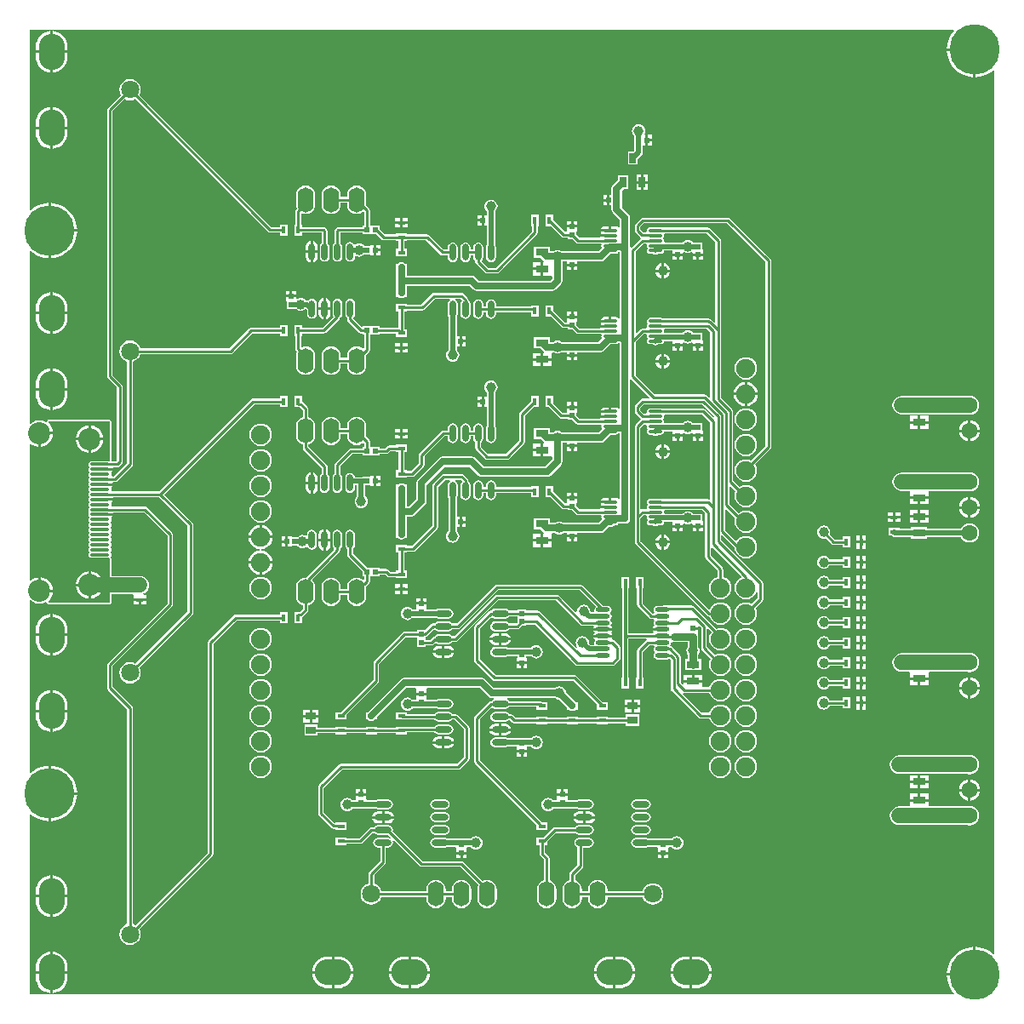
<source format=gbl>
G04*
G04 #@! TF.GenerationSoftware,Altium Limited,Altium Designer,19.0.10 (269)*
G04*
G04 Layer_Physical_Order=4*
G04 Layer_Color=13010237*
%FSLAX25Y25*%
%MOIN*%
G70*
G01*
G75*
%ADD12C,0.01181*%
%ADD13C,0.01000*%
%ADD17C,0.03937*%
%ADD18O,0.06299X0.09843*%
%ADD19C,0.08661*%
%ADD20C,0.07087*%
%ADD21O,0.14173X0.10236*%
%ADD22O,0.10236X0.14173*%
%ADD23C,0.07500*%
%ADD24C,0.06299*%
%ADD25C,0.19685*%
%ADD27C,0.05906*%
%ADD40C,0.01968*%
%ADD41C,0.02756*%
%ADD42R,0.03150X0.01772*%
%ADD43R,0.02047X0.02047*%
%ADD44O,0.06496X0.02559*%
%ADD45R,0.01772X0.03150*%
%ADD46R,0.03937X0.03150*%
%ADD47R,0.02047X0.02047*%
%ADD48O,0.07874X0.01181*%
%ADD49O,0.05512X0.01181*%
%ADD50O,0.05512X0.01772*%
%ADD51O,0.02559X0.06496*%
%ADD52R,0.02559X0.03937*%
%ADD53R,0.05118X0.03150*%
%ADD54C,0.00984*%
%ADD55C,0.02953*%
G36*
X369992Y385327D02*
X369154Y384346D01*
X368262Y382890D01*
X367609Y381314D01*
X367211Y379654D01*
X367116Y378453D01*
X377953D01*
Y377953D01*
X378453D01*
Y367116D01*
X379654Y367211D01*
X381314Y367609D01*
X382890Y368262D01*
X384346Y369154D01*
X385327Y369992D01*
X385827Y369761D01*
X385827Y23939D01*
X385327Y23709D01*
X384346Y24547D01*
X382890Y25439D01*
X381314Y26092D01*
X379654Y26490D01*
X378453Y26585D01*
Y15748D01*
X377953D01*
Y15248D01*
X367116D01*
X367211Y14047D01*
X367609Y12387D01*
X368262Y10810D01*
X369154Y9355D01*
X369992Y8374D01*
X369761Y7874D01*
X7874Y7874D01*
Y78423D01*
X8374Y78653D01*
X9355Y77815D01*
X10810Y76924D01*
X12387Y76270D01*
X14047Y75872D01*
X15248Y75778D01*
Y86614D01*
Y97451D01*
X14047Y97356D01*
X12387Y96958D01*
X10810Y96305D01*
X9355Y95413D01*
X8374Y94575D01*
X7874Y94806D01*
X7874Y162220D01*
X8374Y162359D01*
X9321Y161632D01*
X10522Y161135D01*
X11811Y160965D01*
X13100Y161135D01*
X14194Y161588D01*
X14566Y161480D01*
X14771Y161363D01*
X14824Y161206D01*
X14923Y161093D01*
X14981Y160953D01*
X15082Y160911D01*
X15155Y160829D01*
X15305Y160819D01*
X15445Y160761D01*
X39370D01*
X39834Y160953D01*
X40026Y161417D01*
Y164619D01*
X48203D01*
X48606Y164386D01*
X48606Y164119D01*
Y163000D01*
X51181D01*
X53756D01*
Y164386D01*
X52559D01*
X52459Y164886D01*
X52976Y165100D01*
X53719Y165670D01*
X54290Y166414D01*
X54649Y167280D01*
X54771Y168209D01*
X54649Y169138D01*
X54290Y170003D01*
X53719Y170747D01*
X52976Y171318D01*
X52110Y171676D01*
X51181Y171798D01*
X40026D01*
Y178518D01*
X40011Y178554D01*
X40022Y178592D01*
X39917Y178781D01*
X39834Y178982D01*
X39778Y179459D01*
X39907Y179651D01*
X40000Y180118D01*
X39907Y180585D01*
X39642Y180981D01*
Y181224D01*
X39907Y181620D01*
X40000Y182087D01*
X39907Y182554D01*
X39642Y182949D01*
Y183192D01*
X39907Y183588D01*
X40000Y184055D01*
X39907Y184522D01*
X39642Y184918D01*
Y185161D01*
X39907Y185557D01*
X40000Y186024D01*
X39907Y186491D01*
X39642Y186887D01*
Y187129D01*
X39907Y187525D01*
X40000Y187992D01*
X39907Y188459D01*
X39642Y188855D01*
Y189098D01*
X39907Y189494D01*
X40000Y189961D01*
X39907Y190428D01*
X39642Y190823D01*
Y191066D01*
X39907Y191462D01*
X40000Y191929D01*
X39907Y192396D01*
X39642Y192792D01*
Y193035D01*
X39907Y193431D01*
X40000Y193898D01*
X39907Y194365D01*
X39867Y194424D01*
X39926Y194719D01*
X40278Y195246D01*
X40302Y195366D01*
X35433D01*
Y196366D01*
X40438D01*
X40681Y196715D01*
X52686D01*
X61872Y187528D01*
Y161094D01*
X38578Y137800D01*
X38335Y137436D01*
X38250Y137008D01*
Y127953D01*
X38335Y127524D01*
X38578Y127161D01*
X46124Y119615D01*
Y35524D01*
X45151Y35121D01*
X44285Y34456D01*
X43619Y33589D01*
X43201Y32579D01*
X43059Y31496D01*
X43201Y30413D01*
X43619Y29403D01*
X44285Y28536D01*
X45151Y27871D01*
X46161Y27453D01*
X47244Y27311D01*
X48327Y27453D01*
X49337Y27871D01*
X50204Y28536D01*
X50869Y29403D01*
X51287Y30413D01*
X51429Y31496D01*
X51287Y32579D01*
X50884Y33552D01*
X79532Y62200D01*
X79775Y62564D01*
X79860Y62992D01*
Y145205D01*
X89047Y154392D01*
X105890D01*
Y153331D01*
X108874D01*
Y157693D01*
X105890D01*
Y156632D01*
X88583D01*
X88583Y156632D01*
X88154Y156546D01*
X87791Y156304D01*
X87791Y156304D01*
X77948Y146461D01*
X77706Y146098D01*
X77620Y145669D01*
Y63456D01*
X49300Y35136D01*
X48364Y35524D01*
Y120079D01*
X48279Y120507D01*
X48036Y120871D01*
X40490Y128417D01*
Y136544D01*
X63784Y159838D01*
X63784Y159838D01*
X64027Y160201D01*
X64112Y160630D01*
Y187992D01*
X64027Y188421D01*
X63784Y188784D01*
X53942Y198627D01*
X53578Y198869D01*
X53150Y198955D01*
X40208D01*
X39930Y199455D01*
X40000Y199803D01*
X39907Y200270D01*
X39867Y200329D01*
X39926Y200625D01*
X40278Y201151D01*
X40302Y201272D01*
X35433D01*
Y202272D01*
X40438D01*
X40681Y202620D01*
X58591D01*
X69746Y191465D01*
Y157944D01*
X49300Y137498D01*
X48327Y137901D01*
X47244Y138044D01*
X46161Y137901D01*
X45151Y137483D01*
X44285Y136818D01*
X43619Y135951D01*
X43201Y134941D01*
X43059Y133858D01*
X43201Y132775D01*
X43619Y131766D01*
X44285Y130899D01*
X45151Y130234D01*
X46161Y129815D01*
X47244Y129673D01*
X48327Y129815D01*
X49337Y130234D01*
X50204Y130899D01*
X50869Y131766D01*
X51287Y132775D01*
X51429Y133858D01*
X51287Y134941D01*
X50884Y135914D01*
X71658Y156688D01*
X71658Y156688D01*
X71901Y157052D01*
X71986Y157480D01*
Y191929D01*
X71901Y192358D01*
X71658Y192721D01*
X71658Y192721D01*
X60639Y203740D01*
X95936Y239037D01*
X105890D01*
Y237976D01*
X108874D01*
Y242339D01*
X105890D01*
Y241277D01*
X95473D01*
X95472Y241277D01*
X95044Y241192D01*
X94681Y240949D01*
X58591Y204860D01*
X40207D01*
X39930Y205360D01*
X40000Y205709D01*
X39907Y206176D01*
X39867Y206235D01*
X39926Y206530D01*
X40278Y207057D01*
X40302Y207177D01*
X35433D01*
Y208177D01*
X40438D01*
X40681Y208526D01*
X41339D01*
X41767Y208611D01*
X42131Y208854D01*
X48036Y214759D01*
X48279Y215123D01*
X48364Y215551D01*
Y255815D01*
X49337Y256218D01*
X50204Y256883D01*
X50869Y257750D01*
X51272Y258723D01*
X86614D01*
X87043Y258808D01*
X87406Y259051D01*
X95188Y266833D01*
X105890D01*
Y265772D01*
X108874D01*
Y270134D01*
X105890D01*
Y269073D01*
X94724D01*
X94296Y268987D01*
X93932Y268745D01*
X86150Y260963D01*
X51272D01*
X50869Y261935D01*
X50204Y262802D01*
X49337Y263467D01*
X48327Y263885D01*
X47244Y264028D01*
X46161Y263885D01*
X45151Y263467D01*
X44285Y262802D01*
X43619Y261935D01*
X43201Y260926D01*
X43059Y259842D01*
X43201Y258759D01*
X43619Y257750D01*
X44285Y256883D01*
X45151Y256218D01*
X46124Y255815D01*
Y216015D01*
X40875Y210766D01*
X40208D01*
X39930Y211266D01*
X40000Y211614D01*
X39907Y212081D01*
X39867Y212140D01*
X39926Y212436D01*
X40278Y212962D01*
X40302Y213083D01*
X35433D01*
Y214083D01*
X40438D01*
X40681Y214431D01*
X42323D01*
X42751Y214516D01*
X43115Y214759D01*
X44099Y215743D01*
X44342Y216107D01*
X44427Y216535D01*
Y246063D01*
X44342Y246492D01*
X44099Y246855D01*
X40490Y250464D01*
Y353867D01*
X45188Y358565D01*
X46161Y358162D01*
X47244Y358019D01*
X48327Y358162D01*
X49300Y358565D01*
X101334Y306531D01*
X101334Y306531D01*
X101697Y306288D01*
X102126Y306203D01*
X105890D01*
Y305142D01*
X108874D01*
Y309504D01*
X105890D01*
Y308443D01*
X102590D01*
X50884Y360149D01*
X51287Y361122D01*
X51429Y362205D01*
X51287Y363288D01*
X50869Y364297D01*
X50204Y365164D01*
X49337Y365829D01*
X48327Y366248D01*
X47244Y366390D01*
X46161Y366248D01*
X45151Y365829D01*
X44285Y365164D01*
X43619Y364297D01*
X43201Y363288D01*
X43059Y362205D01*
X43201Y361122D01*
X43604Y360149D01*
X38578Y355123D01*
X38335Y354759D01*
X38250Y354331D01*
Y250000D01*
X38335Y249571D01*
X38578Y249208D01*
X42187Y245599D01*
Y216999D01*
X41859Y216671D01*
X40369D01*
X40087Y217002D01*
X40026Y217152D01*
Y232283D01*
X39834Y232748D01*
X39370Y232940D01*
X15445D01*
X15305Y232882D01*
X15155Y232872D01*
X15082Y232789D01*
X14981Y232748D01*
X14923Y232608D01*
X14824Y232494D01*
X14771Y232338D01*
X14566Y232221D01*
X14194Y232113D01*
X13100Y232566D01*
X11811Y232735D01*
X10522Y232566D01*
X9321Y232068D01*
X8374Y231342D01*
X7874Y231481D01*
X7874Y298895D01*
X8374Y299126D01*
X9355Y298288D01*
X10810Y297396D01*
X12387Y296743D01*
X14047Y296344D01*
X15248Y296250D01*
Y307087D01*
Y317923D01*
X14047Y317829D01*
X12387Y317430D01*
X10810Y316777D01*
X9355Y315885D01*
X8374Y315048D01*
X7874Y315278D01*
Y385827D01*
X369761Y385827D01*
X369992Y385327D01*
D02*
G37*
G36*
X39370Y217152D02*
X38870Y216754D01*
X38780Y216772D01*
X32087D01*
X31620Y216679D01*
X31224Y216414D01*
X30959Y216018D01*
X30866Y215551D01*
X30959Y215084D01*
X31224Y214688D01*
Y214446D01*
X30959Y214050D01*
X30866Y213583D01*
X30959Y213116D01*
X31224Y212720D01*
Y212477D01*
X30959Y212081D01*
X30866Y211614D01*
X30959Y211147D01*
X31224Y210751D01*
Y210508D01*
X30959Y210113D01*
X30866Y209646D01*
X30959Y209179D01*
X31224Y208783D01*
Y208540D01*
X30959Y208144D01*
X30866Y207677D01*
X30959Y207210D01*
X31224Y206814D01*
Y206572D01*
X30959Y206176D01*
X30866Y205709D01*
X30959Y205242D01*
X31224Y204846D01*
Y204603D01*
X30959Y204207D01*
X30866Y203740D01*
X30959Y203273D01*
X31224Y202877D01*
Y202635D01*
X30959Y202239D01*
X30866Y201772D01*
X30959Y201305D01*
X31224Y200909D01*
Y200666D01*
X30959Y200270D01*
X30866Y199803D01*
X30959Y199336D01*
X31224Y198940D01*
Y198697D01*
X30959Y198302D01*
X30866Y197835D01*
X30959Y197368D01*
X31058Y197220D01*
X31183Y196850D01*
X31058Y196481D01*
X30959Y196333D01*
X30866Y195866D01*
X30959Y195399D01*
X31224Y195003D01*
Y194761D01*
X30959Y194365D01*
X30866Y193898D01*
X30959Y193431D01*
X31224Y193035D01*
Y192792D01*
X30959Y192396D01*
X30866Y191929D01*
X30959Y191462D01*
X31224Y191066D01*
Y190823D01*
X30959Y190428D01*
X30866Y189961D01*
X30959Y189494D01*
X31224Y189098D01*
Y188855D01*
X30959Y188459D01*
X30866Y187992D01*
X30959Y187525D01*
X31224Y187129D01*
Y186887D01*
X30959Y186491D01*
X30866Y186024D01*
X30959Y185557D01*
X31224Y185161D01*
Y184918D01*
X30959Y184522D01*
X30866Y184055D01*
X30959Y183588D01*
X31224Y183192D01*
Y182949D01*
X30959Y182554D01*
X30866Y182087D01*
X30959Y181620D01*
X31224Y181224D01*
Y180981D01*
X30959Y180585D01*
X30866Y180118D01*
X30959Y179651D01*
X31224Y179255D01*
X31620Y178991D01*
X32087Y178898D01*
X38780D01*
X38870Y178916D01*
X39370Y178518D01*
Y161417D01*
X15445D01*
X15284Y161891D01*
X15613Y162143D01*
X16467Y163257D01*
X17005Y164553D01*
X17122Y165445D01*
X11811D01*
Y165945D01*
X11311D01*
Y171256D01*
X10419Y171138D01*
X9123Y170601D01*
X8374Y170027D01*
X7874Y170273D01*
Y223427D01*
X8374Y223674D01*
X9123Y223099D01*
X10419Y222562D01*
X11311Y222445D01*
Y227756D01*
X11811D01*
Y228256D01*
X17122D01*
X17005Y229148D01*
X16467Y230444D01*
X15613Y231558D01*
X15284Y231810D01*
X15445Y232283D01*
X39370D01*
Y217152D01*
D02*
G37*
%LPC*%
G36*
X17035Y385232D02*
Y377665D01*
X22683D01*
Y379134D01*
X22565Y380333D01*
X22215Y381487D01*
X21647Y382549D01*
X20883Y383481D01*
X19951Y384245D01*
X18888Y384814D01*
X17735Y385163D01*
X17035Y385232D01*
D02*
G37*
G36*
X16035Y385232D02*
X15336Y385163D01*
X14183Y384814D01*
X13120Y384245D01*
X12188Y383481D01*
X11424Y382549D01*
X10856Y381487D01*
X10506Y380333D01*
X10388Y379134D01*
Y377665D01*
X16035D01*
Y385232D01*
D02*
G37*
G36*
Y376665D02*
X10388D01*
Y375197D01*
X10506Y373997D01*
X10856Y372844D01*
X11424Y371781D01*
X12188Y370850D01*
X13120Y370085D01*
X14183Y369517D01*
X15336Y369167D01*
X16035Y369098D01*
Y376665D01*
D02*
G37*
G36*
X22683D02*
X17035D01*
Y369098D01*
X17735Y369167D01*
X18888Y369517D01*
X19951Y370085D01*
X20883Y370850D01*
X21647Y371781D01*
X22215Y372844D01*
X22565Y373997D01*
X22683Y375197D01*
Y376665D01*
D02*
G37*
G36*
X377453Y377453D02*
X367116D01*
X367211Y376251D01*
X367609Y374592D01*
X368262Y373015D01*
X369154Y371560D01*
X370262Y370262D01*
X371560Y369154D01*
X373015Y368262D01*
X374592Y367609D01*
X376251Y367211D01*
X377453Y367116D01*
Y377453D01*
D02*
G37*
G36*
X17035Y355311D02*
Y347744D01*
X22683D01*
Y349213D01*
X22565Y350412D01*
X22215Y351565D01*
X21647Y352628D01*
X20883Y353560D01*
X19951Y354324D01*
X18888Y354892D01*
X17735Y355242D01*
X17035Y355311D01*
D02*
G37*
G36*
X16035D02*
X15336Y355242D01*
X14183Y354892D01*
X13120Y354324D01*
X12188Y353560D01*
X11424Y352628D01*
X10856Y351565D01*
X10506Y350412D01*
X10388Y349213D01*
Y347744D01*
X16035D01*
Y355311D01*
D02*
G37*
G36*
X251669Y344543D02*
X250146D01*
Y343020D01*
X251669D01*
Y344543D01*
D02*
G37*
G36*
Y342020D02*
X250146D01*
Y340496D01*
X251669D01*
Y342020D01*
D02*
G37*
G36*
X16035Y346744D02*
X10388D01*
Y345276D01*
X10506Y344076D01*
X10856Y342923D01*
X11424Y341860D01*
X12188Y340929D01*
X13120Y340164D01*
X14183Y339596D01*
X15336Y339246D01*
X16035Y339177D01*
Y346744D01*
D02*
G37*
G36*
X22683D02*
X17035D01*
Y339177D01*
X17735Y339246D01*
X18888Y339596D01*
X19951Y340164D01*
X20883Y340929D01*
X21647Y341860D01*
X22215Y342923D01*
X22565Y344076D01*
X22683Y345276D01*
Y346744D01*
D02*
G37*
G36*
X246417Y348699D02*
X245745Y348611D01*
X245119Y348351D01*
X244581Y347939D01*
X244168Y347401D01*
X243909Y346775D01*
X243820Y346102D01*
X243909Y345430D01*
X244168Y344804D01*
X244581Y344266D01*
X244787Y344108D01*
Y340890D01*
X244796D01*
Y338428D01*
X244376Y338008D01*
X242209D01*
Y332858D01*
X245980D01*
Y335026D01*
X247564Y336609D01*
X247916Y337135D01*
X248039Y337756D01*
Y340496D01*
X249146D01*
Y342520D01*
Y344543D01*
X249059D01*
X248766Y345043D01*
X248926Y345430D01*
X249014Y346102D01*
X248926Y346775D01*
X248666Y347401D01*
X248254Y347939D01*
X247716Y348351D01*
X247090Y348611D01*
X246417Y348699D01*
D02*
G37*
G36*
X250114Y328953D02*
X248335D01*
Y326484D01*
X250114D01*
Y328953D01*
D02*
G37*
G36*
X247335D02*
X245555D01*
Y326484D01*
X247335D01*
Y328953D01*
D02*
G37*
G36*
X250114Y325484D02*
X248335D01*
Y323016D01*
X250114D01*
Y325484D01*
D02*
G37*
G36*
X247335D02*
X245555D01*
Y323016D01*
X247335D01*
Y325484D01*
D02*
G37*
G36*
X135984Y324694D02*
X135004Y324565D01*
X134090Y324186D01*
X133306Y323584D01*
X132703Y322800D01*
X132325Y321886D01*
X132196Y320905D01*
Y320254D01*
X129773D01*
Y320905D01*
X129643Y321886D01*
X129265Y322800D01*
X128663Y323584D01*
X127878Y324186D01*
X126965Y324565D01*
X125984Y324694D01*
X125004Y324565D01*
X124090Y324186D01*
X123305Y323584D01*
X122704Y322800D01*
X122325Y321886D01*
X122196Y320905D01*
Y317362D01*
X122325Y316382D01*
X122704Y315468D01*
X123305Y314683D01*
X124090Y314081D01*
X125004Y313703D01*
X125984Y313574D01*
X126965Y313703D01*
X127878Y314081D01*
X128663Y314683D01*
X129265Y315468D01*
X129643Y316382D01*
X129773Y317362D01*
Y318014D01*
X132196D01*
Y317362D01*
X132325Y316382D01*
X132703Y315468D01*
X133306Y314683D01*
X134090Y314081D01*
X135004Y313703D01*
X135984Y313574D01*
X136965Y313703D01*
X137878Y314081D01*
X138511Y314567D01*
X138998Y314340D01*
Y308953D01*
X138488D01*
Y308443D01*
X128839D01*
X128839Y308443D01*
X128410Y308358D01*
X128047Y308115D01*
X127692Y307760D01*
X127450Y307397D01*
X127364Y306968D01*
Y302248D01*
X127125Y302088D01*
X126708Y301464D01*
X126561Y300728D01*
Y296791D01*
X126708Y296056D01*
X127125Y295432D01*
X127748Y295015D01*
X128484Y294869D01*
X129220Y295015D01*
X129844Y295432D01*
X130261Y296056D01*
X130407Y296791D01*
Y300728D01*
X130261Y301464D01*
X129844Y302088D01*
X129604Y302248D01*
Y306203D01*
X138488D01*
Y305693D01*
X143747D01*
X145763Y303677D01*
X146126Y303434D01*
X146555Y303349D01*
X151362D01*
Y302976D01*
X152423D01*
Y299858D01*
X151362D01*
Y296874D01*
X155724D01*
Y299858D01*
X154663D01*
Y302976D01*
X155724D01*
Y303349D01*
X163119D01*
X168736Y297732D01*
X169099Y297489D01*
X169527Y297404D01*
X171680D01*
Y296555D01*
X171826Y295819D01*
X172243Y295196D01*
X172866Y294779D01*
X173602Y294632D01*
X174338Y294779D01*
X174962Y295196D01*
X175379Y295819D01*
X175525Y296555D01*
Y300492D01*
X175379Y301228D01*
X174962Y301852D01*
X174338Y302269D01*
X173602Y302415D01*
X172866Y302269D01*
X172243Y301852D01*
X171826Y301228D01*
X171680Y300492D01*
Y299644D01*
X169992D01*
X164375Y305260D01*
X164011Y305503D01*
X163583Y305588D01*
X155724D01*
Y305961D01*
X151362D01*
Y305588D01*
X147019D01*
X144976Y307631D01*
Y308953D01*
X141238D01*
Y315000D01*
X141238Y315000D01*
X141153Y315429D01*
X140910Y315792D01*
X140910Y315792D01*
X139722Y316980D01*
X139773Y317362D01*
Y320905D01*
X139644Y321886D01*
X139265Y322800D01*
X138663Y323584D01*
X137878Y324186D01*
X136965Y324565D01*
X135984Y324694D01*
D02*
G37*
G36*
X234106Y320921D02*
X232583D01*
Y319398D01*
X234106D01*
Y320921D01*
D02*
G37*
G36*
Y318398D02*
X232583D01*
Y316874D01*
X234106D01*
Y318398D01*
D02*
G37*
G36*
X115984Y324694D02*
X115004Y324565D01*
X114090Y324186D01*
X113305Y323584D01*
X112704Y322800D01*
X112325Y321886D01*
X112196Y320905D01*
Y317362D01*
X112325Y316382D01*
X112628Y315650D01*
X112299Y315321D01*
X112056Y314958D01*
X111971Y314529D01*
Y309504D01*
X111598D01*
Y305142D01*
X114583D01*
Y306203D01*
X122364D01*
Y302248D01*
X122125Y302088D01*
X121708Y301464D01*
X121562Y300728D01*
Y296791D01*
X121708Y296056D01*
X122125Y295432D01*
X122748Y295015D01*
X123484Y294869D01*
X124220Y295015D01*
X124844Y295432D01*
X125261Y296056D01*
X125407Y296791D01*
Y300728D01*
X125261Y301464D01*
X124844Y302088D01*
X124604Y302248D01*
Y306968D01*
X124604Y306968D01*
X124519Y307397D01*
X124276Y307760D01*
X123922Y308115D01*
X123558Y308358D01*
X123130Y308443D01*
X114583D01*
Y309504D01*
X114210D01*
Y313582D01*
X114626Y313859D01*
X115004Y313703D01*
X115984Y313574D01*
X116965Y313703D01*
X117878Y314081D01*
X118663Y314683D01*
X119265Y315468D01*
X119643Y316382D01*
X119773Y317362D01*
Y320905D01*
X119643Y321886D01*
X119265Y322800D01*
X118663Y323584D01*
X117878Y324186D01*
X116965Y324565D01*
X115984Y324694D01*
D02*
G37*
G36*
X184894Y313047D02*
X183370D01*
Y311524D01*
X184894D01*
Y313047D01*
D02*
G37*
G36*
X156118Y312063D02*
X154043D01*
Y310677D01*
X156118D01*
Y312063D01*
D02*
G37*
G36*
X153043D02*
X150969D01*
Y310677D01*
X153043D01*
Y312063D01*
D02*
G37*
G36*
X222496Y310724D02*
X220972D01*
Y309201D01*
X222496D01*
Y310724D01*
D02*
G37*
G36*
X219972D02*
X218449D01*
Y309201D01*
X219972D01*
Y310724D01*
D02*
G37*
G36*
X184894Y310524D02*
X183370D01*
Y309000D01*
X184894D01*
Y310524D01*
D02*
G37*
G36*
X156118Y309677D02*
X154043D01*
Y308291D01*
X156118D01*
Y309677D01*
D02*
G37*
G36*
X153043D02*
X150969D01*
Y308291D01*
X153043D01*
Y309677D01*
D02*
G37*
G36*
X242240Y328559D02*
X238469D01*
Y326959D01*
X236404Y324895D01*
X235965Y324239D01*
X235811Y323465D01*
Y320921D01*
X235106D01*
Y318898D01*
Y316874D01*
X235811D01*
Y315315D01*
X235965Y314541D01*
X236404Y313884D01*
X239119Y311170D01*
Y308280D01*
X238619Y308128D01*
X238548Y308233D01*
X238022Y308585D01*
X237402Y308708D01*
X235736D01*
Y307087D01*
X235236D01*
Y306587D01*
X231549D01*
X231573Y306466D01*
X231816Y306102D01*
X231573Y305739D01*
X231549Y305618D01*
X235236D01*
Y304618D01*
X231413D01*
X231169Y304270D01*
X223259D01*
X222102Y305426D01*
Y306677D01*
X222496D01*
Y308201D01*
X220473D01*
X218449D01*
Y306677D01*
X217984Y306592D01*
X217531D01*
X213008Y311115D01*
Y313205D01*
X210024D01*
Y308842D01*
X212113D01*
X216275Y304680D01*
X216638Y304438D01*
X217067Y304352D01*
X217067Y304352D01*
X218843D01*
Y303842D01*
X220518D01*
X222003Y302358D01*
X222003Y302358D01*
X222367Y302115D01*
X222795Y302030D01*
X231643D01*
X231920Y301530D01*
X231851Y301181D01*
X231943Y300714D01*
X232172Y300372D01*
X230713Y298913D01*
X216160D01*
X215865Y299139D01*
X215239Y299398D01*
X214567Y299487D01*
X213895Y299398D01*
X213268Y299139D01*
X212974Y298913D01*
X211827D01*
Y300705D01*
X205496D01*
Y296342D01*
X207981D01*
X208865Y295459D01*
X209399Y295102D01*
X209256Y294602D01*
X209161D01*
Y292028D01*
Y289453D01*
X212044D01*
X212221Y289453D01*
X212544Y289087D01*
Y288240D01*
X211760Y287456D01*
X183909D01*
X182533Y288832D01*
X181877Y289271D01*
X181102Y289425D01*
X155566D01*
Y291165D01*
X155724D01*
Y294150D01*
X154882D01*
X154317Y294527D01*
X153543Y294681D01*
X152769Y294527D01*
X152205Y294150D01*
X151362D01*
Y291165D01*
X151520D01*
Y287402D01*
Y284110D01*
X151362D01*
Y281126D01*
X152205D01*
X152769Y280749D01*
X153543Y280595D01*
X154317Y280749D01*
X154882Y281126D01*
X155724D01*
Y284110D01*
X155566D01*
Y285379D01*
X180264D01*
X181640Y284002D01*
X182297Y283564D01*
X183071Y283410D01*
X212598D01*
X213373Y283564D01*
X214029Y284002D01*
X215998Y285971D01*
X216436Y286627D01*
X216590Y287402D01*
Y294867D01*
X218449D01*
Y294161D01*
X220473D01*
X222496D01*
Y294867D01*
X231551D01*
X232325Y295021D01*
X232982Y295459D01*
X235515Y297992D01*
X237402D01*
X237869Y298085D01*
X238264Y298350D01*
X238399Y298552D01*
X238942D01*
X239119Y298375D01*
Y272847D01*
X238619Y272695D01*
X238548Y272800D01*
X238022Y273152D01*
X237402Y273275D01*
X235736D01*
Y271654D01*
X235236D01*
Y271154D01*
X231549D01*
X231573Y271033D01*
X231816Y270669D01*
X231573Y270306D01*
X231549Y270185D01*
X235236D01*
Y269185D01*
X231413D01*
X231169Y268836D01*
X223259D01*
X222102Y269993D01*
Y271244D01*
X222496D01*
Y272768D01*
X220473D01*
X218449D01*
Y271244D01*
X217984Y271159D01*
X217531D01*
X213008Y275682D01*
Y277772D01*
X210024D01*
Y273410D01*
X212113D01*
X216275Y269247D01*
X216638Y269005D01*
X217067Y268919D01*
X217067Y268919D01*
X218843D01*
Y268409D01*
X220518D01*
X222003Y266925D01*
X222003Y266925D01*
X222367Y266682D01*
X222795Y266597D01*
X231643D01*
X231920Y266097D01*
X231851Y265748D01*
X231943Y265281D01*
X232172Y264939D01*
X230713Y263480D01*
X216160D01*
X215865Y263706D01*
X215239Y263965D01*
X214567Y264054D01*
X213895Y263965D01*
X213268Y263706D01*
X212974Y263480D01*
X211827D01*
Y265272D01*
X205496D01*
Y260910D01*
X207981D01*
X208865Y260026D01*
X209399Y259669D01*
X209256Y259169D01*
X209161D01*
Y257095D01*
X212221D01*
Y258934D01*
X212221Y259169D01*
X212611Y259434D01*
X212974D01*
X213268Y259208D01*
X213895Y258948D01*
X214567Y258860D01*
X215239Y258948D01*
X215865Y259208D01*
X216160Y259434D01*
X218449D01*
Y258728D01*
X220473D01*
Y258228D01*
D01*
Y258728D01*
X222496D01*
Y259434D01*
X231551D01*
X232325Y259588D01*
X232982Y260026D01*
X235515Y262559D01*
X237402D01*
X237869Y262652D01*
X238264Y262917D01*
X238399Y263119D01*
X238942D01*
X239119Y262942D01*
Y237414D01*
X238619Y237262D01*
X238548Y237367D01*
X238022Y237719D01*
X237402Y237842D01*
X235736D01*
Y236221D01*
X235236D01*
Y235720D01*
X231549D01*
X231573Y235600D01*
X231816Y235236D01*
X231573Y234873D01*
X231549Y234752D01*
X235236D01*
Y233752D01*
X231413D01*
X231169Y233403D01*
X223259D01*
X222102Y234560D01*
Y235811D01*
X222496D01*
Y237335D01*
X220473D01*
Y237835D01*
D01*
Y237335D01*
X218449D01*
Y235811D01*
X217984Y235726D01*
X216645D01*
X213008Y239363D01*
Y242339D01*
X210024D01*
Y237976D01*
X211227D01*
X215389Y233814D01*
X215753Y233572D01*
X216181Y233486D01*
X218843D01*
Y232976D01*
X220518D01*
X222003Y231492D01*
X222367Y231249D01*
X222795Y231164D01*
X222795Y231164D01*
X231643D01*
X231920Y230663D01*
X231851Y230315D01*
X231943Y229848D01*
X232172Y229506D01*
X230713Y228047D01*
X216160D01*
X215865Y228273D01*
X215239Y228532D01*
X214567Y228621D01*
X213895Y228532D01*
X213268Y228273D01*
X212974Y228047D01*
X211827D01*
Y229839D01*
X205496D01*
Y225476D01*
X207981D01*
X208865Y224593D01*
X209399Y224236D01*
X209256Y223736D01*
X209161D01*
Y221161D01*
Y218587D01*
X212044D01*
X212221Y218587D01*
X212544Y218221D01*
Y217373D01*
X209792Y214621D01*
X185877D01*
X182533Y217966D01*
X181877Y218405D01*
X181102Y218559D01*
X169744D01*
X168970Y218405D01*
X168314Y217966D01*
X159987Y209639D01*
X159548Y208983D01*
X159394Y208209D01*
Y201862D01*
X156642Y199110D01*
X155566D01*
Y204551D01*
X155724D01*
Y207535D01*
X154882D01*
X154317Y207912D01*
X153543Y208066D01*
X152769Y207912D01*
X152205Y207535D01*
X151362D01*
Y204551D01*
X151520D01*
Y197087D01*
Y189622D01*
X151362D01*
Y186638D01*
X152205D01*
X152769Y186261D01*
X153543Y186107D01*
X154317Y186261D01*
X154882Y186638D01*
X155724D01*
Y189622D01*
X155566D01*
Y195063D01*
X157480D01*
X158255Y195218D01*
X158911Y195656D01*
X162848Y199593D01*
X163286Y200249D01*
X163440Y201024D01*
Y207371D01*
X170582Y214512D01*
X180264D01*
X183609Y211168D01*
X184265Y210729D01*
X185039Y210575D01*
X210630D01*
X211404Y210729D01*
X212060Y211168D01*
X215998Y215105D01*
X216436Y215761D01*
X216590Y216535D01*
Y224001D01*
X218449D01*
Y223295D01*
X220473D01*
X222496D01*
Y224001D01*
X231551D01*
X232325Y224154D01*
X232982Y224593D01*
X235515Y227126D01*
X237402D01*
X237869Y227219D01*
X238264Y227484D01*
X238399Y227685D01*
X239119D01*
Y201981D01*
X238619Y201829D01*
X238548Y201934D01*
X238022Y202286D01*
X237402Y202409D01*
X235736D01*
Y200787D01*
X235236D01*
Y200287D01*
X231549D01*
X231573Y200167D01*
X231816Y199803D01*
X231573Y199440D01*
X231549Y199319D01*
X235236D01*
Y198319D01*
X231413D01*
X231169Y197970D01*
X223259D01*
X222102Y199127D01*
Y200378D01*
X222496D01*
Y201902D01*
X220473D01*
X218449D01*
Y200378D01*
X217984Y200293D01*
X217531D01*
X213008Y204816D01*
Y206906D01*
X210024D01*
Y202543D01*
X212113D01*
X216275Y198381D01*
X216638Y198138D01*
X217067Y198053D01*
X217067Y198053D01*
X218843D01*
Y197543D01*
X220518D01*
X222003Y196058D01*
X222367Y195816D01*
X222795Y195730D01*
X222795Y195730D01*
X231643D01*
X231920Y195230D01*
X231851Y194882D01*
X231943Y194415D01*
X232172Y194073D01*
X230713Y192614D01*
X216977D01*
X216682Y192840D01*
X216056Y193099D01*
X215384Y193188D01*
X214712Y193099D01*
X214085Y192840D01*
X213791Y192614D01*
X211827D01*
Y194405D01*
X205496D01*
Y190043D01*
X207981D01*
X208865Y189160D01*
X209399Y188803D01*
X209256Y188303D01*
X209161D01*
Y186228D01*
X212221D01*
Y188067D01*
X212221Y188303D01*
X212611Y188567D01*
X213791D01*
X214085Y188341D01*
X214712Y188082D01*
X215384Y187994D01*
X216056Y188082D01*
X216682Y188341D01*
X216977Y188567D01*
X218449D01*
Y187862D01*
X220473D01*
Y187362D01*
D01*
Y187862D01*
X222496D01*
Y188567D01*
X231551D01*
X232325Y188721D01*
X232982Y189160D01*
X234799Y190977D01*
X235236Y190890D01*
X236011Y191044D01*
X236667Y191483D01*
X236877Y191693D01*
X237402D01*
X237869Y191786D01*
X238264Y192051D01*
X238399Y192253D01*
X241142D01*
X241916Y192406D01*
X242572Y192845D01*
X243011Y193501D01*
X243165Y194276D01*
Y229028D01*
Y248639D01*
X243665Y248846D01*
X250771Y241739D01*
X250580Y241277D01*
X248031D01*
X248031Y241277D01*
X247603Y241192D01*
X247240Y240949D01*
X247240Y240949D01*
X245271Y238981D01*
X245028Y238618D01*
X244943Y238189D01*
Y236221D01*
X245028Y235792D01*
X245271Y235429D01*
X247110Y233590D01*
X247191Y233268D01*
X247110Y232945D01*
X245271Y231107D01*
X245028Y230744D01*
X244943Y230315D01*
Y194882D01*
Y185039D01*
X245028Y184611D01*
X245271Y184248D01*
X273224Y156295D01*
X273587Y156052D01*
X274016Y155967D01*
X274179D01*
X274181Y155949D01*
X274620Y154890D01*
X275318Y153980D01*
X276228Y153281D01*
X277288Y152842D01*
X278425Y152693D01*
X279562Y152842D01*
X280622Y153281D01*
X281532Y153980D01*
X282230Y154890D01*
X282669Y155949D01*
X282819Y157087D01*
X282669Y158224D01*
X282230Y159283D01*
X281532Y160194D01*
X280622Y160892D01*
X279562Y161331D01*
X278425Y161480D01*
X277288Y161331D01*
X276228Y160892D01*
X275318Y160194D01*
X274620Y159283D01*
X274436Y158838D01*
X273945Y158741D01*
X247183Y185503D01*
Y194418D01*
X248495Y195730D01*
X249359D01*
X249637Y195230D01*
X249567Y194882D01*
X249660Y194415D01*
X249925Y194019D01*
Y193776D01*
X249660Y193380D01*
X249567Y192913D01*
X249660Y192446D01*
X249925Y192051D01*
X250320Y191786D01*
X250787Y191693D01*
X251916D01*
X252332Y191415D01*
X252953Y191292D01*
X253573Y191415D01*
X253989Y191693D01*
X255118D01*
X255585Y191786D01*
X255981Y192051D01*
X256246Y192446D01*
X256337Y192906D01*
X259787D01*
Y191799D01*
X261811D01*
X263835D01*
Y192120D01*
X264335Y192367D01*
X264450Y192279D01*
X265076Y192019D01*
X265748Y191930D01*
X266420Y192019D01*
X267046Y192279D01*
X267161Y192367D01*
X267661Y192120D01*
Y191799D01*
X269685D01*
X271709D01*
Y193323D01*
X271315D01*
Y196158D01*
X268055D01*
X268055Y196158D01*
Y196158D01*
X267614Y196325D01*
X267584Y196364D01*
X267046Y196777D01*
X266420Y197036D01*
X265748Y197125D01*
X265076Y197036D01*
X264450Y196777D01*
X263912Y196364D01*
X263887Y196332D01*
X263441Y196158D01*
X263441Y196158D01*
X263441Y196158D01*
X260181D01*
Y196149D01*
X256645D01*
X256298Y196649D01*
X256338Y196850D01*
X256269Y197199D01*
X256546Y197699D01*
X271190D01*
X272502Y196387D01*
Y179213D01*
X272587Y178784D01*
X272830Y178421D01*
X277305Y173946D01*
Y171333D01*
X277288Y171331D01*
X276228Y170892D01*
X275318Y170194D01*
X274620Y169283D01*
X274181Y168224D01*
X274031Y167087D01*
X274181Y165949D01*
X274620Y164890D01*
X275318Y163980D01*
X276228Y163281D01*
X277288Y162842D01*
X278425Y162693D01*
X279562Y162842D01*
X280622Y163281D01*
X281532Y163980D01*
X282230Y164890D01*
X282669Y165949D01*
X282819Y167087D01*
X282669Y168224D01*
X282230Y169283D01*
X281532Y170194D01*
X280622Y170892D01*
X279562Y171331D01*
X279545Y171333D01*
Y174409D01*
X279460Y174838D01*
X279217Y175201D01*
X274742Y179676D01*
Y182810D01*
X275242Y183017D01*
X286715Y171544D01*
X286618Y171053D01*
X286228Y170892D01*
X285318Y170194D01*
X284620Y169283D01*
X284181Y168224D01*
X284031Y167087D01*
X284181Y165949D01*
X284620Y164890D01*
X285318Y163980D01*
X286228Y163281D01*
X287288Y162842D01*
X288425Y162693D01*
X289562Y162842D01*
X290622Y163281D01*
X291532Y163980D01*
X292230Y164890D01*
X292475Y165479D01*
X292974Y165380D01*
Y163220D01*
X290636Y160881D01*
X290622Y160892D01*
X289562Y161331D01*
X288425Y161480D01*
X287288Y161331D01*
X286228Y160892D01*
X285318Y160194D01*
X284620Y159283D01*
X284181Y158224D01*
X284031Y157087D01*
X284181Y155949D01*
X284620Y154890D01*
X285318Y153980D01*
X286228Y153281D01*
X287288Y152842D01*
X288425Y152693D01*
X289562Y152842D01*
X290622Y153281D01*
X291532Y153980D01*
X292230Y154890D01*
X292669Y155949D01*
X292819Y157087D01*
X292669Y158224D01*
X292230Y159283D01*
X292220Y159297D01*
X294886Y161964D01*
X294886Y161964D01*
X295129Y162327D01*
X295214Y162756D01*
X295214Y162756D01*
Y168898D01*
X295129Y169326D01*
X294886Y169690D01*
X278679Y185897D01*
Y187588D01*
X279141Y187779D01*
X284061Y182859D01*
X284181Y181949D01*
X284620Y180890D01*
X285318Y179980D01*
X286228Y179281D01*
X287288Y178842D01*
X288425Y178693D01*
X289562Y178842D01*
X290622Y179281D01*
X291532Y179980D01*
X292230Y180890D01*
X292669Y181949D01*
X292819Y183087D01*
X292669Y184224D01*
X292230Y185284D01*
X291532Y186194D01*
X290622Y186892D01*
X289562Y187331D01*
X288425Y187480D01*
X287288Y187331D01*
X286228Y186892D01*
X285318Y186194D01*
X284931Y185689D01*
X284432Y185656D01*
X280285Y189803D01*
Y197792D01*
X280747Y197984D01*
X284277Y194455D01*
X284181Y194224D01*
X284031Y193087D01*
X284181Y191949D01*
X284620Y190890D01*
X285318Y189980D01*
X286228Y189281D01*
X287288Y188842D01*
X288425Y188693D01*
X289562Y188842D01*
X290622Y189281D01*
X291532Y189980D01*
X292230Y190890D01*
X292669Y191949D01*
X292819Y193087D01*
X292669Y194224D01*
X292230Y195283D01*
X291532Y196194D01*
X290622Y196892D01*
X289562Y197331D01*
X288425Y197480D01*
X287288Y197331D01*
X286228Y196892D01*
X285537Y196362D01*
X281892Y200007D01*
Y206824D01*
X282353Y207015D01*
X284463Y204906D01*
X284181Y204224D01*
X284031Y203087D01*
X284181Y201949D01*
X284620Y200890D01*
X285318Y199980D01*
X286228Y199281D01*
X287288Y198842D01*
X288425Y198693D01*
X289562Y198842D01*
X290622Y199281D01*
X291532Y199980D01*
X292230Y200890D01*
X292669Y201949D01*
X292819Y203087D01*
X292669Y204224D01*
X292230Y205284D01*
X291532Y206194D01*
X290622Y206892D01*
X289562Y207331D01*
X288425Y207481D01*
X287288Y207331D01*
X286228Y206892D01*
X285898Y206639D01*
X283498Y209039D01*
Y236248D01*
X283413Y236677D01*
X283170Y237040D01*
X283170Y237040D01*
X278679Y241531D01*
Y268020D01*
Y303150D01*
X278679Y303150D01*
X278594Y303578D01*
X278351Y303941D01*
X274414Y307878D01*
X274051Y308121D01*
X273622Y308207D01*
X255596D01*
X255585Y308214D01*
X255118Y308307D01*
X250787D01*
X250320Y308214D01*
X249924Y307949D01*
X249660Y307554D01*
X249567Y307087D01*
X249582Y307010D01*
X249178Y306510D01*
X248224D01*
X247183Y307551D01*
Y308591D01*
X248495Y309904D01*
X281032D01*
X296124Y294812D01*
Y222834D01*
X290311Y217021D01*
X289562Y217331D01*
X288425Y217480D01*
X287288Y217331D01*
X286228Y216892D01*
X285318Y216194D01*
X284620Y215284D01*
X284181Y214224D01*
X284031Y213087D01*
X284181Y211949D01*
X284620Y210890D01*
X285318Y209980D01*
X286228Y209281D01*
X287288Y208842D01*
X288425Y208693D01*
X289562Y208842D01*
X290622Y209281D01*
X291532Y209980D01*
X292230Y210890D01*
X292669Y211949D01*
X292819Y213087D01*
X292669Y214224D01*
X292230Y215284D01*
X292018Y215560D01*
X298036Y221578D01*
X298279Y221941D01*
X298364Y222370D01*
Y295275D01*
X298364Y295276D01*
X298279Y295704D01*
X298036Y296068D01*
X282288Y311816D01*
X281925Y312058D01*
X281496Y312144D01*
X248031D01*
X247603Y312058D01*
X247240Y311816D01*
X245271Y309847D01*
X245028Y309484D01*
X244943Y309055D01*
Y307087D01*
X245028Y306658D01*
X245271Y306295D01*
X246968Y304598D01*
X247145Y304480D01*
X247210Y304107D01*
X247208Y303947D01*
X247191Y303893D01*
X243665Y300367D01*
X243165Y300574D01*
Y312008D01*
X243011Y312782D01*
X242572Y313438D01*
X239858Y316153D01*
Y318898D01*
Y322627D01*
X240641Y323410D01*
X242240D01*
Y325294D01*
X242377Y325984D01*
X242240Y326675D01*
Y328559D01*
D02*
G37*
G36*
X16248Y317923D02*
Y307587D01*
X26585D01*
X26490Y308788D01*
X26092Y310448D01*
X25439Y312024D01*
X24547Y313479D01*
X23439Y314777D01*
X22141Y315885D01*
X20686Y316777D01*
X19109Y317430D01*
X17449Y317829D01*
X16248Y317923D01*
D02*
G37*
G36*
X234736Y308708D02*
X233071D01*
X232450Y308585D01*
X231924Y308233D01*
X231573Y307707D01*
X231549Y307587D01*
X234736D01*
Y308708D01*
D02*
G37*
G36*
X145370Y301472D02*
X143846D01*
Y299949D01*
X145370D01*
Y301472D01*
D02*
G37*
G36*
X118984Y302953D02*
Y299260D01*
X120808D01*
Y300728D01*
X120632Y301618D01*
X120128Y302372D01*
X119374Y302876D01*
X118984Y302953D01*
D02*
G37*
G36*
X117984D02*
X117595Y302876D01*
X116841Y302372D01*
X116337Y301618D01*
X116160Y300728D01*
Y299260D01*
X117984D01*
Y302953D01*
D02*
G37*
G36*
X145370Y298949D02*
X143846D01*
Y297425D01*
X145370D01*
Y298949D01*
D02*
G37*
G36*
X133484Y302651D02*
X132748Y302505D01*
X132125Y302088D01*
X131708Y301464D01*
X131562Y300728D01*
Y296791D01*
X131708Y296056D01*
X132125Y295432D01*
X132748Y295015D01*
X133484Y294869D01*
X134220Y295015D01*
X134844Y295432D01*
X135261Y296056D01*
X135407Y296791D01*
Y296983D01*
X135441Y296999D01*
X135907Y297175D01*
X136474Y296940D01*
X137146Y296852D01*
X137818Y296940D01*
X138444Y297200D01*
X138982Y297612D01*
X139140Y297819D01*
X141323D01*
Y297425D01*
X142847D01*
Y299449D01*
X143347D01*
D01*
X142847D01*
Y301472D01*
X141323D01*
Y301079D01*
X139140D01*
X138982Y301285D01*
X138444Y301698D01*
X137818Y301957D01*
X137146Y302046D01*
X136474Y301957D01*
X135847Y301698D01*
X135723Y301603D01*
X135692Y301593D01*
X135078Y301738D01*
X134844Y302088D01*
X134220Y302505D01*
X133484Y302651D01*
D02*
G37*
G36*
X26585Y306587D02*
X16248D01*
Y296250D01*
X17449Y296344D01*
X19109Y296743D01*
X20686Y297396D01*
X22141Y298288D01*
X23439Y299396D01*
X24547Y300694D01*
X25439Y302149D01*
X26092Y303726D01*
X26490Y305385D01*
X26585Y306587D01*
D02*
G37*
G36*
X188602Y319152D02*
X187930Y319064D01*
X187304Y318804D01*
X186766Y318391D01*
X186353Y317854D01*
X186094Y317227D01*
X186005Y316555D01*
X186094Y315883D01*
X186353Y315257D01*
X186766Y314719D01*
X186981Y314554D01*
Y313047D01*
X185894D01*
Y311024D01*
Y309000D01*
X186981D01*
Y301460D01*
X186826Y301228D01*
X186680Y300492D01*
Y296555D01*
X186826Y295819D01*
X187243Y295196D01*
X187866Y294779D01*
X188602Y294632D01*
X189338Y294779D01*
X189962Y295196D01*
X190379Y295819D01*
X190525Y296555D01*
Y300492D01*
X190379Y301228D01*
X190224Y301460D01*
Y309394D01*
X190252D01*
Y312653D01*
X190224D01*
Y314554D01*
X190439Y314719D01*
X190851Y315257D01*
X191111Y315883D01*
X191199Y316555D01*
X191111Y317227D01*
X190851Y317854D01*
X190439Y318391D01*
X189901Y318804D01*
X189275Y319064D01*
X188602Y319152D01*
D02*
G37*
G36*
X120808Y298260D02*
X118984D01*
Y294567D01*
X119374Y294644D01*
X120128Y295148D01*
X120632Y295902D01*
X120808Y296791D01*
Y298260D01*
D02*
G37*
G36*
X117984D02*
X116160D01*
Y296791D01*
X116337Y295902D01*
X116841Y295148D01*
X117595Y294644D01*
X117984Y294567D01*
Y298260D01*
D02*
G37*
G36*
X208161Y294602D02*
X205102D01*
Y292528D01*
X208161D01*
Y294602D01*
D02*
G37*
G36*
X207299Y313205D02*
X204315D01*
Y308842D01*
X204687D01*
Y306665D01*
X190481Y292459D01*
X187472D01*
X184942Y294989D01*
X184962Y295196D01*
X185379Y295819D01*
X185525Y296555D01*
Y300492D01*
X185379Y301228D01*
X184962Y301852D01*
X184338Y302269D01*
X183602Y302415D01*
X182867Y302269D01*
X182243Y301852D01*
X181826Y301228D01*
X181680Y300492D01*
Y299644D01*
X180525D01*
Y300492D01*
X180379Y301228D01*
X179962Y301852D01*
X179338Y302269D01*
X178602Y302415D01*
X177866Y302269D01*
X177243Y301852D01*
X176826Y301228D01*
X176680Y300492D01*
Y296555D01*
X176826Y295819D01*
X177243Y295196D01*
X177866Y294779D01*
X178602Y294632D01*
X179338Y294779D01*
X179962Y295196D01*
X180379Y295819D01*
X180525Y296555D01*
Y297404D01*
X181680D01*
Y296555D01*
X181826Y295819D01*
X182243Y295196D01*
X182482Y295035D01*
Y294744D01*
X182568Y294316D01*
X182810Y293952D01*
X186216Y290547D01*
X186579Y290304D01*
X187008Y290219D01*
X187008Y290219D01*
X190945D01*
X191374Y290304D01*
X191737Y290547D01*
X206599Y305409D01*
X206842Y305772D01*
X206927Y306201D01*
Y308842D01*
X207299D01*
Y313205D01*
D02*
G37*
G36*
X222496Y293161D02*
X220972D01*
Y291638D01*
X222496D01*
Y293161D01*
D02*
G37*
G36*
X219972D02*
X218449D01*
Y291638D01*
X219972D01*
Y293161D01*
D02*
G37*
G36*
X208161Y291528D02*
X205102D01*
Y289453D01*
X208161D01*
Y291528D01*
D02*
G37*
G36*
X112260Y283402D02*
X110736D01*
Y281878D01*
X112260D01*
Y283402D01*
D02*
G37*
G36*
X109736D02*
X108213D01*
Y281878D01*
X109736D01*
Y283402D01*
D02*
G37*
G36*
X166240Y282616D02*
X165812Y282531D01*
X165448Y282288D01*
X165448Y282288D01*
X161190Y278029D01*
X155724D01*
Y278402D01*
X151362D01*
Y275417D01*
X152423D01*
Y269073D01*
X144976D01*
Y269583D01*
X138488D01*
Y269551D01*
X137988Y269344D01*
X134747Y272585D01*
X134789Y273151D01*
X134844Y273188D01*
X135261Y273811D01*
X135407Y274547D01*
Y278484D01*
X135261Y279220D01*
X134844Y279844D01*
X134220Y280261D01*
X133484Y280407D01*
X132748Y280261D01*
X132125Y279844D01*
X131708Y279220D01*
X131562Y278484D01*
Y274547D01*
X131708Y273811D01*
X132125Y273188D01*
X132364Y273027D01*
Y272264D01*
X132450Y271835D01*
X132692Y271472D01*
X137003Y267161D01*
X137367Y266918D01*
X137795Y266833D01*
X138488D01*
Y266323D01*
X138998D01*
Y260935D01*
X138511Y260709D01*
X137878Y261194D01*
X136965Y261573D01*
X135984Y261702D01*
X135004Y261573D01*
X134090Y261194D01*
X133306Y260592D01*
X132703Y259807D01*
X132325Y258894D01*
X132196Y257913D01*
Y257262D01*
X129773D01*
Y257913D01*
X129643Y258894D01*
X129265Y259807D01*
X128663Y260592D01*
X127878Y261194D01*
X126965Y261573D01*
X125984Y261702D01*
X125004Y261573D01*
X124090Y261194D01*
X123305Y260592D01*
X122704Y259807D01*
X122325Y258894D01*
X122196Y257913D01*
Y254370D01*
X122325Y253390D01*
X122704Y252476D01*
X123305Y251691D01*
X124090Y251089D01*
X125004Y250711D01*
X125984Y250582D01*
X126965Y250711D01*
X127878Y251089D01*
X128663Y251691D01*
X129265Y252476D01*
X129643Y253390D01*
X129773Y254370D01*
Y255022D01*
X132196D01*
Y254370D01*
X132325Y253390D01*
X132703Y252476D01*
X133306Y251691D01*
X134090Y251089D01*
X135004Y250711D01*
X135984Y250582D01*
X136965Y250711D01*
X137878Y251089D01*
X138663Y251691D01*
X139265Y252476D01*
X139644Y253390D01*
X139773Y254370D01*
Y257913D01*
X139722Y258296D01*
X140910Y259484D01*
X140910Y259484D01*
X141153Y259847D01*
X141238Y260276D01*
X141238Y260276D01*
Y266323D01*
X144976D01*
Y266833D01*
X151362D01*
Y265378D01*
X155724D01*
Y268362D01*
X154663D01*
Y275417D01*
X155724D01*
Y275789D01*
X161653D01*
X162082Y275875D01*
X162445Y276117D01*
X166704Y280376D01*
X172493D01*
X172645Y279876D01*
X172243Y279608D01*
X171826Y278984D01*
X171680Y278248D01*
Y274311D01*
X171826Y273575D01*
X171981Y273344D01*
Y265409D01*
X171953D01*
Y262150D01*
X171981D01*
Y260249D01*
X171766Y260084D01*
X171353Y259546D01*
X171094Y258920D01*
X171005Y258248D01*
X171094Y257576D01*
X171353Y256949D01*
X171766Y256412D01*
X172304Y255999D01*
X172930Y255739D01*
X173602Y255651D01*
X174275Y255739D01*
X174901Y255999D01*
X175439Y256412D01*
X175851Y256949D01*
X176111Y257576D01*
X176199Y258248D01*
X176111Y258920D01*
X175851Y259546D01*
X175439Y260084D01*
X175224Y260249D01*
Y261756D01*
X176311D01*
Y263779D01*
Y265803D01*
X175224D01*
Y273344D01*
X175379Y273575D01*
X175525Y274311D01*
Y278248D01*
X175379Y278984D01*
X174962Y279608D01*
X174560Y279876D01*
X174712Y280376D01*
X176701D01*
X177263Y279815D01*
X177243Y279608D01*
X176826Y278984D01*
X176680Y278248D01*
Y274311D01*
X176826Y273575D01*
X177243Y272951D01*
X177866Y272535D01*
X178602Y272388D01*
X179338Y272535D01*
X179962Y272951D01*
X180379Y273575D01*
X180525Y274311D01*
Y278248D01*
X180379Y278984D01*
X179962Y279608D01*
X179722Y279768D01*
Y280059D01*
X179637Y280488D01*
X179394Y280851D01*
X179394Y280851D01*
X177957Y282288D01*
X177594Y282531D01*
X177165Y282616D01*
X166240D01*
X166240Y282616D01*
D02*
G37*
G36*
X188602Y280171D02*
X187866Y280024D01*
X187243Y279608D01*
X186826Y278984D01*
X186680Y278248D01*
Y277399D01*
X185525D01*
Y278248D01*
X185379Y278984D01*
X184962Y279608D01*
X184338Y280024D01*
X183602Y280171D01*
X182867Y280024D01*
X182243Y279608D01*
X181826Y278984D01*
X181680Y278248D01*
Y274311D01*
X181826Y273575D01*
X182243Y272951D01*
X182867Y272535D01*
X183602Y272388D01*
X184338Y272535D01*
X184962Y272951D01*
X185379Y273575D01*
X185525Y274311D01*
Y275160D01*
X186680D01*
Y274311D01*
X186826Y273575D01*
X187243Y272951D01*
X187866Y272535D01*
X188602Y272388D01*
X189338Y272535D01*
X189962Y272951D01*
X190379Y273575D01*
X190525Y274311D01*
Y275160D01*
X204315D01*
Y273410D01*
X207299D01*
Y277772D01*
X204315D01*
Y277399D01*
X190525D01*
Y278248D01*
X190379Y278984D01*
X189962Y279608D01*
X189338Y280024D01*
X188602Y280171D01*
D02*
G37*
G36*
X123984Y280709D02*
Y277016D01*
X125808D01*
Y278484D01*
X125631Y279374D01*
X125128Y280128D01*
X124374Y280631D01*
X123984Y280709D01*
D02*
G37*
G36*
X122984D02*
X122595Y280631D01*
X121841Y280128D01*
X121337Y279374D01*
X121160Y278484D01*
Y277016D01*
X122984D01*
Y280709D01*
D02*
G37*
G36*
X17035Y282870D02*
Y275303D01*
X22683D01*
Y276772D01*
X22565Y277971D01*
X22215Y279124D01*
X21647Y280187D01*
X20883Y281119D01*
X19951Y281883D01*
X18888Y282451D01*
X17735Y282801D01*
X17035Y282870D01*
D02*
G37*
G36*
X16035D02*
X15336Y282801D01*
X14183Y282451D01*
X13120Y281883D01*
X12188Y281119D01*
X11424Y280187D01*
X10856Y279124D01*
X10506Y277971D01*
X10388Y276772D01*
Y275303D01*
X16035D01*
Y282870D01*
D02*
G37*
G36*
X222496Y275291D02*
X220972D01*
Y273768D01*
X222496D01*
Y275291D01*
D02*
G37*
G36*
X219972D02*
X218449D01*
Y273768D01*
X219972D01*
Y275291D01*
D02*
G37*
G36*
X112260Y280878D02*
X108213D01*
Y279354D01*
X108606D01*
Y276520D01*
X111866D01*
X111866Y276520D01*
Y276520D01*
X112307Y276352D01*
X112337Y276313D01*
X112875Y275901D01*
X113501Y275641D01*
X114173Y275553D01*
X114845Y275641D01*
X115472Y275901D01*
X116010Y276313D01*
X116533Y276174D01*
X116561Y276145D01*
Y274547D01*
X116708Y273811D01*
X117125Y273188D01*
X117748Y272771D01*
X118484Y272624D01*
X119220Y272771D01*
X119844Y273188D01*
X120261Y273811D01*
X120407Y274547D01*
Y278484D01*
X120261Y279220D01*
X119844Y279844D01*
X119220Y280261D01*
X118484Y280407D01*
X117748Y280261D01*
X117125Y279844D01*
X117050Y279732D01*
X116850Y279771D01*
X116174D01*
X116010Y279986D01*
X115472Y280399D01*
X114845Y280658D01*
X114173Y280747D01*
X113501Y280658D01*
X112875Y280399D01*
X112760Y280311D01*
X112260Y280557D01*
Y280878D01*
D02*
G37*
G36*
X125808Y276016D02*
X123984D01*
Y272323D01*
X124374Y272400D01*
X125128Y272904D01*
X125631Y273658D01*
X125808Y274547D01*
Y276016D01*
D02*
G37*
G36*
X122984D02*
X121160D01*
Y274547D01*
X121337Y273658D01*
X121841Y272904D01*
X122595Y272400D01*
X122984Y272323D01*
Y276016D01*
D02*
G37*
G36*
X234736Y273275D02*
X233071D01*
X232450Y273152D01*
X231924Y272800D01*
X231573Y272274D01*
X231549Y272154D01*
X234736D01*
Y273275D01*
D02*
G37*
G36*
X128484Y280407D02*
X127748Y280261D01*
X127125Y279844D01*
X126708Y279220D01*
X126561Y278484D01*
Y274547D01*
X126708Y273811D01*
X126987Y273394D01*
X122666Y269073D01*
X114583D01*
Y270134D01*
X111598D01*
Y265772D01*
X111971D01*
Y260746D01*
X112056Y260318D01*
X112299Y259955D01*
X112628Y259625D01*
X112325Y258894D01*
X112196Y257913D01*
Y254370D01*
X112325Y253390D01*
X112704Y252476D01*
X113305Y251691D01*
X114090Y251089D01*
X115004Y250711D01*
X115984Y250582D01*
X116965Y250711D01*
X117878Y251089D01*
X118663Y251691D01*
X119265Y252476D01*
X119643Y253390D01*
X119773Y254370D01*
Y257913D01*
X119643Y258894D01*
X119265Y259807D01*
X118663Y260592D01*
X117878Y261194D01*
X116965Y261573D01*
X115984Y261702D01*
X115004Y261573D01*
X114626Y261416D01*
X114210Y261694D01*
Y265772D01*
X114583D01*
Y266833D01*
X123130D01*
X123558Y266918D01*
X123922Y267161D01*
X129276Y272515D01*
X129276Y272515D01*
X129519Y272879D01*
X129540Y272985D01*
X129844Y273188D01*
X130261Y273811D01*
X130407Y274547D01*
Y278484D01*
X130261Y279220D01*
X129844Y279844D01*
X129220Y280261D01*
X128484Y280407D01*
D02*
G37*
G36*
X22683Y274303D02*
X17035D01*
Y266736D01*
X17735Y266805D01*
X18888Y267155D01*
X19951Y267723D01*
X20883Y268488D01*
X21647Y269419D01*
X22215Y270482D01*
X22565Y271635D01*
X22683Y272835D01*
Y274303D01*
D02*
G37*
G36*
X16035D02*
X10388D01*
Y272835D01*
X10506Y271635D01*
X10856Y270482D01*
X11424Y269419D01*
X12188Y268488D01*
X13120Y267723D01*
X14183Y267155D01*
X15336Y266805D01*
X16035Y266736D01*
Y274303D01*
D02*
G37*
G36*
X178835Y265803D02*
X177311D01*
Y264280D01*
X178835D01*
Y265803D01*
D02*
G37*
G36*
Y263280D02*
X177311D01*
Y261756D01*
X178835D01*
Y263280D01*
D02*
G37*
G36*
X156118Y263047D02*
X154043D01*
Y261661D01*
X156118D01*
Y263047D01*
D02*
G37*
G36*
X153043D02*
X150969D01*
Y261661D01*
X153043D01*
Y263047D01*
D02*
G37*
G36*
X156118Y260661D02*
X154043D01*
Y259276D01*
X156118D01*
Y260661D01*
D02*
G37*
G36*
X153043D02*
X150969D01*
Y259276D01*
X153043D01*
Y260661D01*
D02*
G37*
G36*
X208161Y259169D02*
X205102D01*
Y257095D01*
X208161D01*
Y259169D01*
D02*
G37*
G36*
X222496Y257728D02*
X220972D01*
Y256205D01*
X222496D01*
Y257728D01*
D02*
G37*
G36*
X219972D02*
X218449D01*
Y256205D01*
X219972D01*
Y257728D01*
D02*
G37*
G36*
X212221Y256095D02*
X209161D01*
Y254020D01*
X212221D01*
Y256095D01*
D02*
G37*
G36*
X208161D02*
X205102D01*
Y254020D01*
X208161D01*
Y256095D01*
D02*
G37*
G36*
X288425Y257481D02*
X287288Y257331D01*
X286228Y256892D01*
X285318Y256194D01*
X284620Y255284D01*
X284181Y254224D01*
X284031Y253087D01*
X284181Y251949D01*
X284620Y250890D01*
X285318Y249980D01*
X286228Y249281D01*
X287288Y248842D01*
X288425Y248693D01*
X289562Y248842D01*
X290622Y249281D01*
X291532Y249980D01*
X292230Y250890D01*
X292669Y251949D01*
X292819Y253087D01*
X292669Y254224D01*
X292230Y255284D01*
X291532Y256194D01*
X290622Y256892D01*
X289562Y257331D01*
X288425Y257481D01*
D02*
G37*
G36*
X17035Y252949D02*
Y245382D01*
X22683D01*
Y246850D01*
X22565Y248050D01*
X22215Y249203D01*
X21647Y250266D01*
X20883Y251198D01*
X19951Y251962D01*
X18888Y252530D01*
X17735Y252880D01*
X17035Y252949D01*
D02*
G37*
G36*
X16035D02*
X15336Y252880D01*
X14183Y252530D01*
X13120Y251962D01*
X12188Y251198D01*
X11424Y250266D01*
X10856Y249203D01*
X10506Y248050D01*
X10388Y246850D01*
Y245382D01*
X16035D01*
Y252949D01*
D02*
G37*
G36*
X288925Y247812D02*
Y243587D01*
X293150D01*
X293053Y244327D01*
X292574Y245482D01*
X291813Y246474D01*
X290821Y247236D01*
X289665Y247714D01*
X288925Y247812D01*
D02*
G37*
G36*
X287925Y247812D02*
X287185Y247714D01*
X286030Y247236D01*
X285037Y246474D01*
X284276Y245482D01*
X283798Y244327D01*
X283700Y243587D01*
X287925D01*
Y247812D01*
D02*
G37*
G36*
X184894Y242181D02*
X183370D01*
Y240657D01*
X184894D01*
Y242181D01*
D02*
G37*
G36*
X293150Y242587D02*
X288925D01*
Y238362D01*
X289665Y238459D01*
X290821Y238937D01*
X291813Y239699D01*
X292574Y240691D01*
X293053Y241847D01*
X293150Y242587D01*
D02*
G37*
G36*
X287925D02*
X283700D01*
X283798Y241847D01*
X284276Y240691D01*
X285037Y239699D01*
X286030Y238937D01*
X287185Y238459D01*
X287925Y238361D01*
Y242587D01*
D02*
G37*
G36*
X222496Y239858D02*
X220972D01*
Y238335D01*
X222496D01*
Y239858D01*
D02*
G37*
G36*
X219972D02*
X218449D01*
Y238335D01*
X219972D01*
Y239858D01*
D02*
G37*
G36*
X184894Y239657D02*
X183370D01*
Y238134D01*
X184894D01*
Y239657D01*
D02*
G37*
G36*
X16035Y244382D02*
X10388D01*
Y242913D01*
X10506Y241714D01*
X10856Y240561D01*
X11424Y239498D01*
X12188Y238566D01*
X13120Y237802D01*
X14183Y237234D01*
X15336Y236884D01*
X16035Y236815D01*
Y244382D01*
D02*
G37*
G36*
X22683D02*
X17035D01*
Y236815D01*
X17735Y236884D01*
X18888Y237234D01*
X19951Y237802D01*
X20883Y238566D01*
X21647Y239498D01*
X22215Y240561D01*
X22565Y241714D01*
X22683Y242913D01*
Y244382D01*
D02*
G37*
G36*
X234736Y237842D02*
X233071D01*
X232450Y237719D01*
X231924Y237367D01*
X231573Y236841D01*
X231549Y236720D01*
X234736D01*
Y237842D01*
D02*
G37*
G36*
X375984Y242450D02*
X375004Y242321D01*
X374836Y242251D01*
X349410D01*
X348480Y242129D01*
X347615Y241770D01*
X346871Y241200D01*
X346301Y240456D01*
X345942Y239591D01*
X345820Y238661D01*
X345942Y237732D01*
X346301Y236866D01*
X346871Y236123D01*
X347615Y235553D01*
X348480Y235194D01*
X349410Y235072D01*
X374836D01*
X375004Y235002D01*
X375984Y234873D01*
X376965Y235002D01*
X377878Y235381D01*
X378663Y235983D01*
X379265Y236767D01*
X379644Y237681D01*
X379773Y238661D01*
X379644Y239642D01*
X379265Y240556D01*
X378663Y241340D01*
X377878Y241942D01*
X376965Y242321D01*
X375984Y242450D01*
D02*
G37*
G36*
X359858Y234563D02*
X356799D01*
Y232488D01*
X359858D01*
Y234563D01*
D02*
G37*
G36*
X355799D02*
X352740D01*
Y232488D01*
X355799D01*
Y234563D01*
D02*
G37*
G36*
X135984Y234143D02*
X135004Y234014D01*
X134090Y233635D01*
X133306Y233033D01*
X132703Y232248D01*
X132325Y231335D01*
X132196Y230354D01*
Y229703D01*
X129773D01*
Y230354D01*
X129643Y231335D01*
X129265Y232248D01*
X128663Y233033D01*
X127878Y233635D01*
X126965Y234014D01*
X125984Y234143D01*
X125004Y234014D01*
X124090Y233635D01*
X123305Y233033D01*
X122704Y232248D01*
X122325Y231335D01*
X122196Y230354D01*
Y226811D01*
X122325Y225831D01*
X122704Y224917D01*
X123305Y224132D01*
X124090Y223530D01*
X125004Y223152D01*
X125984Y223023D01*
X126965Y223152D01*
X127878Y223530D01*
X128663Y224132D01*
X129265Y224917D01*
X129643Y225831D01*
X129773Y226811D01*
Y227463D01*
X132196D01*
Y226811D01*
X132325Y225831D01*
X132703Y224917D01*
X133306Y224132D01*
X134090Y223530D01*
X135004Y223152D01*
X135984Y223023D01*
X136965Y223152D01*
X137878Y223530D01*
X138511Y224015D01*
X138998Y223789D01*
Y222339D01*
X138488D01*
Y221829D01*
X133839D01*
X133839Y221829D01*
X133410Y221743D01*
X133047Y221501D01*
X133047Y221501D01*
X127692Y216146D01*
X127450Y215783D01*
X127364Y215354D01*
Y211697D01*
X127125Y211537D01*
X126708Y210913D01*
X126561Y210177D01*
Y206240D01*
X126708Y205504D01*
X127125Y204880D01*
X127748Y204464D01*
X128484Y204317D01*
X129220Y204464D01*
X129844Y204880D01*
X130261Y205504D01*
X130407Y206240D01*
Y210177D01*
X130261Y210913D01*
X129844Y211537D01*
X129604Y211697D01*
Y214890D01*
X134302Y219589D01*
X138488D01*
Y219079D01*
X144976D01*
Y219589D01*
X147638D01*
X148066Y219674D01*
X148430Y219917D01*
X149184Y220671D01*
X151362D01*
Y220299D01*
X152423D01*
Y213244D01*
X151362D01*
Y210260D01*
X155724D01*
Y210632D01*
X157815D01*
X158244Y210717D01*
X158607Y210960D01*
X162209Y214562D01*
X162209Y214562D01*
X162452Y214926D01*
X162537Y215354D01*
X162537Y215354D01*
Y218631D01*
X170444Y226537D01*
X171680D01*
Y225689D01*
X171826Y224953D01*
X172243Y224329D01*
X172866Y223913D01*
X173602Y223766D01*
X174338Y223913D01*
X174962Y224329D01*
X175379Y224953D01*
X175525Y225689D01*
Y229626D01*
X175379Y230362D01*
X174962Y230986D01*
X174338Y231402D01*
X173602Y231549D01*
X172866Y231402D01*
X172243Y230986D01*
X171826Y230362D01*
X171680Y229626D01*
Y228777D01*
X169980D01*
X169980Y228777D01*
X169552Y228692D01*
X169188Y228449D01*
X169188Y228449D01*
X160625Y219886D01*
X160383Y219523D01*
X160297Y219094D01*
Y215818D01*
X157351Y212872D01*
X155724D01*
Y213244D01*
X154663D01*
Y220299D01*
X155724D01*
Y223284D01*
X151362D01*
Y222911D01*
X148721D01*
X148292Y222826D01*
X147929Y222583D01*
X147174Y221829D01*
X144976D01*
Y222339D01*
X141238D01*
Y224449D01*
X141238Y224449D01*
X141153Y224877D01*
X140910Y225241D01*
X140910Y225241D01*
X139722Y226429D01*
X139773Y226811D01*
Y230354D01*
X139644Y231335D01*
X139265Y232248D01*
X138663Y233033D01*
X137878Y233635D01*
X136965Y234014D01*
X135984Y234143D01*
D02*
G37*
G36*
X359858Y231488D02*
X356799D01*
Y229413D01*
X359858D01*
Y231488D01*
D02*
G37*
G36*
X355799D02*
X352740D01*
Y229413D01*
X355799D01*
Y231488D01*
D02*
G37*
G36*
X376484Y232781D02*
Y229161D01*
X380104D01*
X380027Y229745D01*
X379609Y230754D01*
X378944Y231621D01*
X378077Y232286D01*
X377067Y232704D01*
X376484Y232781D01*
D02*
G37*
G36*
X375484Y232781D02*
X374901Y232704D01*
X373891Y232286D01*
X373025Y231621D01*
X372360Y230754D01*
X371941Y229745D01*
X371865Y229161D01*
X375484D01*
Y232781D01*
D02*
G37*
G36*
X288425Y237480D02*
X287288Y237331D01*
X286228Y236892D01*
X285318Y236194D01*
X284620Y235284D01*
X284181Y234224D01*
X284031Y233087D01*
X284181Y231949D01*
X284620Y230890D01*
X285318Y229980D01*
X286228Y229281D01*
X287288Y228842D01*
X288425Y228693D01*
X289562Y228842D01*
X290622Y229281D01*
X291532Y229980D01*
X292230Y230890D01*
X292669Y231949D01*
X292819Y233087D01*
X292669Y234224D01*
X292230Y235284D01*
X291532Y236194D01*
X290622Y236892D01*
X289562Y237331D01*
X288425Y237480D01*
D02*
G37*
G36*
X156118Y229386D02*
X154043D01*
Y228000D01*
X156118D01*
Y229386D01*
D02*
G37*
G36*
X153043D02*
X150969D01*
Y228000D01*
X153043D01*
Y229386D01*
D02*
G37*
G36*
X156118Y227000D02*
X154043D01*
Y225614D01*
X156118D01*
Y227000D01*
D02*
G37*
G36*
X153043D02*
X150969D01*
Y225614D01*
X153043D01*
Y227000D01*
D02*
G37*
G36*
X380104Y228161D02*
X376484D01*
Y224542D01*
X377067Y224619D01*
X378077Y225037D01*
X378944Y225702D01*
X379609Y226569D01*
X380027Y227578D01*
X380104Y228161D01*
D02*
G37*
G36*
X375484D02*
X371865D01*
X371941Y227578D01*
X372360Y226569D01*
X373025Y225702D01*
X373891Y225037D01*
X374901Y224619D01*
X375484Y224542D01*
Y228161D01*
D02*
G37*
G36*
X188602Y248286D02*
X187930Y248198D01*
X187304Y247938D01*
X186766Y247525D01*
X186353Y246988D01*
X186094Y246361D01*
X186005Y245689D01*
X186094Y245017D01*
X186353Y244391D01*
X186766Y243853D01*
X186981Y243688D01*
Y242181D01*
X185894D01*
Y240158D01*
Y238134D01*
X186981D01*
Y230593D01*
X186826Y230362D01*
X186680Y229626D01*
Y225689D01*
X186826Y224953D01*
X187243Y224329D01*
X187866Y223913D01*
X188602Y223766D01*
X189338Y223913D01*
X189962Y224329D01*
X190379Y224953D01*
X190525Y225689D01*
Y229626D01*
X190379Y230362D01*
X190224Y230593D01*
Y238528D01*
X190252D01*
Y241787D01*
X190224D01*
Y243688D01*
X190439Y243853D01*
X190851Y244391D01*
X191111Y245017D01*
X191199Y245689D01*
X191111Y246361D01*
X190851Y246988D01*
X190439Y247525D01*
X189901Y247938D01*
X189275Y248198D01*
X188602Y248286D01*
D02*
G37*
G36*
X98425Y231481D02*
X97288Y231331D01*
X96228Y230892D01*
X95318Y230194D01*
X94620Y229284D01*
X94181Y228224D01*
X94031Y227087D01*
X94181Y225949D01*
X94620Y224890D01*
X95318Y223980D01*
X96228Y223281D01*
X97288Y222842D01*
X98425Y222693D01*
X99562Y222842D01*
X100622Y223281D01*
X101532Y223980D01*
X102230Y224890D01*
X102669Y225949D01*
X102819Y227087D01*
X102669Y228224D01*
X102230Y229284D01*
X101532Y230194D01*
X100622Y230892D01*
X99562Y231331D01*
X98425Y231481D01*
D02*
G37*
G36*
X208161Y223736D02*
X205102D01*
Y221661D01*
X208161D01*
Y223736D01*
D02*
G37*
G36*
X222496Y222295D02*
X220972D01*
Y220772D01*
X222496D01*
Y222295D01*
D02*
G37*
G36*
X219972D02*
X218449D01*
Y220772D01*
X219972D01*
Y222295D01*
D02*
G37*
G36*
X207299Y242339D02*
X204315D01*
Y240249D01*
X199996Y235930D01*
X199753Y235566D01*
X199668Y235138D01*
Y224873D01*
X194418Y219624D01*
X187472D01*
X184722Y222373D01*
Y224169D01*
X184962Y224329D01*
X185379Y224953D01*
X185525Y225689D01*
Y229626D01*
X185379Y230362D01*
X184962Y230986D01*
X184338Y231402D01*
X183602Y231549D01*
X182867Y231402D01*
X182243Y230986D01*
X181826Y230362D01*
X181680Y229626D01*
Y228777D01*
X180525D01*
Y229626D01*
X180379Y230362D01*
X179962Y230986D01*
X179338Y231402D01*
X178602Y231549D01*
X177866Y231402D01*
X177243Y230986D01*
X176826Y230362D01*
X176680Y229626D01*
Y225689D01*
X176826Y224953D01*
X177243Y224329D01*
X177866Y223913D01*
X178602Y223766D01*
X179338Y223913D01*
X179962Y224329D01*
X180379Y224953D01*
X180525Y225689D01*
Y226537D01*
X181680D01*
Y225689D01*
X181826Y224953D01*
X182243Y224329D01*
X182482Y224169D01*
Y221909D01*
X182568Y221481D01*
X182810Y221117D01*
X186216Y217712D01*
X186579Y217469D01*
X187008Y217384D01*
X187008Y217384D01*
X194882D01*
X195310Y217469D01*
X195674Y217712D01*
X201579Y223618D01*
X201822Y223981D01*
X201907Y224410D01*
Y234674D01*
X205210Y237976D01*
X207299D01*
Y242339D01*
D02*
G37*
G36*
X288425Y227481D02*
X287288Y227331D01*
X286228Y226892D01*
X285318Y226194D01*
X284620Y225284D01*
X284181Y224224D01*
X284031Y223087D01*
X284181Y221949D01*
X284620Y220890D01*
X285318Y219980D01*
X286228Y219281D01*
X287288Y218842D01*
X288425Y218693D01*
X289562Y218842D01*
X290622Y219281D01*
X291532Y219980D01*
X292230Y220890D01*
X292669Y221949D01*
X292819Y223087D01*
X292669Y224224D01*
X292230Y225284D01*
X291532Y226194D01*
X290622Y226892D01*
X289562Y227331D01*
X288425Y227481D01*
D02*
G37*
G36*
X208161Y220661D02*
X205102D01*
Y218587D01*
X208161D01*
Y220661D01*
D02*
G37*
G36*
X98425Y221480D02*
X97288Y221331D01*
X96228Y220892D01*
X95318Y220194D01*
X94620Y219284D01*
X94181Y218224D01*
X94031Y217087D01*
X94181Y215949D01*
X94620Y214890D01*
X95318Y213980D01*
X96228Y213281D01*
X97288Y212842D01*
X98425Y212693D01*
X99562Y212842D01*
X100622Y213281D01*
X101532Y213980D01*
X102230Y214890D01*
X102669Y215949D01*
X102819Y217087D01*
X102669Y218224D01*
X102230Y219284D01*
X101532Y220194D01*
X100622Y220892D01*
X99562Y221331D01*
X98425Y221480D01*
D02*
G37*
G36*
X145370Y210921D02*
X143846D01*
Y209398D01*
X145370D01*
Y210921D01*
D02*
G37*
G36*
X118984Y212402D02*
Y208709D01*
X120808D01*
Y210177D01*
X120632Y211067D01*
X120128Y211821D01*
X119374Y212324D01*
X118984Y212402D01*
D02*
G37*
G36*
X117984D02*
X117595Y212324D01*
X116841Y211821D01*
X116337Y211067D01*
X116160Y210177D01*
Y208709D01*
X117984D01*
Y212402D01*
D02*
G37*
G36*
X145370Y208398D02*
X143846D01*
Y206874D01*
X145370D01*
Y208398D01*
D02*
G37*
G36*
X133484Y212100D02*
X132748Y211954D01*
X132125Y211537D01*
X131708Y210913D01*
X131562Y210177D01*
Y206240D01*
X131708Y205504D01*
X132125Y204880D01*
X132748Y204464D01*
X133484Y204317D01*
X134220Y204464D01*
X134844Y204880D01*
X135261Y205504D01*
X135407Y206240D01*
Y207276D01*
X136174D01*
Y203025D01*
X135959Y202860D01*
X135546Y202322D01*
X135287Y201696D01*
X135198Y201024D01*
X135287Y200352D01*
X135546Y199725D01*
X135959Y199187D01*
X136497Y198775D01*
X137123Y198515D01*
X137795Y198427D01*
X138467Y198515D01*
X139094Y198775D01*
X139632Y199187D01*
X140044Y199725D01*
X140304Y200352D01*
X140392Y201024D01*
X140304Y201696D01*
X140044Y202322D01*
X139632Y202860D01*
X139417Y203025D01*
Y207268D01*
X141323D01*
Y206874D01*
X142847D01*
Y208898D01*
X143347D01*
D01*
X142847D01*
Y210921D01*
X141323D01*
Y210528D01*
X138488D01*
Y210519D01*
X135339D01*
X135261Y210913D01*
X134844Y211537D01*
X134220Y211954D01*
X133484Y212100D01*
D02*
G37*
G36*
X188602Y209305D02*
X187866Y209158D01*
X187243Y208741D01*
X186826Y208118D01*
X186680Y207382D01*
Y206533D01*
X185525D01*
Y207382D01*
X185379Y208118D01*
X184962Y208741D01*
X184338Y209158D01*
X183602Y209305D01*
X182867Y209158D01*
X182243Y208741D01*
X181826Y208118D01*
X181680Y207382D01*
Y203445D01*
X181826Y202709D01*
X182243Y202085D01*
X182867Y201669D01*
X183602Y201522D01*
X184338Y201669D01*
X184962Y202085D01*
X185379Y202709D01*
X185525Y203445D01*
Y204293D01*
X186680D01*
Y203445D01*
X186826Y202709D01*
X187243Y202085D01*
X187866Y201669D01*
X188602Y201522D01*
X189338Y201669D01*
X189962Y202085D01*
X190379Y202709D01*
X190525Y203445D01*
Y204293D01*
X204315D01*
Y202543D01*
X207299D01*
Y206906D01*
X204315D01*
Y206533D01*
X190525D01*
Y207382D01*
X190379Y208118D01*
X189962Y208741D01*
X189338Y209158D01*
X188602Y209305D01*
D02*
G37*
G36*
X375984Y212450D02*
X375004Y212321D01*
X374836Y212251D01*
X349410D01*
X348480Y212129D01*
X347615Y211770D01*
X346871Y211200D01*
X346301Y210456D01*
X345942Y209591D01*
X345820Y208661D01*
X345942Y207732D01*
X346301Y206867D01*
X346871Y206123D01*
X347615Y205553D01*
X348480Y205194D01*
X349410Y205072D01*
X352255D01*
X352740Y205035D01*
X352740Y204572D01*
Y202961D01*
X359858D01*
X359858Y205035D01*
X360343Y205072D01*
X374836D01*
X375004Y205002D01*
X375984Y204873D01*
X376965Y205002D01*
X377878Y205381D01*
X378663Y205983D01*
X379265Y206767D01*
X379644Y207681D01*
X379773Y208661D01*
X379644Y209642D01*
X379265Y210556D01*
X378663Y211340D01*
X377878Y211942D01*
X376965Y212321D01*
X375984Y212450D01*
D02*
G37*
G36*
X114583Y242339D02*
X111598D01*
Y237976D01*
X113367D01*
X113476Y237955D01*
X113476Y237955D01*
X113698D01*
X114856Y236797D01*
Y233952D01*
X114090Y233635D01*
X113305Y233033D01*
X112704Y232248D01*
X112325Y231335D01*
X112196Y230354D01*
Y226811D01*
X112325Y225831D01*
X112704Y224917D01*
X113305Y224132D01*
X114090Y223530D01*
X114856Y223213D01*
Y222067D01*
X114856Y222067D01*
X114942Y221635D01*
X115187Y221269D01*
X122356Y214100D01*
Y211691D01*
X122125Y211537D01*
X121708Y210913D01*
X121562Y210177D01*
Y206240D01*
X121708Y205504D01*
X122125Y204880D01*
X122748Y204464D01*
X123484Y204317D01*
X124220Y204464D01*
X124844Y204880D01*
X125261Y205504D01*
X125407Y206240D01*
Y210177D01*
X125261Y210913D01*
X124844Y211537D01*
X124612Y211691D01*
Y214567D01*
X124612Y214567D01*
X124526Y214999D01*
X124282Y215365D01*
X124282Y215365D01*
X117112Y222534D01*
Y223213D01*
X117878Y223530D01*
X118663Y224132D01*
X119265Y224917D01*
X119643Y225831D01*
X119773Y226811D01*
Y230354D01*
X119643Y231335D01*
X119265Y232248D01*
X118663Y233033D01*
X117878Y233635D01*
X117112Y233952D01*
Y237264D01*
X117112Y237264D01*
X117026Y237695D01*
X116782Y238061D01*
X116782Y238061D01*
X114963Y239880D01*
X114597Y240125D01*
X114583Y240128D01*
Y242339D01*
D02*
G37*
G36*
X120808Y207709D02*
X118984D01*
Y204015D01*
X119374Y204093D01*
X120128Y204597D01*
X120632Y205351D01*
X120808Y206240D01*
Y207709D01*
D02*
G37*
G36*
X117984D02*
X116160D01*
Y206240D01*
X116337Y205351D01*
X116841Y204597D01*
X117595Y204093D01*
X117984Y204015D01*
Y207709D01*
D02*
G37*
G36*
X222496Y204425D02*
X220972D01*
Y202902D01*
X222496D01*
Y204425D01*
D02*
G37*
G36*
X219972D02*
X218449D01*
Y202902D01*
X219972D01*
Y204425D01*
D02*
G37*
G36*
X98425Y211480D02*
X97288Y211331D01*
X96228Y210892D01*
X95318Y210194D01*
X94620Y209284D01*
X94181Y208224D01*
X94031Y207087D01*
X94181Y205949D01*
X94620Y204890D01*
X95318Y203980D01*
X96228Y203281D01*
X97288Y202842D01*
X98425Y202693D01*
X99562Y202842D01*
X100622Y203281D01*
X101532Y203980D01*
X102230Y204890D01*
X102669Y205949D01*
X102819Y207087D01*
X102669Y208224D01*
X102230Y209284D01*
X101532Y210194D01*
X100622Y210892D01*
X99562Y211331D01*
X98425Y211480D01*
D02*
G37*
G36*
X170177Y211750D02*
X169749Y211665D01*
X169385Y211422D01*
X165999Y208036D01*
X165757Y207673D01*
X165671Y207244D01*
Y191527D01*
X157686Y183541D01*
X155724D01*
Y183913D01*
X151362D01*
Y180929D01*
X152423D01*
Y173874D01*
X151362D01*
Y173502D01*
X149184D01*
X148430Y174257D01*
X148066Y174499D01*
X147638Y174584D01*
X144976D01*
Y175094D01*
X140072D01*
X134604Y180562D01*
Y182476D01*
X134844Y182636D01*
X135261Y183260D01*
X135407Y183996D01*
Y187933D01*
X135261Y188669D01*
X134844Y189293D01*
X134220Y189709D01*
X133484Y189856D01*
X132748Y189709D01*
X132125Y189293D01*
X131708Y188669D01*
X131562Y187933D01*
Y183996D01*
X131708Y183260D01*
X132125Y182636D01*
X132364Y182476D01*
Y180098D01*
X132450Y179670D01*
X132692Y179306D01*
X138488Y173511D01*
Y171835D01*
X138998D01*
Y170384D01*
X138511Y170158D01*
X137878Y170643D01*
X136965Y171021D01*
X135984Y171151D01*
X135004Y171021D01*
X134090Y170643D01*
X133306Y170041D01*
X132703Y169256D01*
X132325Y168343D01*
X132196Y167362D01*
Y166710D01*
X129773D01*
Y167362D01*
X129643Y168343D01*
X129265Y169256D01*
X128663Y170041D01*
X127878Y170643D01*
X126965Y171021D01*
X125984Y171151D01*
X125004Y171021D01*
X124090Y170643D01*
X123305Y170041D01*
X122704Y169256D01*
X122325Y168343D01*
X122196Y167362D01*
Y163819D01*
X122325Y162838D01*
X122704Y161925D01*
X123305Y161140D01*
X124090Y160538D01*
X125004Y160160D01*
X125984Y160031D01*
X126965Y160160D01*
X127878Y160538D01*
X128663Y161140D01*
X129265Y161925D01*
X129643Y162838D01*
X129773Y163819D01*
Y164471D01*
X132196D01*
Y163819D01*
X132325Y162838D01*
X132703Y161925D01*
X133306Y161140D01*
X134090Y160538D01*
X135004Y160160D01*
X135984Y160031D01*
X136965Y160160D01*
X137878Y160538D01*
X138663Y161140D01*
X139265Y161925D01*
X139644Y162838D01*
X139773Y163819D01*
Y167362D01*
X139713Y167814D01*
X139949Y167971D01*
X140910Y168932D01*
X140910Y168932D01*
X141153Y169296D01*
X141238Y169724D01*
Y171835D01*
X144976D01*
Y172345D01*
X147174D01*
X147929Y171590D01*
X148292Y171347D01*
X148721Y171262D01*
X151362D01*
Y170890D01*
X155724D01*
Y173874D01*
X154663D01*
Y180929D01*
X155724D01*
Y181301D01*
X158150D01*
X158578Y181387D01*
X158941Y181629D01*
X167583Y190271D01*
X167826Y190634D01*
X167911Y191063D01*
Y206780D01*
X170641Y209510D01*
X172493D01*
X172645Y209010D01*
X172243Y208741D01*
X171826Y208118D01*
X171680Y207382D01*
Y203445D01*
X171826Y202709D01*
X171981Y202478D01*
Y194543D01*
X171953D01*
Y191284D01*
X171981D01*
Y189383D01*
X171766Y189218D01*
X171353Y188680D01*
X171094Y188054D01*
X171005Y187382D01*
X171094Y186710D01*
X171353Y186083D01*
X171766Y185546D01*
X172304Y185133D01*
X172930Y184873D01*
X173602Y184785D01*
X174275Y184873D01*
X174901Y185133D01*
X175439Y185546D01*
X175851Y186083D01*
X176111Y186710D01*
X176199Y187382D01*
X176111Y188054D01*
X175851Y188680D01*
X175439Y189218D01*
X175224Y189383D01*
Y190890D01*
X176311D01*
Y192913D01*
Y194937D01*
X175224D01*
Y202478D01*
X175379Y202709D01*
X175525Y203445D01*
Y207382D01*
X175379Y208118D01*
X174962Y208741D01*
X174560Y209010D01*
X174712Y209510D01*
X176701D01*
X177263Y208948D01*
X177243Y208741D01*
X176826Y208118D01*
X176680Y207382D01*
Y203445D01*
X176826Y202709D01*
X177243Y202085D01*
X177866Y201669D01*
X178602Y201522D01*
X179338Y201669D01*
X179962Y202085D01*
X180379Y202709D01*
X180525Y203445D01*
Y207382D01*
X180379Y208118D01*
X179962Y208741D01*
X179722Y208902D01*
Y209193D01*
X179637Y209622D01*
X179394Y209985D01*
X179394Y209985D01*
X177957Y211422D01*
X177594Y211665D01*
X177165Y211750D01*
X170177D01*
X170177Y211750D01*
D02*
G37*
G36*
X234736Y202409D02*
X233071D01*
X232450Y202286D01*
X231924Y201934D01*
X231573Y201408D01*
X231549Y201287D01*
X234736D01*
Y202409D01*
D02*
G37*
G36*
X359858Y201961D02*
X356799D01*
Y199886D01*
X359858D01*
Y201961D01*
D02*
G37*
G36*
X355799D02*
X352740D01*
Y199886D01*
X355799D01*
Y201961D01*
D02*
G37*
G36*
X376484Y202781D02*
Y199161D01*
X380104D01*
X380027Y199745D01*
X379609Y200754D01*
X378944Y201621D01*
X378077Y202286D01*
X377067Y202704D01*
X376484Y202781D01*
D02*
G37*
G36*
X375484Y202781D02*
X374901Y202704D01*
X373891Y202286D01*
X373025Y201621D01*
X372360Y200754D01*
X371941Y199745D01*
X371865Y199161D01*
X375484D01*
Y202781D01*
D02*
G37*
G36*
X359858Y197752D02*
X356799D01*
Y195677D01*
X359858D01*
Y197752D01*
D02*
G37*
G36*
X355799D02*
X352740D01*
Y195677D01*
X355799D01*
Y197752D01*
D02*
G37*
G36*
X349031Y196669D02*
X346957D01*
Y195283D01*
X349031D01*
Y196669D01*
D02*
G37*
G36*
X345957D02*
X343882D01*
Y195283D01*
X345957D01*
Y196669D01*
D02*
G37*
G36*
X380104Y198161D02*
X376484D01*
Y194542D01*
X377067Y194619D01*
X378077Y195037D01*
X378944Y195702D01*
X379609Y196569D01*
X380027Y197578D01*
X380104Y198161D01*
D02*
G37*
G36*
X375484D02*
X371865D01*
X371941Y197578D01*
X372360Y196569D01*
X373025Y195702D01*
X373891Y195037D01*
X374901Y194619D01*
X375484Y194542D01*
Y198161D01*
D02*
G37*
G36*
X178835Y194937D02*
X177311D01*
Y193413D01*
X178835D01*
Y194937D01*
D02*
G37*
G36*
X349031Y194283D02*
X346957D01*
Y192898D01*
X349031D01*
Y194283D01*
D02*
G37*
G36*
X345957D02*
X343882D01*
Y192898D01*
X345957D01*
Y194283D01*
D02*
G37*
G36*
X98425Y201481D02*
X97288Y201331D01*
X96228Y200892D01*
X95318Y200194D01*
X94620Y199284D01*
X94181Y198224D01*
X94031Y197087D01*
X94181Y195949D01*
X94620Y194890D01*
X95318Y193980D01*
X96228Y193281D01*
X97288Y192842D01*
X98425Y192693D01*
X99562Y192842D01*
X100622Y193281D01*
X101532Y193980D01*
X102230Y194890D01*
X102669Y195949D01*
X102819Y197087D01*
X102669Y198224D01*
X102230Y199284D01*
X101532Y200194D01*
X100622Y200892D01*
X99562Y201331D01*
X98425Y201481D01*
D02*
G37*
G36*
X359858Y194677D02*
X356799D01*
Y192602D01*
X359858D01*
Y194677D01*
D02*
G37*
G36*
X355799D02*
X352740D01*
Y192602D01*
X355799D01*
Y194677D01*
D02*
G37*
G36*
X178835Y192413D02*
X177311D01*
Y190890D01*
X178835D01*
Y192413D01*
D02*
G37*
G36*
X375984Y192450D02*
X375004Y192321D01*
X374090Y191942D01*
X373306Y191340D01*
X372704Y190556D01*
X372591Y190283D01*
X359465D01*
Y190862D01*
X353134D01*
Y190283D01*
X348638D01*
Y190567D01*
X347087D01*
X347077Y190573D01*
X346457Y190697D01*
X345836Y190573D01*
X345827Y190567D01*
X344276D01*
Y187583D01*
X345655D01*
X345723Y187515D01*
X346250Y187163D01*
X346870Y187040D01*
X353134D01*
Y186500D01*
X359465D01*
Y187040D01*
X372591D01*
X372704Y186767D01*
X373306Y185983D01*
X374090Y185381D01*
X375004Y185002D01*
X375984Y184873D01*
X376965Y185002D01*
X377878Y185381D01*
X378663Y185983D01*
X379265Y186767D01*
X379644Y187681D01*
X379773Y188661D01*
X379644Y189642D01*
X379265Y190556D01*
X378663Y191340D01*
X377878Y191942D01*
X376965Y192321D01*
X375984Y192450D01*
D02*
G37*
G36*
X271709Y190799D02*
X270185D01*
Y189276D01*
X271709D01*
Y190799D01*
D02*
G37*
G36*
X269185D02*
X267661D01*
Y189276D01*
X269185D01*
Y190799D01*
D02*
G37*
G36*
X263835D02*
X262311D01*
Y189276D01*
X263835D01*
Y190799D01*
D02*
G37*
G36*
X261311D02*
X259787D01*
Y189276D01*
X261311D01*
Y190799D01*
D02*
G37*
G36*
X98925Y191812D02*
Y187587D01*
X103150D01*
X103053Y188327D01*
X102574Y189482D01*
X101813Y190474D01*
X100821Y191236D01*
X99665Y191714D01*
X98925Y191812D01*
D02*
G37*
G36*
X97925D02*
X97185Y191714D01*
X96030Y191236D01*
X95038Y190474D01*
X94276Y189482D01*
X93797Y188327D01*
X93700Y187587D01*
X97925D01*
Y191812D01*
D02*
G37*
G36*
X118484Y189856D02*
X117748Y189709D01*
X117125Y189293D01*
X116708Y188669D01*
X116561Y187933D01*
Y187742D01*
X116528Y187725D01*
X116061Y187549D01*
X115495Y187784D01*
X114823Y187873D01*
X114151Y187784D01*
X113524Y187525D01*
X112987Y187112D01*
X112828Y186906D01*
X110646D01*
Y187299D01*
X109122D01*
Y185276D01*
Y183252D01*
X110646D01*
Y183646D01*
X112828D01*
X112987Y183439D01*
X113524Y183027D01*
X114151Y182767D01*
X114823Y182679D01*
X115495Y182767D01*
X116121Y183027D01*
X116245Y183121D01*
X116277Y183131D01*
X116891Y182987D01*
X117125Y182636D01*
X117748Y182220D01*
X118484Y182073D01*
X119220Y182220D01*
X119844Y182636D01*
X120261Y183260D01*
X120407Y183996D01*
Y187933D01*
X120261Y188669D01*
X119844Y189293D01*
X119220Y189709D01*
X118484Y189856D01*
D02*
G37*
G36*
X123984Y190158D02*
Y186465D01*
X125808D01*
Y187933D01*
X125631Y188822D01*
X125128Y189576D01*
X124374Y190080D01*
X123984Y190158D01*
D02*
G37*
G36*
X122984D02*
X122595Y190080D01*
X121841Y189576D01*
X121337Y188822D01*
X121160Y187933D01*
Y186465D01*
X122984D01*
Y190158D01*
D02*
G37*
G36*
X208161Y188303D02*
X205102D01*
Y186228D01*
X208161D01*
Y188303D01*
D02*
G37*
G36*
X108122Y187299D02*
X106598D01*
Y185776D01*
X108122D01*
Y187299D01*
D02*
G37*
G36*
X335449Y187614D02*
X334063D01*
Y185539D01*
X335449D01*
Y187614D01*
D02*
G37*
G36*
X333063D02*
X331677D01*
Y185539D01*
X333063D01*
Y187614D01*
D02*
G37*
G36*
X256405Y187968D02*
Y185539D01*
X258834D01*
X258798Y185814D01*
X258499Y186536D01*
X258023Y187156D01*
X257403Y187632D01*
X256680Y187932D01*
X256405Y187968D01*
D02*
G37*
G36*
X255405D02*
X255131Y187932D01*
X254408Y187632D01*
X253788Y187156D01*
X253312Y186536D01*
X253013Y185814D01*
X252977Y185539D01*
X255405D01*
Y187968D01*
D02*
G37*
G36*
X222496Y186862D02*
X220972D01*
Y185339D01*
X222496D01*
Y186862D01*
D02*
G37*
G36*
X219972D02*
X218449D01*
Y185339D01*
X219972D01*
Y186862D01*
D02*
G37*
G36*
X108122Y184776D02*
X106598D01*
Y183252D01*
X108122D01*
Y184776D01*
D02*
G37*
G36*
X212221Y185228D02*
X209161D01*
Y183153D01*
X212221D01*
Y185228D01*
D02*
G37*
G36*
X208161D02*
X205102D01*
Y183153D01*
X208161D01*
Y185228D01*
D02*
G37*
G36*
X318898Y191573D02*
X318226Y191485D01*
X317599Y191226D01*
X317061Y190813D01*
X316649Y190275D01*
X316389Y189648D01*
X316301Y188976D01*
X316389Y188304D01*
X316649Y187678D01*
X317061Y187140D01*
X317599Y186727D01*
X318226Y186468D01*
X318898Y186379D01*
X319570Y186468D01*
X319740Y186539D01*
X322037Y184242D01*
X322037Y184242D01*
X322403Y183997D01*
X322835Y183911D01*
X326362D01*
Y182858D01*
X329346D01*
Y187221D01*
X326362D01*
Y186167D01*
X323302D01*
X321336Y188134D01*
X321406Y188304D01*
X321495Y188976D01*
X321406Y189648D01*
X321147Y190275D01*
X320734Y190813D01*
X320196Y191226D01*
X319570Y191485D01*
X318898Y191573D01*
D02*
G37*
G36*
X335449Y184539D02*
X334063D01*
Y182465D01*
X335449D01*
Y184539D01*
D02*
G37*
G36*
X333063D02*
X331677D01*
Y182465D01*
X333063D01*
Y184539D01*
D02*
G37*
G36*
X258834Y184539D02*
X256405D01*
Y182111D01*
X256680Y182147D01*
X257403Y182446D01*
X258023Y182922D01*
X258499Y183542D01*
X258798Y184264D01*
X258834Y184539D01*
D02*
G37*
G36*
X255405D02*
X252977D01*
X253013Y184264D01*
X253312Y183542D01*
X253788Y182922D01*
X254408Y182446D01*
X255131Y182147D01*
X255405Y182111D01*
Y184539D01*
D02*
G37*
G36*
X125808Y185465D02*
X123984D01*
Y181771D01*
X124374Y181849D01*
X125128Y182353D01*
X125631Y183107D01*
X125808Y183996D01*
Y185465D01*
D02*
G37*
G36*
X122984D02*
X121160D01*
Y183996D01*
X121337Y183107D01*
X121841Y182353D01*
X122595Y181849D01*
X122984Y181771D01*
Y185465D01*
D02*
G37*
G36*
X335449Y179740D02*
X334063D01*
Y177665D01*
X335449D01*
Y179740D01*
D02*
G37*
G36*
X333063D02*
X331677D01*
Y177665D01*
X333063D01*
Y179740D01*
D02*
G37*
G36*
X103150Y186587D02*
X98425D01*
X93700D01*
X93797Y185847D01*
X94276Y184691D01*
X95038Y183699D01*
X96030Y182938D01*
X97185Y182459D01*
X98097Y182339D01*
Y181834D01*
X97185Y181714D01*
X96030Y181236D01*
X95038Y180474D01*
X94276Y179482D01*
X93797Y178327D01*
X93700Y177587D01*
X98425D01*
X103150D01*
X103053Y178327D01*
X102574Y179482D01*
X101813Y180474D01*
X100821Y181236D01*
X99665Y181714D01*
X98753Y181834D01*
Y182339D01*
X99665Y182459D01*
X100821Y182938D01*
X101813Y183699D01*
X102574Y184691D01*
X103053Y185847D01*
X103150Y186587D01*
D02*
G37*
G36*
X318898Y179762D02*
X318226Y179674D01*
X317599Y179414D01*
X317061Y179002D01*
X316649Y178464D01*
X316389Y177838D01*
X316301Y177165D01*
X316389Y176493D01*
X316649Y175867D01*
X317061Y175329D01*
X317599Y174916D01*
X318226Y174657D01*
X318898Y174568D01*
X319570Y174657D01*
X320196Y174916D01*
X320734Y175329D01*
X321147Y175867D01*
X321217Y176037D01*
X326362D01*
Y174984D01*
X329346D01*
Y179347D01*
X326362D01*
Y178293D01*
X321217D01*
X321147Y178464D01*
X320734Y179002D01*
X320196Y179414D01*
X319570Y179674D01*
X318898Y179762D01*
D02*
G37*
G36*
X335449Y176665D02*
X334063D01*
Y174591D01*
X335449D01*
Y176665D01*
D02*
G37*
G36*
X333063D02*
X331677D01*
Y174591D01*
X333063D01*
Y176665D01*
D02*
G37*
G36*
X103150Y176587D02*
X98925D01*
Y172361D01*
X99665Y172459D01*
X100821Y172938D01*
X101813Y173699D01*
X102574Y174691D01*
X103053Y175847D01*
X103150Y176587D01*
D02*
G37*
G36*
X97925D02*
X93700D01*
X93797Y175847D01*
X94276Y174691D01*
X95038Y173699D01*
X96030Y172938D01*
X97185Y172459D01*
X97925Y172361D01*
Y176587D01*
D02*
G37*
G36*
X128484Y189856D02*
X127748Y189709D01*
X127125Y189293D01*
X126708Y188669D01*
X126561Y187933D01*
Y183996D01*
X126708Y183260D01*
X127125Y182636D01*
X127090Y182060D01*
X123518Y178488D01*
X123484Y178465D01*
X116201Y171182D01*
X116164Y171127D01*
X115984Y171151D01*
X115004Y171021D01*
X114090Y170643D01*
X113305Y170041D01*
X112704Y169256D01*
X112325Y168343D01*
X112196Y167362D01*
Y163819D01*
X112325Y162838D01*
X112704Y161925D01*
X113305Y161140D01*
X114090Y160538D01*
X114856Y160221D01*
Y158873D01*
X113698Y157715D01*
X113476D01*
X113476Y157715D01*
X113367Y157693D01*
X111598D01*
Y153331D01*
X114583D01*
Y155542D01*
X114597Y155544D01*
X114963Y155789D01*
X116782Y157608D01*
X116782Y157608D01*
X117026Y157974D01*
X117112Y158405D01*
X117112Y158406D01*
Y160221D01*
X117878Y160538D01*
X118663Y161140D01*
X119265Y161925D01*
X119643Y162838D01*
X119773Y163819D01*
Y167362D01*
X119643Y168343D01*
X119265Y169256D01*
X118663Y170041D01*
X118638Y170428D01*
X125079Y176870D01*
X125102Y176904D01*
X129276Y181078D01*
X129276Y181078D01*
X129519Y181441D01*
X129604Y181870D01*
X129604Y181870D01*
Y182476D01*
X129844Y182636D01*
X130261Y183260D01*
X130407Y183996D01*
Y187933D01*
X130261Y188669D01*
X129844Y189293D01*
X129220Y189709D01*
X128484Y189856D01*
D02*
G37*
G36*
X335449Y171866D02*
X334063D01*
Y169791D01*
X335449D01*
Y171866D01*
D02*
G37*
G36*
X333063D02*
X331677D01*
Y169791D01*
X333063D01*
Y171866D01*
D02*
G37*
G36*
X156118Y168559D02*
X154043D01*
Y167173D01*
X156118D01*
Y168559D01*
D02*
G37*
G36*
X153043D02*
X150969D01*
Y167173D01*
X153043D01*
Y168559D01*
D02*
G37*
G36*
X318898Y171888D02*
X318226Y171800D01*
X317599Y171540D01*
X317061Y171128D01*
X316649Y170590D01*
X316389Y169964D01*
X316301Y169291D01*
X316389Y168619D01*
X316649Y167993D01*
X317061Y167455D01*
X317599Y167042D01*
X318226Y166783D01*
X318898Y166694D01*
X319570Y166783D01*
X320196Y167042D01*
X320734Y167455D01*
X321147Y167993D01*
X321217Y168163D01*
X326362D01*
Y167110D01*
X329346D01*
Y171472D01*
X326362D01*
Y170419D01*
X321217D01*
X321147Y170590D01*
X320734Y171128D01*
X320196Y171540D01*
X319570Y171800D01*
X318898Y171888D01*
D02*
G37*
G36*
X335449Y168791D02*
X334063D01*
Y166717D01*
X335449D01*
Y168791D01*
D02*
G37*
G36*
X333063D02*
X331677D01*
Y166717D01*
X333063D01*
Y168791D01*
D02*
G37*
G36*
X156118Y166173D02*
X154043D01*
Y164787D01*
X156118D01*
Y166173D01*
D02*
G37*
G36*
X153043D02*
X150969D01*
Y164787D01*
X153043D01*
Y166173D01*
D02*
G37*
G36*
X98425Y171481D02*
X97288Y171331D01*
X96228Y170892D01*
X95318Y170194D01*
X94620Y169283D01*
X94181Y168224D01*
X94031Y167087D01*
X94181Y165949D01*
X94620Y164890D01*
X95318Y163980D01*
X96228Y163281D01*
X97288Y162842D01*
X98425Y162693D01*
X99562Y162842D01*
X100622Y163281D01*
X101532Y163980D01*
X102230Y164890D01*
X102669Y165949D01*
X102819Y167087D01*
X102669Y168224D01*
X102230Y169283D01*
X101532Y170194D01*
X100622Y170892D01*
X99562Y171331D01*
X98425Y171481D01*
D02*
G37*
G36*
X335449Y163992D02*
X334063D01*
Y161917D01*
X335449D01*
Y163992D01*
D02*
G37*
G36*
X333063D02*
X331677D01*
Y161917D01*
X333063D01*
Y163992D01*
D02*
G37*
G36*
X163441Y163087D02*
X161917D01*
Y161563D01*
X163441D01*
Y163087D01*
D02*
G37*
G36*
X160917D02*
X159394D01*
Y161563D01*
X160917D01*
Y163087D01*
D02*
G37*
G36*
X53756Y162000D02*
X51681D01*
Y160614D01*
X53756D01*
Y162000D01*
D02*
G37*
G36*
X50681D02*
X48606D01*
Y160614D01*
X50681D01*
Y162000D01*
D02*
G37*
G36*
X318898Y164014D02*
X318226Y163926D01*
X317599Y163666D01*
X317061Y163254D01*
X316649Y162716D01*
X316389Y162090D01*
X316301Y161417D01*
X316389Y160745D01*
X316649Y160119D01*
X317061Y159581D01*
X317599Y159168D01*
X318226Y158909D01*
X318898Y158820D01*
X319570Y158909D01*
X320196Y159168D01*
X320734Y159581D01*
X321147Y160119D01*
X321217Y160289D01*
X326362D01*
Y159236D01*
X329346D01*
Y163598D01*
X326362D01*
Y162545D01*
X321217D01*
X321147Y162716D01*
X320734Y163254D01*
X320196Y163666D01*
X319570Y163926D01*
X318898Y164014D01*
D02*
G37*
G36*
X335449Y160917D02*
X334063D01*
Y158843D01*
X335449D01*
Y160917D01*
D02*
G37*
G36*
X333063D02*
X331677D01*
Y158843D01*
X333063D01*
Y160917D01*
D02*
G37*
G36*
X163441Y160563D02*
X159394D01*
Y159039D01*
X159023Y158728D01*
X157887D01*
X157722Y158943D01*
X157184Y159355D01*
X156558Y159615D01*
X155886Y159703D01*
X155214Y159615D01*
X154587Y159355D01*
X154049Y158943D01*
X153637Y158405D01*
X153377Y157779D01*
X153289Y157106D01*
X153377Y156434D01*
X153637Y155808D01*
X154049Y155270D01*
X154587Y154857D01*
X155214Y154598D01*
X155886Y154509D01*
X156558Y154598D01*
X157184Y154857D01*
X157722Y155270D01*
X157887Y155485D01*
X167044D01*
X167276Y155330D01*
X168012Y155183D01*
X171949D01*
X172685Y155330D01*
X173308Y155747D01*
X173725Y156370D01*
X173872Y157106D01*
X173725Y157842D01*
X173308Y158466D01*
X172685Y158883D01*
X171949Y159029D01*
X168012D01*
X167276Y158883D01*
X167044Y158728D01*
X163812D01*
X163441Y159039D01*
Y160563D01*
D02*
G37*
G36*
X194193Y159029D02*
X190256D01*
X189520Y158883D01*
X188896Y158466D01*
X188736Y158226D01*
X188602D01*
X188602Y158226D01*
X188174Y158141D01*
X187811Y157898D01*
X187810Y157898D01*
X182279Y152367D01*
X182036Y152003D01*
X181951Y151575D01*
Y138779D01*
X182036Y138351D01*
X182279Y137988D01*
X189169Y131098D01*
X189532Y130855D01*
X189961Y130770D01*
X220894D01*
X230102Y121562D01*
Y119472D01*
X234465D01*
Y122457D01*
X232375D01*
X222150Y132682D01*
X221787Y132924D01*
X221358Y133010D01*
X190425D01*
X184191Y139243D01*
Y151111D01*
X188833Y155753D01*
X188896Y155747D01*
X189520Y155330D01*
X190256Y155183D01*
X194193D01*
X194929Y155330D01*
X195553Y155747D01*
X195726Y156006D01*
X199158D01*
Y153851D01*
X198532Y153226D01*
X195713D01*
X195553Y153466D01*
X194929Y153883D01*
X194193Y154029D01*
X190256D01*
X189520Y153883D01*
X188896Y153466D01*
X188479Y152842D01*
X188333Y152106D01*
X188479Y151371D01*
X188896Y150747D01*
X189520Y150330D01*
X190256Y150183D01*
X194193D01*
X194929Y150330D01*
X195553Y150747D01*
X195713Y150986D01*
X198996D01*
X199425Y151072D01*
X199788Y151314D01*
X200741Y152268D01*
X202417D01*
Y152778D01*
X205875D01*
X221649Y137003D01*
X221649Y137003D01*
X222012Y136761D01*
X222441Y136675D01*
X222441Y136675D01*
X236221D01*
X236649Y136761D01*
X237012Y137003D01*
X238981Y138972D01*
X238981Y138972D01*
X239224Y139335D01*
X239309Y139764D01*
Y143701D01*
X239224Y144129D01*
X238981Y144493D01*
X238981Y144493D01*
X236914Y146560D01*
X236551Y146802D01*
X236242Y146864D01*
X236049Y147167D01*
X235991Y147388D01*
X236127Y147591D01*
X236174Y147827D01*
X232480D01*
X228787D01*
X228834Y147591D01*
X229251Y146967D01*
X229504Y146798D01*
X229205Y146350D01*
X229089Y145768D01*
X229176Y145330D01*
X228886Y144830D01*
X227542D01*
X226971Y145401D01*
X227007Y145669D01*
X226918Y146342D01*
X226659Y146968D01*
X226246Y147506D01*
X225708Y147918D01*
X225082Y148178D01*
X224410Y148266D01*
X223737Y148178D01*
X223111Y147918D01*
X222573Y147506D01*
X222160Y146968D01*
X221901Y146342D01*
X221812Y145669D01*
X221901Y144997D01*
X222160Y144371D01*
X222381Y144083D01*
X222005Y143753D01*
X207839Y157918D01*
X207476Y158161D01*
X207047Y158246D01*
X202417D01*
Y158756D01*
X199158D01*
Y158246D01*
X195700D01*
X195553Y158466D01*
X194929Y158883D01*
X194193Y159029D01*
D02*
G37*
G36*
X335449Y156118D02*
X334063D01*
Y154043D01*
X335449D01*
Y156118D01*
D02*
G37*
G36*
X333063D02*
X331677D01*
Y154043D01*
X333063D01*
Y156118D01*
D02*
G37*
G36*
X223721Y168443D02*
X190945D01*
X190516Y168358D01*
X190153Y168115D01*
X175265Y153226D01*
X173469D01*
X173308Y153466D01*
X172685Y153883D01*
X171949Y154029D01*
X168012D01*
X167276Y153883D01*
X166652Y153466D01*
X166492Y153226D01*
X165886D01*
X165457Y153141D01*
X165094Y152898D01*
X165094Y152898D01*
X162723Y150528D01*
X159787D01*
Y150018D01*
X154803D01*
X154803Y150018D01*
X154375Y149932D01*
X154011Y149690D01*
X142909Y138587D01*
X142666Y138224D01*
X142581Y137795D01*
Y131271D01*
X129830Y118520D01*
X127740D01*
Y115535D01*
X132102D01*
Y117625D01*
X144493Y130015D01*
X144736Y130378D01*
X144821Y130807D01*
X144821Y130807D01*
Y137331D01*
X155267Y147778D01*
X159787D01*
Y144039D01*
X163047D01*
Y144549D01*
X165354D01*
X165783Y144635D01*
X166146Y144877D01*
X166870Y145601D01*
X167276Y145330D01*
X168012Y145184D01*
X171949D01*
X172685Y145330D01*
X173308Y145747D01*
X173469Y145986D01*
X174665D01*
X175094Y146072D01*
X175457Y146314D01*
X191409Y162266D01*
X214103D01*
X223716Y152653D01*
X224079Y152410D01*
X224508Y152325D01*
X224508Y152325D01*
X228702D01*
X228970Y151825D01*
X228834Y151622D01*
X228787Y151386D01*
X232480D01*
X236174D01*
X236127Y151622D01*
X235710Y152245D01*
X235457Y152415D01*
X235756Y152863D01*
X235872Y153445D01*
X235756Y154027D01*
X235516Y154387D01*
X235460Y154724D01*
X235516Y155062D01*
X235756Y155422D01*
X235872Y156004D01*
X235756Y156586D01*
X235426Y157080D01*
Y157487D01*
X235756Y157981D01*
X235872Y158563D01*
X235756Y159145D01*
X235426Y159639D01*
X234933Y159969D01*
X234350Y160084D01*
X232543D01*
X224512Y168115D01*
X224149Y168358D01*
X223721Y168443D01*
D02*
G37*
G36*
X318898Y156140D02*
X318226Y156052D01*
X317599Y155792D01*
X317061Y155380D01*
X316649Y154842D01*
X316389Y154216D01*
X316301Y153543D01*
X316389Y152871D01*
X316649Y152245D01*
X317061Y151707D01*
X317599Y151294D01*
X318226Y151035D01*
X318898Y150946D01*
X319570Y151035D01*
X320196Y151294D01*
X320734Y151707D01*
X321147Y152245D01*
X321217Y152415D01*
X326362D01*
Y151362D01*
X329346D01*
Y155724D01*
X326362D01*
Y154671D01*
X321217D01*
X321147Y154842D01*
X320734Y155380D01*
X320196Y155792D01*
X319570Y156052D01*
X318898Y156140D01*
D02*
G37*
G36*
X335449Y153043D02*
X334063D01*
Y150969D01*
X335449D01*
Y153043D01*
D02*
G37*
G36*
X333063D02*
X331677D01*
Y150969D01*
X333063D01*
Y153043D01*
D02*
G37*
G36*
X248441Y171472D02*
X245457D01*
Y167110D01*
X245829D01*
Y160531D01*
X245914Y160103D01*
X246157Y159740D01*
X250684Y155212D01*
X251048Y154969D01*
X251476Y154884D01*
X252450D01*
X252496Y154830D01*
X252672Y154384D01*
X252433Y154027D01*
X252317Y153445D01*
X252433Y152863D01*
X252732Y152415D01*
X252479Y152245D01*
X252062Y151622D01*
X252015Y151386D01*
X255709D01*
Y150386D01*
X252015D01*
X252062Y150150D01*
X252198Y149947D01*
X251931Y149447D01*
X242460D01*
Y167110D01*
X242732D01*
Y171472D01*
X239748D01*
Y167110D01*
X240020D01*
Y147638D01*
Y132102D01*
X239748D01*
Y127740D01*
X242732D01*
Y132102D01*
X242460D01*
Y147207D01*
X249375D01*
X249527Y146707D01*
X249307Y146560D01*
X249307Y146560D01*
X246157Y143410D01*
X245914Y143047D01*
X245829Y142618D01*
Y132102D01*
X245457D01*
Y127740D01*
X248441D01*
Y132102D01*
X248069D01*
Y142154D01*
X250562Y144648D01*
X252450D01*
X252496Y144594D01*
X252672Y144148D01*
X252433Y143791D01*
X252317Y143209D01*
X252433Y142627D01*
X252763Y142133D01*
Y141725D01*
X252433Y141232D01*
X252317Y140650D01*
X252433Y140067D01*
X252763Y139574D01*
X253256Y139244D01*
X253839Y139128D01*
X257579D01*
X258161Y139244D01*
X258531Y139491D01*
X259077Y138945D01*
Y127598D01*
X259162Y127170D01*
X259405Y126806D01*
X269917Y116295D01*
X269917Y116295D01*
X270280Y116052D01*
X270709Y115967D01*
X274179D01*
X274181Y115949D01*
X274620Y114890D01*
X275318Y113980D01*
X276228Y113281D01*
X277288Y112842D01*
X278425Y112693D01*
X279562Y112842D01*
X280622Y113281D01*
X281532Y113980D01*
X282230Y114890D01*
X282669Y115949D01*
X282819Y117087D01*
X282669Y118224D01*
X282230Y119283D01*
X281532Y120194D01*
X280622Y120892D01*
X279562Y121331D01*
X278425Y121481D01*
X277288Y121331D01*
X276228Y120892D01*
X275318Y120194D01*
X274620Y119283D01*
X274181Y118224D01*
X274179Y118207D01*
X271173D01*
X263840Y125539D01*
X264087Y125999D01*
X264252Y125967D01*
X274179D01*
X274181Y125949D01*
X274620Y124890D01*
X275318Y123980D01*
X276228Y123281D01*
X277288Y122842D01*
X278425Y122693D01*
X279562Y122842D01*
X280622Y123281D01*
X281532Y123980D01*
X282230Y124890D01*
X282669Y125949D01*
X282819Y127087D01*
X282669Y128224D01*
X282230Y129283D01*
X281532Y130194D01*
X280622Y130892D01*
X279562Y131331D01*
X278425Y131481D01*
X277288Y131331D01*
X276228Y130892D01*
X275318Y130194D01*
X274620Y129283D01*
X274181Y128224D01*
X274179Y128207D01*
X271276D01*
Y130110D01*
X264158D01*
Y129418D01*
X263696Y129227D01*
X262931Y129991D01*
Y140157D01*
X262931Y140157D01*
X262846Y140586D01*
X262603Y140949D01*
X259552Y144001D01*
X259188Y144243D01*
X258943Y144292D01*
X258863Y144403D01*
X258749Y144716D01*
X258746Y144829D01*
X258984Y145185D01*
X259074Y145636D01*
X259226Y145829D01*
X259565Y145994D01*
X260197Y145869D01*
X265593D01*
Y144011D01*
X265468Y143848D01*
X265208Y143221D01*
X265120Y142549D01*
X265208Y141877D01*
X265468Y141251D01*
X265593Y141087D01*
Y139287D01*
X264551D01*
Y134925D01*
X270882D01*
Y139287D01*
X269840D01*
Y141087D01*
X269966Y141251D01*
X270225Y141877D01*
X270314Y142549D01*
X270225Y143221D01*
X269966Y143848D01*
X269840Y144011D01*
Y147992D01*
X269700Y148697D01*
X269740Y149197D01*
X269740Y149197D01*
X269740Y149197D01*
Y150721D01*
X267717D01*
Y151720D01*
X269740D01*
Y152188D01*
X270202Y152379D01*
X270927Y151654D01*
Y150103D01*
X270858Y149757D01*
Y143534D01*
X270944Y143105D01*
X271186Y142742D01*
X274631Y139297D01*
X274620Y139284D01*
X274181Y138224D01*
X274031Y137087D01*
X274181Y135949D01*
X274620Y134890D01*
X275318Y133980D01*
X276228Y133281D01*
X277288Y132842D01*
X278425Y132693D01*
X279562Y132842D01*
X280622Y133281D01*
X281532Y133980D01*
X282230Y134890D01*
X282669Y135949D01*
X282819Y137087D01*
X282669Y138224D01*
X282230Y139284D01*
X281532Y140194D01*
X280622Y140892D01*
X279562Y141331D01*
X278425Y141481D01*
X277288Y141331D01*
X276228Y140892D01*
X276214Y140881D01*
X273098Y143997D01*
Y149479D01*
X273167Y149826D01*
X273167Y149826D01*
Y151022D01*
X273629Y151213D01*
X275027Y149815D01*
X274620Y149284D01*
X274181Y148224D01*
X274031Y147087D01*
X274181Y145949D01*
X274620Y144890D01*
X275318Y143980D01*
X276228Y143281D01*
X277288Y142842D01*
X278425Y142693D01*
X279562Y142842D01*
X280622Y143281D01*
X281532Y143980D01*
X282230Y144890D01*
X282669Y145949D01*
X282819Y147087D01*
X282669Y148224D01*
X282230Y149284D01*
X281532Y150194D01*
X280622Y150892D01*
X279562Y151331D01*
X278425Y151480D01*
X277288Y151331D01*
X276857Y151152D01*
X268131Y159879D01*
X267768Y160121D01*
X267339Y160206D01*
X256232D01*
X255804Y160121D01*
X255748Y160084D01*
X253839D01*
X253256Y159969D01*
X252763Y159639D01*
X252433Y159145D01*
X252317Y158563D01*
X252433Y157981D01*
X252672Y157624D01*
X252496Y157177D01*
X252450Y157124D01*
X251940D01*
X248069Y160995D01*
Y167110D01*
X248441D01*
Y171472D01*
D02*
G37*
G36*
X17035Y156886D02*
Y149319D01*
X22683D01*
Y150787D01*
X22565Y151987D01*
X22215Y153140D01*
X21647Y154203D01*
X20883Y155134D01*
X19951Y155899D01*
X18888Y156467D01*
X17735Y156817D01*
X17035Y156886D01*
D02*
G37*
G36*
X16035D02*
X15336Y156817D01*
X14183Y156467D01*
X13120Y155899D01*
X12188Y155134D01*
X11424Y154203D01*
X10856Y153140D01*
X10506Y151987D01*
X10388Y150787D01*
Y149319D01*
X16035D01*
Y156886D01*
D02*
G37*
G36*
X236174Y150386D02*
X232480D01*
X228787D01*
X228834Y150150D01*
X229197Y149606D01*
X228834Y149063D01*
X228787Y148827D01*
X232480D01*
X236174D01*
X236127Y149063D01*
X235764Y149606D01*
X236127Y150150D01*
X236174Y150386D01*
D02*
G37*
G36*
X194193Y149431D02*
X192724D01*
Y147606D01*
X196418D01*
X196340Y147996D01*
X195836Y148750D01*
X195082Y149254D01*
X194193Y149431D01*
D02*
G37*
G36*
X191724D02*
X190256D01*
X189366Y149254D01*
X188612Y148750D01*
X188109Y147996D01*
X188031Y147606D01*
X191724D01*
Y149431D01*
D02*
G37*
G36*
X335449Y148244D02*
X334063D01*
Y146169D01*
X335449D01*
Y148244D01*
D02*
G37*
G36*
X333063D02*
X331677D01*
Y146169D01*
X333063D01*
Y148244D01*
D02*
G37*
G36*
X196418Y146606D02*
X192724D01*
Y144782D01*
X194193D01*
X195082Y144959D01*
X195836Y145463D01*
X196340Y146217D01*
X196418Y146606D01*
D02*
G37*
G36*
X191724D02*
X188031D01*
X188109Y146217D01*
X188612Y145463D01*
X189366Y144959D01*
X190256Y144782D01*
X191724D01*
Y146606D01*
D02*
G37*
G36*
X206319Y144703D02*
X205647Y144615D01*
X205020Y144355D01*
X204483Y143943D01*
X204318Y143728D01*
X195160D01*
X194929Y143883D01*
X194193Y144029D01*
X190256D01*
X189520Y143883D01*
X188896Y143466D01*
X188479Y142842D01*
X188333Y142106D01*
X188479Y141370D01*
X188896Y140747D01*
X189520Y140330D01*
X190256Y140183D01*
X194193D01*
X194929Y140330D01*
X195160Y140485D01*
X199158D01*
Y139819D01*
X198764D01*
Y138295D01*
X200787D01*
X202811D01*
Y139819D01*
X202417D01*
Y140485D01*
X204318D01*
X204483Y140270D01*
X205020Y139857D01*
X205647Y139598D01*
X206319Y139509D01*
X206991Y139598D01*
X207617Y139857D01*
X208155Y140270D01*
X208568Y140808D01*
X208827Y141434D01*
X208916Y142106D01*
X208827Y142779D01*
X208568Y143405D01*
X208155Y143943D01*
X207617Y144355D01*
X206991Y144615D01*
X206319Y144703D01*
D02*
G37*
G36*
X318898Y148266D02*
X318226Y148178D01*
X317599Y147918D01*
X317061Y147506D01*
X316649Y146968D01*
X316389Y146341D01*
X316301Y145669D01*
X316389Y144997D01*
X316649Y144371D01*
X317061Y143833D01*
X317599Y143420D01*
X318226Y143161D01*
X318898Y143072D01*
X319570Y143161D01*
X320196Y143420D01*
X320734Y143833D01*
X321147Y144371D01*
X321217Y144541D01*
X326362D01*
Y143488D01*
X329346D01*
Y147850D01*
X326362D01*
Y146797D01*
X321217D01*
X321147Y146968D01*
X320734Y147506D01*
X320196Y147918D01*
X319570Y148178D01*
X318898Y148266D01*
D02*
G37*
G36*
X335449Y145169D02*
X334063D01*
Y143095D01*
X335449D01*
Y145169D01*
D02*
G37*
G36*
X333063D02*
X331677D01*
Y143095D01*
X333063D01*
Y145169D01*
D02*
G37*
G36*
X288425Y151480D02*
X287288Y151331D01*
X286228Y150892D01*
X285318Y150194D01*
X284620Y149284D01*
X284181Y148224D01*
X284031Y147087D01*
X284181Y145949D01*
X284620Y144890D01*
X285318Y143980D01*
X286228Y143281D01*
X287288Y142842D01*
X288425Y142693D01*
X289562Y142842D01*
X290622Y143281D01*
X291532Y143980D01*
X292230Y144890D01*
X292669Y145949D01*
X292819Y147087D01*
X292669Y148224D01*
X292230Y149284D01*
X291532Y150194D01*
X290622Y150892D01*
X289562Y151331D01*
X288425Y151480D01*
D02*
G37*
G36*
X98425D02*
X97288Y151331D01*
X96228Y150892D01*
X95318Y150194D01*
X94620Y149284D01*
X94181Y148224D01*
X94031Y147087D01*
X94181Y145949D01*
X94620Y144890D01*
X95318Y143980D01*
X96228Y143281D01*
X97288Y142842D01*
X98425Y142693D01*
X99562Y142842D01*
X100622Y143281D01*
X101532Y143980D01*
X102230Y144890D01*
X102669Y145949D01*
X102819Y147087D01*
X102669Y148224D01*
X102230Y149284D01*
X101532Y150194D01*
X100622Y150892D01*
X99562Y151331D01*
X98425Y151480D01*
D02*
G37*
G36*
X171949Y144430D02*
X170480D01*
Y142606D01*
X174173D01*
X174096Y142996D01*
X173592Y143750D01*
X172838Y144254D01*
X171949Y144430D01*
D02*
G37*
G36*
X169480D02*
X168012D01*
X167122Y144254D01*
X166368Y143750D01*
X165865Y142996D01*
X165787Y142606D01*
X169480D01*
Y144430D01*
D02*
G37*
G36*
X16035Y148319D02*
X10388D01*
Y146850D01*
X10506Y145651D01*
X10856Y144498D01*
X11424Y143435D01*
X12188Y142503D01*
X13120Y141739D01*
X14183Y141171D01*
X15336Y140821D01*
X16035Y140752D01*
Y148319D01*
D02*
G37*
G36*
X22683D02*
X17035D01*
Y140752D01*
X17735Y140821D01*
X18888Y141171D01*
X19951Y141739D01*
X20883Y142503D01*
X21647Y143435D01*
X22215Y144498D01*
X22565Y145651D01*
X22683Y146850D01*
Y148319D01*
D02*
G37*
G36*
X174173Y141606D02*
X170480D01*
Y139782D01*
X171949D01*
X172838Y139959D01*
X173592Y140463D01*
X174096Y141217D01*
X174173Y141606D01*
D02*
G37*
G36*
X169480D02*
X165787D01*
X165865Y141217D01*
X166368Y140463D01*
X167122Y139959D01*
X168012Y139782D01*
X169480D01*
Y141606D01*
D02*
G37*
G36*
X335449Y140370D02*
X334063D01*
Y138295D01*
X335449D01*
Y140370D01*
D02*
G37*
G36*
X333063D02*
X331677D01*
Y138295D01*
X333063D01*
Y140370D01*
D02*
G37*
G36*
X202811Y137295D02*
X201287D01*
Y135772D01*
X202811D01*
Y137295D01*
D02*
G37*
G36*
X200287D02*
X198764D01*
Y135772D01*
X200287D01*
Y137295D01*
D02*
G37*
G36*
X318898Y140392D02*
X318226Y140304D01*
X317599Y140044D01*
X317061Y139632D01*
X316649Y139094D01*
X316389Y138467D01*
X316301Y137795D01*
X316389Y137123D01*
X316649Y136497D01*
X317061Y135959D01*
X317599Y135546D01*
X318226Y135287D01*
X318898Y135198D01*
X319570Y135287D01*
X320196Y135546D01*
X320734Y135959D01*
X321147Y136497D01*
X321217Y136667D01*
X326362D01*
Y135614D01*
X329346D01*
Y139976D01*
X326362D01*
Y138923D01*
X321217D01*
X321147Y139094D01*
X320734Y139632D01*
X320196Y140044D01*
X319570Y140304D01*
X318898Y140392D01*
D02*
G37*
G36*
X335449Y137295D02*
X334063D01*
Y135221D01*
X335449D01*
Y137295D01*
D02*
G37*
G36*
X333063D02*
X331677D01*
Y135221D01*
X333063D01*
Y137295D01*
D02*
G37*
G36*
X375984Y141741D02*
X375004Y141612D01*
X374836Y141542D01*
X349410D01*
X348480Y141420D01*
X347615Y141062D01*
X346871Y140491D01*
X346301Y139748D01*
X345942Y138882D01*
X345820Y137953D01*
X345942Y137024D01*
X346301Y136158D01*
X346871Y135414D01*
X347615Y134844D01*
X348480Y134485D01*
X349410Y134363D01*
X352320D01*
X352740Y134169D01*
X352740Y133863D01*
Y132095D01*
X359858D01*
Y133863D01*
X359858Y134169D01*
X360278Y134363D01*
X374836D01*
X375004Y134293D01*
X375984Y134165D01*
X376965Y134293D01*
X377878Y134672D01*
X378663Y135274D01*
X379265Y136059D01*
X379644Y136972D01*
X379773Y137953D01*
X379644Y138933D01*
X379265Y139847D01*
X378663Y140631D01*
X377878Y141234D01*
X376965Y141612D01*
X375984Y141741D01*
D02*
G37*
G36*
X288425Y141481D02*
X287288Y141331D01*
X286228Y140892D01*
X285318Y140194D01*
X284620Y139284D01*
X284181Y138224D01*
X284031Y137087D01*
X284181Y135949D01*
X284620Y134890D01*
X285318Y133980D01*
X286228Y133281D01*
X287288Y132842D01*
X288425Y132693D01*
X289562Y132842D01*
X290622Y133281D01*
X291532Y133980D01*
X292230Y134890D01*
X292669Y135949D01*
X292819Y137087D01*
X292669Y138224D01*
X292230Y139284D01*
X291532Y140194D01*
X290622Y140892D01*
X289562Y141331D01*
X288425Y141481D01*
D02*
G37*
G36*
X98425D02*
X97288Y141331D01*
X96228Y140892D01*
X95318Y140194D01*
X94620Y139284D01*
X94181Y138224D01*
X94031Y137087D01*
X94181Y135949D01*
X94620Y134890D01*
X95318Y133980D01*
X96228Y133281D01*
X97288Y132842D01*
X98425Y132693D01*
X99562Y132842D01*
X100622Y133281D01*
X101532Y133980D01*
X102230Y134890D01*
X102669Y135949D01*
X102819Y137087D01*
X102669Y138224D01*
X102230Y139284D01*
X101532Y140194D01*
X100622Y140892D01*
X99562Y141331D01*
X98425Y141481D01*
D02*
G37*
G36*
X271276Y133185D02*
X268216D01*
Y131110D01*
X271276D01*
Y133185D01*
D02*
G37*
G36*
X267216D02*
X264158D01*
Y131110D01*
X267216D01*
Y133185D01*
D02*
G37*
G36*
X335449Y132496D02*
X334063D01*
Y130421D01*
X335449D01*
Y132496D01*
D02*
G37*
G36*
X333063D02*
X331677D01*
Y130421D01*
X333063D01*
Y132496D01*
D02*
G37*
G36*
X359858Y131095D02*
X356799D01*
Y129020D01*
X359858D01*
Y131095D01*
D02*
G37*
G36*
X355799D02*
X352740D01*
Y129020D01*
X355799D01*
Y131095D01*
D02*
G37*
G36*
X376484Y132072D02*
Y128453D01*
X380104D01*
X380027Y129036D01*
X379609Y130045D01*
X378944Y130912D01*
X378077Y131577D01*
X377067Y131996D01*
X376484Y132072D01*
D02*
G37*
G36*
X375484D02*
X374901Y131996D01*
X373891Y131577D01*
X373025Y130912D01*
X372360Y130045D01*
X371941Y129036D01*
X371865Y128453D01*
X375484D01*
Y132072D01*
D02*
G37*
G36*
X318898Y132518D02*
X318226Y132430D01*
X317599Y132170D01*
X317061Y131758D01*
X316649Y131220D01*
X316389Y130593D01*
X316301Y129921D01*
X316389Y129249D01*
X316649Y128623D01*
X317061Y128085D01*
X317599Y127672D01*
X318226Y127413D01*
X318898Y127324D01*
X319570Y127413D01*
X320196Y127672D01*
X320734Y128085D01*
X321147Y128623D01*
X321217Y128793D01*
X326362D01*
Y127740D01*
X329346D01*
Y132102D01*
X326362D01*
Y131049D01*
X321217D01*
X321147Y131220D01*
X320734Y131758D01*
X320196Y132170D01*
X319570Y132430D01*
X318898Y132518D01*
D02*
G37*
G36*
X335449Y129421D02*
X334063D01*
Y127347D01*
X335449D01*
Y129421D01*
D02*
G37*
G36*
X333063D02*
X331677D01*
Y127347D01*
X333063D01*
Y129421D01*
D02*
G37*
G36*
X380104Y127453D02*
X376484D01*
Y123833D01*
X377067Y123910D01*
X378077Y124328D01*
X378944Y124993D01*
X379609Y125860D01*
X380027Y126869D01*
X380104Y127453D01*
D02*
G37*
G36*
X375484D02*
X371865D01*
X371941Y126869D01*
X372360Y125860D01*
X373025Y124993D01*
X373891Y124328D01*
X374901Y123910D01*
X375484Y123833D01*
Y127453D01*
D02*
G37*
G36*
X163441Y125130D02*
X159394D01*
Y123606D01*
X159023Y123295D01*
X157887D01*
X157722Y123510D01*
X157184Y123922D01*
X156558Y124182D01*
X155886Y124270D01*
X155214Y124182D01*
X154587Y123922D01*
X154050Y123510D01*
X153637Y122972D01*
X153377Y122345D01*
X153289Y121673D01*
X153377Y121001D01*
X153637Y120375D01*
X154050Y119837D01*
X154587Y119424D01*
X155214Y119165D01*
X155886Y119076D01*
X156558Y119165D01*
X157184Y119424D01*
X157722Y119837D01*
X157887Y120052D01*
X167044D01*
X167276Y119897D01*
X168012Y119750D01*
X171949D01*
X172685Y119897D01*
X173308Y120314D01*
X173725Y120937D01*
X173872Y121673D01*
X173725Y122409D01*
X173308Y123033D01*
X172685Y123450D01*
X171949Y123596D01*
X168012D01*
X167276Y123450D01*
X167044Y123295D01*
X163812D01*
X163441Y123606D01*
Y125130D01*
D02*
G37*
G36*
X288425Y131481D02*
X287288Y131331D01*
X286228Y130892D01*
X285318Y130194D01*
X284620Y129283D01*
X284181Y128224D01*
X284031Y127087D01*
X284181Y125949D01*
X284620Y124890D01*
X285318Y123980D01*
X286228Y123281D01*
X287288Y122842D01*
X288425Y122693D01*
X289562Y122842D01*
X290622Y123281D01*
X291532Y123980D01*
X292230Y124890D01*
X292669Y125949D01*
X292819Y127087D01*
X292669Y128224D01*
X292230Y129283D01*
X291532Y130194D01*
X290622Y130892D01*
X289562Y131331D01*
X288425Y131481D01*
D02*
G37*
G36*
X98425D02*
X97288Y131331D01*
X96228Y130892D01*
X95318Y130194D01*
X94620Y129283D01*
X94181Y128224D01*
X94031Y127087D01*
X94181Y125949D01*
X94620Y124890D01*
X95318Y123980D01*
X96228Y123281D01*
X97288Y122842D01*
X98425Y122693D01*
X99562Y122842D01*
X100622Y123281D01*
X101532Y123980D01*
X102230Y124890D01*
X102669Y125949D01*
X102819Y127087D01*
X102669Y128224D01*
X102230Y129283D01*
X101532Y130194D01*
X100622Y130892D01*
X99562Y131331D01*
X98425Y131481D01*
D02*
G37*
G36*
X335449Y124622D02*
X334063D01*
Y122547D01*
X335449D01*
Y124622D01*
D02*
G37*
G36*
X333063D02*
X331677D01*
Y122547D01*
X333063D01*
Y124622D01*
D02*
G37*
G36*
X247063Y123441D02*
X244595D01*
Y121366D01*
X247063D01*
Y123441D01*
D02*
G37*
G36*
X243595D02*
X241126D01*
Y121366D01*
X243595D01*
Y123441D01*
D02*
G37*
G36*
X318898Y124644D02*
X318226Y124556D01*
X317599Y124296D01*
X317061Y123884D01*
X316649Y123346D01*
X316389Y122719D01*
X316301Y122047D01*
X316389Y121375D01*
X316649Y120749D01*
X317061Y120211D01*
X317599Y119798D01*
X318226Y119539D01*
X318898Y119450D01*
X319570Y119539D01*
X320196Y119798D01*
X320734Y120211D01*
X321147Y120749D01*
X321217Y120919D01*
X326362D01*
Y119866D01*
X329346D01*
Y124228D01*
X326362D01*
Y123175D01*
X321217D01*
X321147Y123346D01*
X320734Y123884D01*
X320196Y124296D01*
X319570Y124556D01*
X318898Y124644D01*
D02*
G37*
G36*
X335449Y121547D02*
X334063D01*
Y119472D01*
X335449D01*
Y121547D01*
D02*
G37*
G36*
X333063D02*
X331677D01*
Y119472D01*
X333063D01*
Y121547D01*
D02*
G37*
G36*
X17035Y126965D02*
Y119398D01*
X22683D01*
Y120866D01*
X22565Y122065D01*
X22215Y123219D01*
X21647Y124282D01*
X20883Y125213D01*
X19951Y125978D01*
X18888Y126546D01*
X17735Y126896D01*
X17035Y126965D01*
D02*
G37*
G36*
X16035D02*
X15336Y126896D01*
X14183Y126546D01*
X13120Y125978D01*
X12188Y125213D01*
X11424Y124282D01*
X10856Y123219D01*
X10506Y122065D01*
X10388Y120866D01*
Y119398D01*
X16035D01*
Y126965D01*
D02*
G37*
G36*
X185039Y131944D02*
X154626D01*
X153852Y131790D01*
X153195Y131352D01*
X140363Y118520D01*
X139551D01*
Y115535D01*
X140394D01*
X140958Y115158D01*
X141732Y115004D01*
X142507Y115158D01*
X143071Y115535D01*
X143913D01*
Y116348D01*
X155464Y127898D01*
X158995D01*
X159394Y127654D01*
X159394Y127398D01*
Y126130D01*
X163441D01*
Y127398D01*
X163441Y127654D01*
X163840Y127898D01*
X184201D01*
X187546Y124554D01*
X188202Y124115D01*
X188976Y123961D01*
X189529D01*
X189578Y123461D01*
X189520Y123450D01*
X188896Y123033D01*
X188736Y122793D01*
X188602D01*
X188174Y122708D01*
X187810Y122465D01*
X182279Y116934D01*
X182036Y116570D01*
X181951Y116142D01*
Y99311D01*
X182036Y98882D01*
X182279Y98519D01*
X206459Y74339D01*
Y74114D01*
X206480Y74006D01*
Y72228D01*
X210842D01*
Y75213D01*
X208617D01*
X208613Y75232D01*
X208371Y75595D01*
X184191Y99775D01*
Y115678D01*
X188833Y120320D01*
X188896Y120314D01*
X189520Y119897D01*
X190256Y119750D01*
X194193D01*
X194929Y119897D01*
X195553Y120314D01*
X195713Y120553D01*
X206480D01*
Y119472D01*
X210842D01*
Y122457D01*
X208753D01*
X208745Y122465D01*
X208381Y122708D01*
X207953Y122793D01*
X195713D01*
X195553Y123033D01*
X194929Y123450D01*
X194871Y123461D01*
X194920Y123961D01*
X213860D01*
X214154Y123735D01*
X214781Y123476D01*
X215149Y123427D01*
X218291Y120284D01*
Y119472D01*
X219134D01*
X219698Y119096D01*
X220472Y118941D01*
X221247Y119096D01*
X221811Y119472D01*
X222654D01*
Y122457D01*
X221841D01*
X218010Y126288D01*
X217961Y126656D01*
X217702Y127283D01*
X217289Y127821D01*
X216751Y128233D01*
X216125Y128493D01*
X215453Y128581D01*
X214781Y128493D01*
X214154Y128233D01*
X213860Y128007D01*
X189814D01*
X186470Y131352D01*
X185814Y131790D01*
X185039Y131944D01*
D02*
G37*
G36*
X247063Y120366D02*
X244595D01*
Y118291D01*
X247063D01*
Y120366D01*
D02*
G37*
G36*
X243595D02*
X241126D01*
Y118291D01*
X243595D01*
Y120366D01*
D02*
G37*
G36*
X171949Y118596D02*
X168012D01*
X167276Y118450D01*
X166652Y118033D01*
X166492Y117793D01*
X155724D01*
Y118520D01*
X151362D01*
Y115535D01*
X155724D01*
Y115553D01*
X166492D01*
X166652Y115314D01*
X167276Y114897D01*
X168012Y114751D01*
X171949D01*
X172685Y114897D01*
X173308Y115314D01*
X173469Y115553D01*
X174201D01*
X178014Y111741D01*
Y100858D01*
X175363Y98207D01*
X129921D01*
X129921Y98207D01*
X129493Y98121D01*
X129129Y97878D01*
X129129Y97878D01*
X121255Y90004D01*
X121013Y89641D01*
X120927Y89213D01*
Y78740D01*
X121013Y78312D01*
X121255Y77948D01*
X126078Y73125D01*
X126078Y73125D01*
X126442Y72883D01*
X126870Y72797D01*
X126870Y72797D01*
X127740D01*
Y72228D01*
X132102D01*
Y75213D01*
X127740D01*
Y75213D01*
X127240Y75131D01*
X123167Y79204D01*
Y88749D01*
X130385Y95967D01*
X175827D01*
X176255Y96052D01*
X176619Y96295D01*
X179926Y99602D01*
X180169Y99965D01*
X180254Y100394D01*
Y112205D01*
X180254Y112205D01*
X180169Y112633D01*
X179926Y112997D01*
X175457Y117465D01*
X175094Y117708D01*
X174665Y117793D01*
X173469D01*
X173308Y118033D01*
X172685Y118450D01*
X171949Y118596D01*
D02*
G37*
G36*
X121079Y119504D02*
X118610D01*
Y117429D01*
X121079D01*
Y119504D01*
D02*
G37*
G36*
X117610D02*
X115142D01*
Y117429D01*
X117610D01*
Y119504D01*
D02*
G37*
G36*
X121079Y116429D02*
X118610D01*
Y114354D01*
X121079D01*
Y116429D01*
D02*
G37*
G36*
X117610D02*
X115142D01*
Y114354D01*
X117610D01*
Y116429D01*
D02*
G37*
G36*
X194193Y118596D02*
X190256D01*
X189520Y118450D01*
X188896Y118033D01*
X188479Y117409D01*
X188333Y116673D01*
X188479Y115937D01*
X188896Y115314D01*
X189520Y114897D01*
X190256Y114751D01*
X194193D01*
X194929Y114897D01*
X195553Y115314D01*
X196129Y115279D01*
X196944Y114464D01*
X197308Y114221D01*
X197736Y114136D01*
X197736Y114136D01*
X206480D01*
Y113764D01*
X210842D01*
Y114136D01*
X218291D01*
Y113764D01*
X222654D01*
Y114136D01*
X230102D01*
Y113764D01*
X234465D01*
Y114128D01*
X241520D01*
Y113173D01*
X246669D01*
Y117535D01*
X241520D01*
Y116384D01*
X234465D01*
Y116748D01*
X230102D01*
Y116376D01*
X222654D01*
Y116748D01*
X218291D01*
Y116376D01*
X210842D01*
Y116748D01*
X206480D01*
Y116376D01*
X198200D01*
X197111Y117465D01*
X196748Y117708D01*
X196319Y117793D01*
X195713D01*
X195553Y118033D01*
X194929Y118450D01*
X194193Y118596D01*
D02*
G37*
G36*
X288425Y121481D02*
X287288Y121331D01*
X286228Y120892D01*
X285318Y120194D01*
X284620Y119283D01*
X284181Y118224D01*
X284031Y117087D01*
X284181Y115949D01*
X284620Y114890D01*
X285318Y113980D01*
X286228Y113281D01*
X287288Y112842D01*
X288425Y112693D01*
X289562Y112842D01*
X290622Y113281D01*
X291532Y113980D01*
X292230Y114890D01*
X292669Y115949D01*
X292819Y117087D01*
X292669Y118224D01*
X292230Y119283D01*
X291532Y120194D01*
X290622Y120892D01*
X289562Y121331D01*
X288425Y121481D01*
D02*
G37*
G36*
X98425D02*
X97288Y121331D01*
X96228Y120892D01*
X95318Y120194D01*
X94620Y119283D01*
X94181Y118224D01*
X94031Y117087D01*
X94181Y115949D01*
X94620Y114890D01*
X95318Y113980D01*
X96228Y113281D01*
X97288Y112842D01*
X98425Y112693D01*
X99562Y112842D01*
X100622Y113281D01*
X101532Y113980D01*
X102230Y114890D01*
X102669Y115949D01*
X102819Y117087D01*
X102669Y118224D01*
X102230Y119283D01*
X101532Y120194D01*
X100622Y120892D01*
X99562Y121331D01*
X98425Y121481D01*
D02*
G37*
G36*
X194193Y113997D02*
X192724D01*
Y112173D01*
X196418D01*
X196340Y112563D01*
X195836Y113317D01*
X195082Y113821D01*
X194193Y113997D01*
D02*
G37*
G36*
X191724D02*
X190256D01*
X189366Y113821D01*
X188612Y113317D01*
X188109Y112563D01*
X188031Y112173D01*
X191724D01*
Y113997D01*
D02*
G37*
G36*
X22683Y118398D02*
X17035D01*
Y110831D01*
X17735Y110900D01*
X18888Y111249D01*
X19951Y111818D01*
X20883Y112582D01*
X21647Y113514D01*
X22215Y114576D01*
X22565Y115730D01*
X22683Y116929D01*
Y118398D01*
D02*
G37*
G36*
X16035D02*
X10388D01*
Y116929D01*
X10506Y115730D01*
X10856Y114576D01*
X11424Y113514D01*
X12188Y112582D01*
X13120Y111818D01*
X14183Y111249D01*
X15336Y110900D01*
X16035Y110831D01*
Y118398D01*
D02*
G37*
G36*
X120685Y113598D02*
X115535D01*
Y109236D01*
X120685D01*
Y110191D01*
X127740D01*
Y109827D01*
X132102D01*
Y110199D01*
X139551D01*
Y109827D01*
X143913D01*
Y110199D01*
X151362D01*
Y109827D01*
X155724D01*
Y110553D01*
X166492D01*
X166652Y110314D01*
X167276Y109897D01*
X168012Y109750D01*
X171949D01*
X172685Y109897D01*
X173308Y110314D01*
X173725Y110937D01*
X173872Y111673D01*
X173725Y112409D01*
X173308Y113033D01*
X172685Y113450D01*
X171949Y113596D01*
X168012D01*
X167276Y113450D01*
X166652Y113033D01*
X166492Y112793D01*
X155724D01*
Y112811D01*
X151362D01*
Y112439D01*
X143913D01*
Y112811D01*
X139551D01*
Y112439D01*
X132102D01*
Y112811D01*
X127740D01*
Y112447D01*
X120685D01*
Y113598D01*
D02*
G37*
G36*
X196418Y111173D02*
X192724D01*
Y109349D01*
X194193D01*
X195082Y109526D01*
X195836Y110030D01*
X196340Y110784D01*
X196418Y111173D01*
D02*
G37*
G36*
X191724D02*
X188031D01*
X188109Y110784D01*
X188612Y110030D01*
X189366Y109526D01*
X190256Y109349D01*
X191724D01*
Y111173D01*
D02*
G37*
G36*
X206319Y109270D02*
X205647Y109182D01*
X205020Y108922D01*
X204483Y108510D01*
X204318Y108295D01*
X195160D01*
X194929Y108450D01*
X194193Y108596D01*
X190256D01*
X189520Y108450D01*
X188896Y108033D01*
X188479Y107409D01*
X188333Y106673D01*
X188479Y105937D01*
X188896Y105314D01*
X189520Y104897D01*
X190256Y104751D01*
X194193D01*
X194929Y104897D01*
X195160Y105052D01*
X198764D01*
Y103571D01*
X200787D01*
X202811D01*
Y105052D01*
X204318D01*
X204483Y104837D01*
X205020Y104424D01*
X205647Y104165D01*
X206319Y104076D01*
X206991Y104165D01*
X207617Y104424D01*
X208155Y104837D01*
X208568Y105375D01*
X208827Y106001D01*
X208916Y106673D01*
X208827Y107345D01*
X208568Y107972D01*
X208155Y108510D01*
X207617Y108922D01*
X206991Y109182D01*
X206319Y109270D01*
D02*
G37*
G36*
X171949Y108997D02*
X170480D01*
Y107173D01*
X174173D01*
X174096Y107563D01*
X173592Y108317D01*
X172838Y108820D01*
X171949Y108997D01*
D02*
G37*
G36*
X169480D02*
X168012D01*
X167122Y108820D01*
X166368Y108317D01*
X165865Y107563D01*
X165787Y107173D01*
X169480D01*
Y108997D01*
D02*
G37*
G36*
X174173Y106173D02*
X170480D01*
Y104349D01*
X171949D01*
X172838Y104526D01*
X173592Y105030D01*
X174096Y105784D01*
X174173Y106173D01*
D02*
G37*
G36*
X169480D02*
X165787D01*
X165865Y105784D01*
X166368Y105030D01*
X167122Y104526D01*
X168012Y104349D01*
X169480D01*
Y106173D01*
D02*
G37*
G36*
X288425Y111480D02*
X287288Y111331D01*
X286228Y110892D01*
X285318Y110194D01*
X284620Y109283D01*
X284181Y108224D01*
X284031Y107087D01*
X284181Y105949D01*
X284620Y104890D01*
X285318Y103980D01*
X286228Y103281D01*
X287288Y102842D01*
X288425Y102693D01*
X289562Y102842D01*
X290622Y103281D01*
X291532Y103980D01*
X292230Y104890D01*
X292669Y105949D01*
X292819Y107087D01*
X292669Y108224D01*
X292230Y109283D01*
X291532Y110194D01*
X290622Y110892D01*
X289562Y111331D01*
X288425Y111480D01*
D02*
G37*
G36*
X278425D02*
X277288Y111331D01*
X276228Y110892D01*
X275318Y110194D01*
X274620Y109283D01*
X274181Y108224D01*
X274031Y107087D01*
X274181Y105949D01*
X274620Y104890D01*
X275318Y103980D01*
X276228Y103281D01*
X277288Y102842D01*
X278425Y102693D01*
X279562Y102842D01*
X280622Y103281D01*
X281532Y103980D01*
X282230Y104890D01*
X282669Y105949D01*
X282819Y107087D01*
X282669Y108224D01*
X282230Y109283D01*
X281532Y110194D01*
X280622Y110892D01*
X279562Y111331D01*
X278425Y111480D01*
D02*
G37*
G36*
X98425D02*
X97288Y111331D01*
X96228Y110892D01*
X95318Y110194D01*
X94620Y109283D01*
X94181Y108224D01*
X94031Y107087D01*
X94181Y105949D01*
X94620Y104890D01*
X95318Y103980D01*
X96228Y103281D01*
X97288Y102842D01*
X98425Y102693D01*
X99562Y102842D01*
X100622Y103281D01*
X101532Y103980D01*
X102230Y104890D01*
X102669Y105949D01*
X102819Y107087D01*
X102669Y108224D01*
X102230Y109283D01*
X101532Y110194D01*
X100622Y110892D01*
X99562Y111331D01*
X98425Y111480D01*
D02*
G37*
G36*
X202811Y102571D02*
X201287D01*
Y101047D01*
X202811D01*
Y102571D01*
D02*
G37*
G36*
X200287D02*
X198764D01*
Y101047D01*
X200287D01*
Y102571D01*
D02*
G37*
G36*
X375984Y101741D02*
X375004Y101612D01*
X374836Y101542D01*
X348425D01*
X347496Y101420D01*
X346630Y101062D01*
X345887Y100491D01*
X345316Y99748D01*
X344958Y98882D01*
X344835Y97953D01*
X344958Y97024D01*
X345316Y96158D01*
X345887Y95414D01*
X346630Y94844D01*
X347496Y94485D01*
X348425Y94363D01*
X374836D01*
X375004Y94293D01*
X375984Y94164D01*
X376965Y94293D01*
X377878Y94672D01*
X378663Y95274D01*
X379265Y96059D01*
X379644Y96972D01*
X379773Y97953D01*
X379644Y98933D01*
X379265Y99847D01*
X378663Y100631D01*
X377878Y101233D01*
X376965Y101612D01*
X375984Y101741D01*
D02*
G37*
G36*
X288425Y101480D02*
X287288Y101331D01*
X286228Y100892D01*
X285318Y100194D01*
X284620Y99284D01*
X284181Y98224D01*
X284031Y97087D01*
X284181Y95949D01*
X284620Y94890D01*
X285318Y93980D01*
X286228Y93281D01*
X287288Y92842D01*
X288425Y92693D01*
X289562Y92842D01*
X290622Y93281D01*
X291532Y93980D01*
X292230Y94890D01*
X292669Y95949D01*
X292819Y97087D01*
X292669Y98224D01*
X292230Y99284D01*
X291532Y100194D01*
X290622Y100892D01*
X289562Y101331D01*
X288425Y101480D01*
D02*
G37*
G36*
X278425D02*
X277288Y101331D01*
X276228Y100892D01*
X275318Y100194D01*
X274620Y99284D01*
X274181Y98224D01*
X274031Y97087D01*
X274181Y95949D01*
X274620Y94890D01*
X275318Y93980D01*
X276228Y93281D01*
X277288Y92842D01*
X278425Y92693D01*
X279562Y92842D01*
X280622Y93281D01*
X281532Y93980D01*
X282230Y94890D01*
X282669Y95949D01*
X282819Y97087D01*
X282669Y98224D01*
X282230Y99284D01*
X281532Y100194D01*
X280622Y100892D01*
X279562Y101331D01*
X278425Y101480D01*
D02*
G37*
G36*
X98425D02*
X97288Y101331D01*
X96228Y100892D01*
X95318Y100194D01*
X94620Y99284D01*
X94181Y98224D01*
X94031Y97087D01*
X94181Y95949D01*
X94620Y94890D01*
X95318Y93980D01*
X96228Y93281D01*
X97288Y92842D01*
X98425Y92693D01*
X99562Y92842D01*
X100622Y93281D01*
X101532Y93980D01*
X102230Y94890D01*
X102669Y95949D01*
X102819Y97087D01*
X102669Y98224D01*
X102230Y99284D01*
X101532Y100194D01*
X100622Y100892D01*
X99562Y101331D01*
X98425Y101480D01*
D02*
G37*
G36*
X359858Y93815D02*
X356799D01*
Y91740D01*
X359858D01*
Y93815D01*
D02*
G37*
G36*
X355799D02*
X352740D01*
Y91740D01*
X355799D01*
Y93815D01*
D02*
G37*
G36*
X359858Y90740D02*
X356799D01*
Y88665D01*
X359858D01*
Y90740D01*
D02*
G37*
G36*
X355799D02*
X352740D01*
Y88665D01*
X355799D01*
Y90740D01*
D02*
G37*
G36*
X376484Y92072D02*
Y88453D01*
X380104D01*
X380027Y89036D01*
X379609Y90045D01*
X378944Y90912D01*
X378077Y91577D01*
X377067Y91996D01*
X376484Y92072D01*
D02*
G37*
G36*
X375484D02*
X374901Y91996D01*
X373891Y91577D01*
X373025Y90912D01*
X372360Y90045D01*
X371941Y89036D01*
X371865Y88453D01*
X375484D01*
Y92072D01*
D02*
G37*
G36*
X16248Y97451D02*
Y87114D01*
X26585D01*
X26490Y88316D01*
X26092Y89975D01*
X25439Y91552D01*
X24547Y93007D01*
X23439Y94305D01*
X22141Y95413D01*
X20686Y96305D01*
X19109Y96958D01*
X17449Y97356D01*
X16248Y97451D01*
D02*
G37*
G36*
X218559Y88283D02*
X217035D01*
Y86760D01*
X218559D01*
Y88283D01*
D02*
G37*
G36*
X216035D02*
X214512D01*
Y86760D01*
X216035D01*
Y88283D01*
D02*
G37*
G36*
X139819D02*
X138295D01*
Y86760D01*
X139819D01*
Y88283D01*
D02*
G37*
G36*
X137295D02*
X135772D01*
Y86760D01*
X137295D01*
Y88283D01*
D02*
G37*
G36*
X359858Y86532D02*
X356799D01*
Y84457D01*
X359858D01*
Y86532D01*
D02*
G37*
G36*
X355799D02*
X352740D01*
Y84457D01*
X355799D01*
Y86532D01*
D02*
G37*
G36*
X218559Y85760D02*
X214512D01*
Y84236D01*
X214141Y83925D01*
X213005D01*
X212840Y84140D01*
X212302Y84552D01*
X211676Y84812D01*
X211004Y84900D01*
X210332Y84812D01*
X209705Y84552D01*
X209168Y84140D01*
X208755Y83602D01*
X208495Y82975D01*
X208407Y82303D01*
X208495Y81631D01*
X208755Y81005D01*
X209168Y80467D01*
X209705Y80054D01*
X210332Y79795D01*
X211004Y79706D01*
X211676Y79795D01*
X212302Y80054D01*
X212840Y80467D01*
X213005Y80681D01*
X222163D01*
X222394Y80527D01*
X223130Y80380D01*
X227067D01*
X227803Y80527D01*
X228427Y80944D01*
X228843Y81567D01*
X228990Y82303D01*
X228843Y83039D01*
X228427Y83663D01*
X227803Y84080D01*
X227067Y84226D01*
X223130D01*
X222394Y84080D01*
X222163Y83925D01*
X218930D01*
X218559Y84236D01*
Y85760D01*
D02*
G37*
G36*
X139819D02*
X135772D01*
Y84236D01*
X135401Y83925D01*
X134265D01*
X134100Y84140D01*
X133562Y84552D01*
X132936Y84812D01*
X132264Y84900D01*
X131592Y84812D01*
X130965Y84552D01*
X130427Y84140D01*
X130015Y83602D01*
X129755Y82975D01*
X129667Y82303D01*
X129755Y81631D01*
X130015Y81005D01*
X130427Y80467D01*
X130965Y80054D01*
X131592Y79795D01*
X132264Y79706D01*
X132936Y79795D01*
X133562Y80054D01*
X134100Y80467D01*
X134265Y80681D01*
X143422D01*
X143654Y80527D01*
X144390Y80380D01*
X148327D01*
X149063Y80527D01*
X149686Y80944D01*
X150103Y81567D01*
X150250Y82303D01*
X150103Y83039D01*
X149686Y83663D01*
X149063Y84080D01*
X148327Y84226D01*
X144390D01*
X143654Y84080D01*
X143422Y83925D01*
X140190D01*
X139819Y84236D01*
Y85760D01*
D02*
G37*
G36*
X380104Y87453D02*
X376484D01*
Y83833D01*
X377067Y83910D01*
X378077Y84328D01*
X378944Y84993D01*
X379609Y85860D01*
X380027Y86870D01*
X380104Y87453D01*
D02*
G37*
G36*
X375484D02*
X371865D01*
X371941Y86870D01*
X372360Y85860D01*
X373025Y84993D01*
X373891Y84328D01*
X374901Y83910D01*
X375484Y83833D01*
Y87453D01*
D02*
G37*
G36*
X170571Y84226D02*
X166634D01*
X165898Y84080D01*
X165274Y83663D01*
X164857Y83039D01*
X164711Y82303D01*
X164857Y81567D01*
X165274Y80944D01*
X165898Y80527D01*
X166634Y80380D01*
X170571D01*
X171307Y80527D01*
X171931Y80944D01*
X172347Y81567D01*
X172494Y82303D01*
X172347Y83039D01*
X171931Y83663D01*
X171307Y84080D01*
X170571Y84226D01*
D02*
G37*
G36*
X249311Y84226D02*
X245374D01*
X244638Y84080D01*
X244014Y83663D01*
X243598Y83039D01*
X243451Y82303D01*
X243598Y81567D01*
X244014Y80944D01*
X244638Y80527D01*
X245374Y80380D01*
X249311D01*
X250047Y80527D01*
X250671Y80944D01*
X251087Y81567D01*
X251234Y82303D01*
X251087Y83039D01*
X250671Y83663D01*
X250047Y84080D01*
X249311Y84226D01*
D02*
G37*
G36*
X148327Y79627D02*
X146858D01*
Y77803D01*
X150551D01*
X150474Y78193D01*
X149970Y78947D01*
X149216Y79450D01*
X148327Y79627D01*
D02*
G37*
G36*
X145858D02*
X144390D01*
X143500Y79450D01*
X142746Y78947D01*
X142243Y78193D01*
X142165Y77803D01*
X145858D01*
Y79627D01*
D02*
G37*
G36*
X227067Y79627D02*
X225598D01*
Y77803D01*
X229292D01*
X229214Y78193D01*
X228710Y78947D01*
X227956Y79450D01*
X227067Y79627D01*
D02*
G37*
G36*
X224598D02*
X223130D01*
X222240Y79450D01*
X221486Y78947D01*
X220983Y78193D01*
X220905Y77803D01*
X224598D01*
Y79627D01*
D02*
G37*
G36*
X26585Y86114D02*
X16248D01*
Y75778D01*
X17449Y75872D01*
X19109Y76270D01*
X20686Y76924D01*
X22141Y77815D01*
X23439Y78924D01*
X24547Y80221D01*
X25439Y81677D01*
X26092Y83253D01*
X26490Y84913D01*
X26585Y86114D01*
D02*
G37*
G36*
X170571Y79226D02*
X166634D01*
X165898Y79080D01*
X165274Y78663D01*
X164857Y78039D01*
X164711Y77303D01*
X164857Y76567D01*
X165274Y75943D01*
X165898Y75527D01*
X166634Y75380D01*
X170571D01*
X171307Y75527D01*
X171931Y75943D01*
X172347Y76567D01*
X172494Y77303D01*
X172347Y78039D01*
X171931Y78663D01*
X171307Y79080D01*
X170571Y79226D01*
D02*
G37*
G36*
X249311Y79226D02*
X245374D01*
X244638Y79080D01*
X244014Y78663D01*
X243598Y78039D01*
X243451Y77303D01*
X243598Y76567D01*
X244014Y75943D01*
X244638Y75527D01*
X245374Y75380D01*
X249311D01*
X250047Y75527D01*
X250671Y75943D01*
X251087Y76567D01*
X251234Y77303D01*
X251087Y78039D01*
X250671Y78663D01*
X250047Y79080D01*
X249311Y79226D01*
D02*
G37*
G36*
X150551Y76803D02*
X146858D01*
Y74979D01*
X148327D01*
X149216Y75156D01*
X149970Y75660D01*
X150474Y76414D01*
X150551Y76803D01*
D02*
G37*
G36*
X145858D02*
X142165D01*
X142243Y76414D01*
X142746Y75660D01*
X143500Y75156D01*
X144390Y74979D01*
X145858D01*
Y76803D01*
D02*
G37*
G36*
X229292Y76803D02*
X225598D01*
Y74979D01*
X227067D01*
X227956Y75156D01*
X228710Y75660D01*
X229214Y76414D01*
X229292Y76803D01*
D02*
G37*
G36*
X224598D02*
X220905D01*
X220983Y76414D01*
X221486Y75660D01*
X222240Y75156D01*
X223130Y74979D01*
X224598D01*
Y76803D01*
D02*
G37*
G36*
X359858Y83457D02*
X356299D01*
X352740D01*
Y81542D01*
X348425D01*
X347496Y81420D01*
X346630Y81062D01*
X345887Y80491D01*
X345316Y79748D01*
X344958Y78882D01*
X344835Y77953D01*
X344958Y77024D01*
X345316Y76158D01*
X345887Y75414D01*
X346630Y74844D01*
X347496Y74485D01*
X348425Y74363D01*
X374836D01*
X375004Y74294D01*
X375984Y74164D01*
X376965Y74294D01*
X377878Y74672D01*
X378663Y75274D01*
X379265Y76059D01*
X379644Y76972D01*
X379773Y77953D01*
X379644Y78933D01*
X379265Y79847D01*
X378663Y80632D01*
X377878Y81234D01*
X376965Y81612D01*
X375984Y81741D01*
X375004Y81612D01*
X374836Y81542D01*
X359858D01*
Y83457D01*
D02*
G37*
G36*
X148327Y74226D02*
X144390D01*
X143654Y74080D01*
X143030Y73663D01*
X142875Y73431D01*
X141732D01*
X141732Y73431D01*
X141301Y73345D01*
X140935Y73101D01*
X140935Y73101D01*
X136974Y69140D01*
X132102D01*
Y69504D01*
X127740D01*
Y66520D01*
X132102D01*
Y66884D01*
X137441D01*
X137441Y66884D01*
X137873Y66970D01*
X138239Y67214D01*
X142200Y71175D01*
X142875D01*
X143030Y70943D01*
X143654Y70527D01*
X144390Y70380D01*
X148327D01*
X148469Y70409D01*
X149466Y69412D01*
X149147Y69023D01*
X149063Y69080D01*
X148327Y69226D01*
X144390D01*
X143654Y69080D01*
X143030Y68663D01*
X142613Y68039D01*
X142467Y67303D01*
X142613Y66567D01*
X143030Y65943D01*
X143654Y65527D01*
X144390Y65380D01*
X145230D01*
Y60211D01*
X140935Y55916D01*
X140690Y55550D01*
X140604Y55118D01*
X140604Y55118D01*
Y51268D01*
X139640Y50869D01*
X138773Y50204D01*
X138108Y49337D01*
X137689Y48327D01*
X137547Y47244D01*
X137689Y46161D01*
X138108Y45151D01*
X138773Y44285D01*
X139640Y43619D01*
X140649Y43201D01*
X141732Y43059D01*
X142815Y43201D01*
X143825Y43619D01*
X144692Y44285D01*
X145357Y45151D01*
X145757Y46116D01*
X163377D01*
Y45472D01*
X163506Y44492D01*
X163885Y43578D01*
X164487Y42794D01*
X165271Y42192D01*
X166185Y41813D01*
X167165Y41684D01*
X168146Y41813D01*
X169060Y42192D01*
X169844Y42794D01*
X170446Y43578D01*
X170825Y44492D01*
X170954Y45472D01*
Y46116D01*
X173377D01*
Y45472D01*
X173506Y44492D01*
X173885Y43578D01*
X174487Y42794D01*
X175271Y42192D01*
X176185Y41813D01*
X177165Y41684D01*
X178146Y41813D01*
X179060Y42192D01*
X179844Y42794D01*
X180446Y43578D01*
X180825Y44492D01*
X180954Y45472D01*
Y49016D01*
X180825Y49996D01*
X180446Y50910D01*
X179844Y51695D01*
X179060Y52297D01*
X178146Y52675D01*
X177165Y52804D01*
X176185Y52675D01*
X175271Y52297D01*
X174487Y51695D01*
X173885Y50910D01*
X173506Y49996D01*
X173377Y49016D01*
Y48372D01*
X170954D01*
Y49016D01*
X170825Y49996D01*
X170446Y50910D01*
X169844Y51695D01*
X169060Y52297D01*
X168146Y52675D01*
X167165Y52804D01*
X166185Y52675D01*
X165271Y52297D01*
X164487Y51695D01*
X163885Y50910D01*
X163506Y49996D01*
X163377Y49016D01*
Y48372D01*
X145757D01*
X145357Y49337D01*
X144692Y50204D01*
X143825Y50869D01*
X142860Y51268D01*
Y54651D01*
X147156Y58947D01*
X147156Y58947D01*
X147400Y59312D01*
X147486Y59744D01*
Y65380D01*
X148327D01*
X149063Y65527D01*
X149686Y65943D01*
X150103Y66567D01*
X150250Y67303D01*
X150103Y68039D01*
X150047Y68123D01*
X150435Y68442D01*
X160620Y58258D01*
X160620Y58258D01*
X160986Y58013D01*
X161417Y57927D01*
X176698D01*
X183835Y50790D01*
X183506Y49996D01*
X183377Y49016D01*
Y45472D01*
X183506Y44492D01*
X183885Y43578D01*
X184487Y42794D01*
X185271Y42192D01*
X186185Y41813D01*
X187165Y41684D01*
X188146Y41813D01*
X189059Y42192D01*
X189844Y42794D01*
X190446Y43578D01*
X190825Y44492D01*
X190954Y45472D01*
Y49016D01*
X190825Y49996D01*
X190446Y50910D01*
X189844Y51695D01*
X189059Y52297D01*
X188146Y52675D01*
X187165Y52804D01*
X186185Y52675D01*
X185447Y52369D01*
X177963Y59853D01*
X177597Y60097D01*
X177165Y60183D01*
X177165Y60183D01*
X161884D01*
X150169Y71899D01*
X150250Y72303D01*
X150103Y73039D01*
X149686Y73663D01*
X149063Y74080D01*
X148327Y74226D01*
D02*
G37*
G36*
X227067Y74226D02*
X223130D01*
X222394Y74080D01*
X221770Y73663D01*
X221616Y73431D01*
X213642D01*
X213642Y73431D01*
X213210Y73345D01*
X212844Y73101D01*
X212844Y73101D01*
X209247Y69504D01*
X206480D01*
Y66520D01*
X207541D01*
Y62992D01*
X207627Y62564D01*
X207870Y62200D01*
X209352Y60717D01*
Y52617D01*
X208578Y52297D01*
X207794Y51695D01*
X207192Y50910D01*
X206813Y49996D01*
X206684Y49016D01*
Y45472D01*
X206813Y44492D01*
X207192Y43578D01*
X207794Y42794D01*
X208578Y42192D01*
X209492Y41813D01*
X210472Y41684D01*
X211453Y41813D01*
X212367Y42192D01*
X213151Y42794D01*
X213753Y43578D01*
X214132Y44492D01*
X214261Y45472D01*
Y49016D01*
X214132Y49996D01*
X213753Y50910D01*
X213151Y51695D01*
X212367Y52297D01*
X211592Y52617D01*
Y61181D01*
X211507Y61610D01*
X211264Y61973D01*
X209781Y63456D01*
Y66520D01*
X210842D01*
Y67909D01*
X214109Y71175D01*
X221616D01*
X221770Y70943D01*
X222394Y70527D01*
X223130Y70380D01*
X227067D01*
X227803Y70527D01*
X228427Y70943D01*
X228843Y71567D01*
X228990Y72303D01*
X228843Y73039D01*
X228427Y73663D01*
X227803Y74080D01*
X227067Y74226D01*
D02*
G37*
G36*
X170571Y74226D02*
X166634D01*
X165898Y74080D01*
X165274Y73663D01*
X164857Y73039D01*
X164711Y72303D01*
X164857Y71567D01*
X165274Y70943D01*
X165898Y70527D01*
X166634Y70380D01*
X170571D01*
X171307Y70527D01*
X171931Y70943D01*
X172347Y71567D01*
X172494Y72303D01*
X172347Y73039D01*
X171931Y73663D01*
X171307Y74080D01*
X170571Y74226D01*
D02*
G37*
G36*
X249311Y74226D02*
X245374D01*
X244638Y74080D01*
X244014Y73663D01*
X243598Y73039D01*
X243451Y72303D01*
X243598Y71567D01*
X244014Y70943D01*
X244638Y70527D01*
X245374Y70380D01*
X249311D01*
X250047Y70527D01*
X250671Y70943D01*
X251087Y71567D01*
X251234Y72303D01*
X251087Y73039D01*
X250671Y73663D01*
X250047Y74080D01*
X249311Y74226D01*
D02*
G37*
G36*
X182697Y69900D02*
X182025Y69812D01*
X181398Y69552D01*
X180860Y69139D01*
X180696Y68925D01*
X171538D01*
X171307Y69080D01*
X170571Y69226D01*
X166634D01*
X165898Y69080D01*
X165274Y68663D01*
X164857Y68039D01*
X164711Y67303D01*
X164857Y66567D01*
X165274Y65943D01*
X165898Y65527D01*
X166634Y65380D01*
X170571D01*
X171307Y65527D01*
X171538Y65681D01*
X174771D01*
X175142Y65370D01*
Y63846D01*
X177165D01*
X179189D01*
Y65370D01*
X179560Y65681D01*
X180696D01*
X180860Y65467D01*
X181398Y65054D01*
X182025Y64795D01*
X182697Y64706D01*
X183369Y64795D01*
X183995Y65054D01*
X184533Y65467D01*
X184946Y66005D01*
X185205Y66631D01*
X185294Y67303D01*
X185205Y67975D01*
X184946Y68602D01*
X184533Y69139D01*
X183995Y69552D01*
X183369Y69812D01*
X182697Y69900D01*
D02*
G37*
G36*
X261437Y69900D02*
X260765Y69812D01*
X260139Y69552D01*
X259601Y69139D01*
X259436Y68925D01*
X250278D01*
X250047Y69080D01*
X249311Y69226D01*
X245374D01*
X244638Y69080D01*
X244014Y68663D01*
X243598Y68039D01*
X243451Y67303D01*
X243598Y66567D01*
X244014Y65943D01*
X244638Y65527D01*
X245374Y65380D01*
X249311D01*
X250047Y65527D01*
X250278Y65681D01*
X253511D01*
X253882Y65370D01*
Y63846D01*
X255906D01*
X257929D01*
Y65370D01*
X258300Y65681D01*
X259436D01*
X259601Y65467D01*
X260139Y65054D01*
X260765Y64795D01*
X261437Y64706D01*
X262109Y64795D01*
X262736Y65054D01*
X263273Y65467D01*
X263686Y66005D01*
X263946Y66631D01*
X264034Y67303D01*
X263946Y67975D01*
X263686Y68602D01*
X263273Y69139D01*
X262736Y69552D01*
X262109Y69812D01*
X261437Y69900D01*
D02*
G37*
G36*
X257929Y62846D02*
X256405D01*
Y61323D01*
X257929D01*
Y62846D01*
D02*
G37*
G36*
X255405D02*
X253882D01*
Y61323D01*
X255405D01*
Y62846D01*
D02*
G37*
G36*
X179189D02*
X177665D01*
Y61323D01*
X179189D01*
Y62846D01*
D02*
G37*
G36*
X176665D02*
X175142D01*
Y61323D01*
X176665D01*
Y62846D01*
D02*
G37*
G36*
X17035Y54524D02*
Y46957D01*
X22683D01*
Y48425D01*
X22565Y49624D01*
X22215Y50778D01*
X21647Y51841D01*
X20883Y52772D01*
X19951Y53537D01*
X18888Y54105D01*
X17735Y54455D01*
X17035Y54524D01*
D02*
G37*
G36*
X16035D02*
X15336Y54455D01*
X14183Y54105D01*
X13120Y53537D01*
X12188Y52772D01*
X11424Y51841D01*
X10856Y50778D01*
X10506Y49624D01*
X10388Y48425D01*
Y46957D01*
X16035D01*
Y54524D01*
D02*
G37*
G36*
X227067Y69226D02*
X223130D01*
X222394Y69080D01*
X221770Y68663D01*
X221354Y68039D01*
X221207Y67303D01*
X221354Y66567D01*
X221770Y65943D01*
X222394Y65527D01*
X222502Y65505D01*
Y58743D01*
X219675Y55916D01*
X219430Y55550D01*
X219344Y55118D01*
X219344Y55118D01*
Y52614D01*
X218578Y52297D01*
X217794Y51695D01*
X217192Y50910D01*
X216813Y49996D01*
X216684Y49016D01*
Y45472D01*
X216813Y44492D01*
X217192Y43578D01*
X217794Y42794D01*
X218578Y42192D01*
X219492Y41813D01*
X220472Y41684D01*
X221453Y41813D01*
X222367Y42192D01*
X223151Y42794D01*
X223753Y43578D01*
X224132Y44492D01*
X224261Y45472D01*
Y46116D01*
X226684D01*
Y45472D01*
X226813Y44492D01*
X227192Y43578D01*
X227794Y42794D01*
X228578Y42192D01*
X229492Y41813D01*
X230472Y41684D01*
X231453Y41813D01*
X232367Y42192D01*
X233151Y42794D01*
X233753Y43578D01*
X234132Y44492D01*
X234261Y45472D01*
Y46116D01*
X247944D01*
X248344Y45151D01*
X249009Y44285D01*
X249876Y43619D01*
X250885Y43201D01*
X251969Y43059D01*
X253052Y43201D01*
X254061Y43619D01*
X254928Y44285D01*
X255593Y45151D01*
X256011Y46161D01*
X256154Y47244D01*
X256011Y48327D01*
X255593Y49337D01*
X254928Y50204D01*
X254061Y50869D01*
X253052Y51287D01*
X251969Y51429D01*
X250885Y51287D01*
X249876Y50869D01*
X249009Y50204D01*
X248344Y49337D01*
X247944Y48372D01*
X234261D01*
Y49016D01*
X234132Y49996D01*
X233753Y50910D01*
X233151Y51695D01*
X232367Y52297D01*
X231453Y52675D01*
X230472Y52804D01*
X229492Y52675D01*
X228578Y52297D01*
X227794Y51695D01*
X227192Y50910D01*
X226813Y49996D01*
X226684Y49016D01*
Y48372D01*
X224261D01*
Y49016D01*
X224132Y49996D01*
X223753Y50910D01*
X223151Y51695D01*
X222367Y52297D01*
X221600Y52614D01*
Y54651D01*
X224428Y57478D01*
X224428Y57478D01*
X224672Y57844D01*
X224758Y58276D01*
X224758Y58276D01*
Y65380D01*
X227067D01*
X227803Y65527D01*
X228427Y65943D01*
X228843Y66567D01*
X228990Y67303D01*
X228843Y68039D01*
X228427Y68663D01*
X227803Y69080D01*
X227067Y69226D01*
D02*
G37*
G36*
X16035Y45957D02*
X10388D01*
Y44488D01*
X10506Y43289D01*
X10856Y42136D01*
X11424Y41073D01*
X12188Y40141D01*
X13120Y39377D01*
X14183Y38808D01*
X15336Y38459D01*
X16035Y38390D01*
Y45957D01*
D02*
G37*
G36*
X22683D02*
X17035D01*
Y38390D01*
X17735Y38459D01*
X18888Y38808D01*
X19951Y39377D01*
X20883Y40141D01*
X21647Y41073D01*
X22215Y42136D01*
X22565Y43289D01*
X22683Y44488D01*
Y45957D01*
D02*
G37*
G36*
X17035Y24602D02*
Y17035D01*
X22683D01*
Y18504D01*
X22565Y19703D01*
X22215Y20857D01*
X21647Y21919D01*
X20883Y22851D01*
X19951Y23616D01*
X18888Y24184D01*
X17735Y24533D01*
X17035Y24602D01*
D02*
G37*
G36*
X16035D02*
X15336Y24533D01*
X14183Y24184D01*
X13120Y23616D01*
X12188Y22851D01*
X11424Y21919D01*
X10856Y20857D01*
X10506Y19703D01*
X10388Y18504D01*
Y17035D01*
X16035D01*
Y24602D01*
D02*
G37*
G36*
X268898Y22683D02*
X267429D01*
Y17035D01*
X274996D01*
X274927Y17735D01*
X274577Y18888D01*
X274009Y19951D01*
X273245Y20883D01*
X272313Y21647D01*
X271250Y22215D01*
X270097Y22565D01*
X268898Y22683D01*
D02*
G37*
G36*
X128740D02*
X127272D01*
Y17035D01*
X134839D01*
X134770Y17735D01*
X134420Y18888D01*
X133852Y19951D01*
X133087Y20883D01*
X132156Y21647D01*
X131093Y22215D01*
X129939Y22565D01*
X128740Y22683D01*
D02*
G37*
G36*
X158661D02*
X157193D01*
Y17035D01*
X164760D01*
X164691Y17735D01*
X164341Y18888D01*
X163773Y19951D01*
X163008Y20883D01*
X162077Y21647D01*
X161014Y22215D01*
X159861Y22565D01*
X158661Y22683D01*
D02*
G37*
G36*
X238976D02*
X237508D01*
Y17035D01*
X245075D01*
X245006Y17735D01*
X244656Y18888D01*
X244088Y19951D01*
X243323Y20883D01*
X242392Y21647D01*
X241329Y22215D01*
X240176Y22565D01*
X238976Y22683D01*
D02*
G37*
G36*
X156193D02*
X154724D01*
X153525Y22565D01*
X152372Y22215D01*
X151309Y21647D01*
X150377Y20883D01*
X149613Y19951D01*
X149045Y18888D01*
X148695Y17735D01*
X148626Y17035D01*
X156193D01*
Y22683D01*
D02*
G37*
G36*
X236508D02*
X235039D01*
X233840Y22565D01*
X232687Y22215D01*
X231624Y21647D01*
X230692Y20883D01*
X229928Y19951D01*
X229360Y18888D01*
X229010Y17735D01*
X228941Y17035D01*
X236508D01*
Y22683D01*
D02*
G37*
G36*
X266429D02*
X264961D01*
X263761Y22565D01*
X262608Y22215D01*
X261545Y21647D01*
X260613Y20883D01*
X259849Y19951D01*
X259281Y18888D01*
X258931Y17735D01*
X258862Y17035D01*
X266429D01*
Y22683D01*
D02*
G37*
G36*
X126272D02*
X124803D01*
X123604Y22565D01*
X122450Y22215D01*
X121388Y21647D01*
X120456Y20883D01*
X119692Y19951D01*
X119123Y18888D01*
X118774Y17735D01*
X118705Y17035D01*
X126272D01*
Y22683D01*
D02*
G37*
G36*
X377453Y26585D02*
X376251Y26490D01*
X374592Y26092D01*
X373015Y25439D01*
X371560Y24547D01*
X370262Y23439D01*
X369154Y22141D01*
X368262Y20686D01*
X367609Y19109D01*
X367211Y17449D01*
X367116Y16248D01*
X377453D01*
Y26585D01*
D02*
G37*
G36*
X274996Y16035D02*
X267429D01*
Y10388D01*
X268898D01*
X270097Y10506D01*
X271250Y10856D01*
X272313Y11424D01*
X273245Y12188D01*
X274009Y13120D01*
X274577Y14183D01*
X274927Y15336D01*
X274996Y16035D01*
D02*
G37*
G36*
X266429D02*
X258862D01*
X258931Y15336D01*
X259281Y14183D01*
X259849Y13120D01*
X260613Y12188D01*
X261545Y11424D01*
X262608Y10856D01*
X263761Y10506D01*
X264961Y10388D01*
X266429D01*
Y16035D01*
D02*
G37*
G36*
X245075D02*
X237508D01*
Y10388D01*
X238976D01*
X240176Y10506D01*
X241329Y10856D01*
X242392Y11424D01*
X243323Y12188D01*
X244088Y13120D01*
X244656Y14183D01*
X245006Y15336D01*
X245075Y16035D01*
D02*
G37*
G36*
X236508D02*
X228941D01*
X229010Y15336D01*
X229360Y14183D01*
X229928Y13120D01*
X230692Y12188D01*
X231624Y11424D01*
X232687Y10856D01*
X233840Y10506D01*
X235039Y10388D01*
X236508D01*
Y16035D01*
D02*
G37*
G36*
X164760D02*
X157193D01*
Y10388D01*
X158661D01*
X159861Y10506D01*
X161014Y10856D01*
X162077Y11424D01*
X163008Y12188D01*
X163773Y13120D01*
X164341Y14183D01*
X164691Y15336D01*
X164760Y16035D01*
D02*
G37*
G36*
X156193D02*
X148626D01*
X148695Y15336D01*
X149045Y14183D01*
X149613Y13120D01*
X150377Y12188D01*
X151309Y11424D01*
X152372Y10856D01*
X153525Y10506D01*
X154724Y10388D01*
X156193D01*
Y16035D01*
D02*
G37*
G36*
X134839D02*
X127272D01*
Y10388D01*
X128740D01*
X129939Y10506D01*
X131093Y10856D01*
X132156Y11424D01*
X133087Y12188D01*
X133852Y13120D01*
X134420Y14183D01*
X134770Y15336D01*
X134839Y16035D01*
D02*
G37*
G36*
X126272D02*
X118705D01*
X118774Y15336D01*
X119123Y14183D01*
X119692Y13120D01*
X120456Y12188D01*
X121388Y11424D01*
X122450Y10856D01*
X123604Y10506D01*
X124803Y10388D01*
X126272D01*
Y16035D01*
D02*
G37*
G36*
X16035Y16035D02*
X10388D01*
Y14567D01*
X10506Y13368D01*
X10856Y12214D01*
X11424Y11151D01*
X12188Y10220D01*
X13120Y9455D01*
X14183Y8887D01*
X15336Y8537D01*
X16035Y8468D01*
Y16035D01*
D02*
G37*
G36*
X22683D02*
X17035D01*
Y8468D01*
X17735Y8537D01*
X18888Y8887D01*
X19951Y9455D01*
X20883Y10220D01*
X21647Y11151D01*
X22215Y12214D01*
X22565Y13368D01*
X22683Y14567D01*
Y16035D01*
D02*
G37*
%LPD*%
G36*
X276439Y302686D02*
Y271377D01*
X275977Y271185D01*
X275079Y272083D01*
X274716Y272326D01*
X274488Y272371D01*
X274414Y272446D01*
X274051Y272688D01*
X273622Y272774D01*
X255596D01*
X255585Y272781D01*
X255118Y272874D01*
X250787D01*
X250320Y272781D01*
X249924Y272516D01*
X249660Y272121D01*
X249567Y271654D01*
X249660Y271187D01*
X249924Y270791D01*
Y270548D01*
X249660Y270152D01*
X249567Y269685D01*
X249637Y269337D01*
X249359Y268836D01*
X248032D01*
X248031Y268836D01*
X247603Y268751D01*
X247240Y268509D01*
X245676Y266945D01*
X245214Y267137D01*
Y298749D01*
X248495Y302030D01*
X249359D01*
X249637Y301530D01*
X249567Y301181D01*
X249660Y300714D01*
X249924Y300318D01*
Y300076D01*
X249660Y299680D01*
X249567Y299213D01*
X249660Y298746D01*
X249924Y298350D01*
X250320Y298085D01*
X250787Y297992D01*
X251916D01*
X252332Y297714D01*
X252953Y297591D01*
X253573Y297714D01*
X253989Y297992D01*
X255118D01*
X255585Y298085D01*
X255981Y298350D01*
X256245Y298746D01*
X256337Y299205D01*
X259787D01*
Y298098D01*
X261811D01*
X263835D01*
Y298419D01*
X264335Y298666D01*
X264450Y298578D01*
X265076Y298318D01*
X265748Y298230D01*
X266420Y298318D01*
X267046Y298578D01*
X267161Y298666D01*
X267661Y298419D01*
Y298098D01*
X269685D01*
X271709D01*
Y299622D01*
X271315D01*
Y302457D01*
X268055D01*
X268055Y302457D01*
Y302457D01*
X267614Y302624D01*
X267584Y302663D01*
X267046Y303076D01*
X266420Y303335D01*
X265748Y303424D01*
X265076Y303335D01*
X264450Y303076D01*
X263912Y302663D01*
X263887Y302631D01*
X263441Y302457D01*
X263441Y302457D01*
X263441Y302457D01*
X260181D01*
Y302449D01*
X256645D01*
X256298Y302948D01*
X256338Y303150D01*
X256245Y303617D01*
X255981Y304012D01*
Y304255D01*
X256245Y304651D01*
X256338Y305118D01*
X256269Y305467D01*
X256546Y305967D01*
X273158D01*
X276439Y302686D01*
D02*
G37*
G36*
X274471Y267253D02*
Y241849D01*
X274009Y241658D01*
X273111Y242556D01*
X272747Y242798D01*
X272319Y242884D01*
X252795D01*
X245214Y250464D01*
Y263316D01*
X248495Y266597D01*
X249359D01*
X249637Y266097D01*
X249567Y265748D01*
X249660Y265281D01*
X249924Y264885D01*
Y264642D01*
X249660Y264247D01*
X249567Y263779D01*
X249660Y263313D01*
X249924Y262917D01*
X250320Y262652D01*
X250787Y262559D01*
X251916D01*
X252332Y262281D01*
X252953Y262158D01*
X253573Y262281D01*
X253989Y262559D01*
X255118D01*
X255585Y262652D01*
X255981Y262917D01*
X256245Y263313D01*
X256337Y263772D01*
X259787D01*
Y262665D01*
X261811D01*
X263835D01*
Y262986D01*
X264335Y263233D01*
X264450Y263145D01*
X265076Y262885D01*
X265748Y262797D01*
X266420Y262885D01*
X267047Y263145D01*
X267161Y263233D01*
X267661Y262986D01*
Y262665D01*
X269685D01*
X271709D01*
Y264189D01*
X271315D01*
Y267024D01*
X268055D01*
X268055Y267024D01*
Y267024D01*
X267614Y267191D01*
X267584Y267230D01*
X267047Y267643D01*
X266420Y267902D01*
X265748Y267991D01*
X265076Y267902D01*
X264450Y267643D01*
X263912Y267230D01*
X263887Y267198D01*
X263441Y267024D01*
X263441Y267024D01*
X263441Y267024D01*
X260181D01*
Y267015D01*
X256645D01*
X256298Y267515D01*
X256338Y267717D01*
X256269Y268065D01*
X256546Y268565D01*
X273158D01*
X274471Y267253D01*
D02*
G37*
G36*
X276100Y234127D02*
X276090Y234075D01*
X275548Y233910D01*
X272445Y237012D01*
X272082Y237255D01*
X271654Y237340D01*
X255596D01*
X255585Y237348D01*
X255118Y237441D01*
X250787D01*
X250320Y237348D01*
X249925Y237083D01*
X249660Y236687D01*
X249567Y236221D01*
X249637Y235872D01*
X249359Y235372D01*
X248495D01*
X247183Y236684D01*
Y237725D01*
X248495Y239037D01*
X271190D01*
X276100Y234127D01*
D02*
G37*
G36*
X274471Y231820D02*
Y202143D01*
X274243Y201969D01*
X273971Y201838D01*
X273622Y201907D01*
X255596D01*
X255585Y201915D01*
X255118Y202008D01*
X250787D01*
X250320Y201915D01*
X249925Y201650D01*
X249660Y201254D01*
X249567Y200787D01*
X249660Y200320D01*
X249925Y199925D01*
Y199682D01*
X249660Y199286D01*
X249567Y198819D01*
X249637Y198470D01*
X249359Y197970D01*
X248032D01*
X248031Y197970D01*
X247683Y197901D01*
X247411Y198032D01*
X247183Y198206D01*
Y229851D01*
X248495Y231164D01*
X249359D01*
X249637Y230663D01*
X249567Y230315D01*
X249660Y229848D01*
X249925Y229452D01*
Y229209D01*
X249660Y228814D01*
X249567Y228346D01*
X249660Y227880D01*
X249925Y227484D01*
X250320Y227219D01*
X250787Y227126D01*
X251916D01*
X252332Y226848D01*
X252953Y226725D01*
X253573Y226848D01*
X253989Y227126D01*
X255118D01*
X255585Y227219D01*
X255981Y227484D01*
X256246Y227880D01*
X256337Y228339D01*
X259787D01*
Y227232D01*
X261811D01*
X263835D01*
Y227553D01*
X264335Y227800D01*
X264450Y227712D01*
X265076Y227452D01*
X265748Y227364D01*
X266420Y227452D01*
X267047Y227712D01*
X267161Y227800D01*
X267661Y227553D01*
Y227232D01*
X269685D01*
X271709D01*
Y228756D01*
X271315D01*
Y231591D01*
X268055D01*
X268055Y231591D01*
Y231591D01*
X267614Y231758D01*
X267584Y231797D01*
X267047Y232210D01*
X266420Y232469D01*
X265748Y232558D01*
X265076Y232469D01*
X264450Y232210D01*
X263912Y231797D01*
X263887Y231765D01*
X263441Y231591D01*
X263441Y231591D01*
X263441Y231591D01*
X260181D01*
Y231582D01*
X256645D01*
X256298Y232082D01*
X256338Y232283D01*
X256246Y232751D01*
X255981Y233146D01*
Y233389D01*
X256246Y233785D01*
X256338Y234252D01*
X256269Y234600D01*
X256546Y235101D01*
X271190D01*
X274471Y231820D01*
D02*
G37*
%LPC*%
G36*
X271709Y297098D02*
X270185D01*
Y295575D01*
X271709D01*
Y297098D01*
D02*
G37*
G36*
X269185D02*
X267661D01*
Y295575D01*
X269185D01*
Y297098D01*
D02*
G37*
G36*
X263835D02*
X262311D01*
Y295575D01*
X263835D01*
Y297098D01*
D02*
G37*
G36*
X261311D02*
X259787D01*
Y295575D01*
X261311D01*
Y297098D01*
D02*
G37*
G36*
X256405Y294267D02*
Y291839D01*
X258834D01*
X258798Y292113D01*
X258499Y292836D01*
X258023Y293456D01*
X257403Y293932D01*
X256680Y294231D01*
X256405Y294267D01*
D02*
G37*
G36*
X255405D02*
X255131Y294231D01*
X254408Y293932D01*
X253788Y293456D01*
X253312Y292836D01*
X253013Y292113D01*
X252977Y291839D01*
X255405D01*
Y294267D01*
D02*
G37*
G36*
X258834Y290839D02*
X256405D01*
Y288410D01*
X256680Y288446D01*
X257403Y288746D01*
X258023Y289221D01*
X258499Y289842D01*
X258798Y290564D01*
X258834Y290839D01*
D02*
G37*
G36*
X255405D02*
X252977D01*
X253013Y290564D01*
X253312Y289842D01*
X253788Y289221D01*
X254408Y288746D01*
X255131Y288446D01*
X255405Y288410D01*
Y290839D01*
D02*
G37*
G36*
X271709Y261665D02*
X270185D01*
Y260142D01*
X271709D01*
Y261665D01*
D02*
G37*
G36*
X269185D02*
X267661D01*
Y260142D01*
X269185D01*
Y261665D01*
D02*
G37*
G36*
X263835D02*
X262311D01*
Y260142D01*
X263835D01*
Y261665D01*
D02*
G37*
G36*
X261311D02*
X259787D01*
Y260142D01*
X261311D01*
Y261665D01*
D02*
G37*
G36*
X256405Y258834D02*
Y256405D01*
X258834D01*
X258798Y256680D01*
X258499Y257403D01*
X258023Y258023D01*
X257403Y258499D01*
X256680Y258798D01*
X256405Y258834D01*
D02*
G37*
G36*
X255405D02*
X255131Y258798D01*
X254408Y258499D01*
X253788Y258023D01*
X253312Y257403D01*
X253013Y256680D01*
X252977Y256405D01*
X255405D01*
Y258834D01*
D02*
G37*
G36*
X258834Y255405D02*
X256405D01*
Y252977D01*
X256680Y253013D01*
X257403Y253312D01*
X258023Y253788D01*
X258499Y254408D01*
X258798Y255131D01*
X258834Y255405D01*
D02*
G37*
G36*
X255405D02*
X252977D01*
X253013Y255131D01*
X253312Y254408D01*
X253788Y253788D01*
X254408Y253312D01*
X255131Y253013D01*
X255405Y252977D01*
Y255405D01*
D02*
G37*
G36*
X271709Y226232D02*
X270185D01*
Y224709D01*
X271709D01*
Y226232D01*
D02*
G37*
G36*
X269185D02*
X267661D01*
Y224709D01*
X269185D01*
Y226232D01*
D02*
G37*
G36*
X263835D02*
X262311D01*
Y224709D01*
X263835D01*
Y226232D01*
D02*
G37*
G36*
X261311D02*
X259787D01*
Y224709D01*
X261311D01*
Y226232D01*
D02*
G37*
G36*
X256405Y223401D02*
Y220972D01*
X258834D01*
X258798Y221247D01*
X258499Y221970D01*
X258023Y222590D01*
X257403Y223065D01*
X256680Y223364D01*
X256405Y223401D01*
D02*
G37*
G36*
X255405D02*
X255131Y223364D01*
X254408Y223065D01*
X253788Y222590D01*
X253312Y221970D01*
X253013Y221247D01*
X252977Y220972D01*
X255405D01*
Y223401D01*
D02*
G37*
G36*
X258834Y219972D02*
X256405D01*
Y217544D01*
X256680Y217580D01*
X257403Y217880D01*
X258023Y218355D01*
X258499Y218975D01*
X258798Y219697D01*
X258834Y219972D01*
D02*
G37*
G36*
X255405D02*
X252977D01*
X253013Y219697D01*
X253312Y218975D01*
X253788Y218355D01*
X254408Y217880D01*
X255131Y217580D01*
X255405Y217544D01*
Y219972D01*
D02*
G37*
%LPD*%
G36*
X229560Y159899D02*
X229535Y159639D01*
X229205Y159145D01*
X229089Y158563D01*
X229176Y158126D01*
X228886Y157626D01*
X227952D01*
X227501Y157974D01*
X227412Y158647D01*
X227152Y159273D01*
X226740Y159811D01*
X226202Y160223D01*
X225576Y160483D01*
X224903Y160571D01*
X224231Y160483D01*
X223605Y160223D01*
X223067Y159811D01*
X222654Y159273D01*
X222395Y158647D01*
X222306Y157974D01*
X222312Y157932D01*
X221838Y157698D01*
X215359Y164178D01*
X214996Y164420D01*
X214567Y164506D01*
X190945D01*
X190945Y164506D01*
X190516Y164420D01*
X190153Y164178D01*
X174202Y148226D01*
X173469D01*
X173308Y148466D01*
X172685Y148883D01*
X171949Y149029D01*
X168012D01*
X167276Y148883D01*
X166652Y148466D01*
X166446Y148158D01*
X166363Y148141D01*
X165999Y147898D01*
X165999Y147898D01*
X164890Y146789D01*
X163047D01*
Y147851D01*
X163106Y147863D01*
X163469Y148106D01*
X166076Y150712D01*
X166652Y150747D01*
X167276Y150330D01*
X168012Y150183D01*
X171949D01*
X172685Y150330D01*
X173308Y150747D01*
X173469Y150986D01*
X175728D01*
X176157Y151072D01*
X176520Y151314D01*
X191409Y166203D01*
X223257D01*
X229560Y159899D01*
D02*
G37*
%LPC*%
G36*
X31996Y230705D02*
Y225894D01*
X36807D01*
X36690Y226785D01*
X36152Y228082D01*
X35298Y229196D01*
X34184Y230050D01*
X32888Y230587D01*
X31996Y230705D01*
D02*
G37*
G36*
X30996D02*
X30105Y230587D01*
X28808Y230050D01*
X27694Y229196D01*
X26840Y228082D01*
X26303Y226785D01*
X26185Y225894D01*
X30996D01*
Y230705D01*
D02*
G37*
G36*
X17122Y227256D02*
X12311D01*
Y222445D01*
X13203Y222562D01*
X14499Y223099D01*
X15613Y223954D01*
X16467Y225067D01*
X17005Y226364D01*
X17122Y227256D01*
D02*
G37*
G36*
X30996Y224894D02*
X26185D01*
X26303Y224002D01*
X26840Y222705D01*
X27694Y221592D01*
X28808Y220737D01*
X30105Y220200D01*
X30996Y220083D01*
Y224894D01*
D02*
G37*
G36*
X36807D02*
X31996D01*
Y220083D01*
X32888Y220200D01*
X34184Y220737D01*
X35298Y221592D01*
X36152Y222705D01*
X36690Y224002D01*
X36807Y224894D01*
D02*
G37*
G36*
X31996Y173618D02*
Y168807D01*
X36807D01*
X36690Y169699D01*
X36152Y170995D01*
X35298Y172109D01*
X34184Y172963D01*
X32888Y173501D01*
X31996Y173618D01*
D02*
G37*
G36*
X30996D02*
X30105Y173501D01*
X28808Y172963D01*
X27694Y172109D01*
X26840Y170995D01*
X26303Y169699D01*
X26185Y168807D01*
X30996D01*
Y173618D01*
D02*
G37*
G36*
X12311Y171256D02*
Y166445D01*
X17122D01*
X17005Y167336D01*
X16467Y168633D01*
X15613Y169747D01*
X14499Y170601D01*
X13203Y171138D01*
X12311Y171256D01*
D02*
G37*
G36*
X30996Y167807D02*
X26185D01*
X26303Y166916D01*
X26840Y165619D01*
X27694Y164505D01*
X28808Y163651D01*
X30105Y163114D01*
X30996Y162996D01*
Y167807D01*
D02*
G37*
G36*
X36807D02*
X31996D01*
Y162996D01*
X32888Y163114D01*
X34184Y163651D01*
X35298Y164505D01*
X36152Y165619D01*
X36690Y166916D01*
X36807Y167807D01*
D02*
G37*
%LPD*%
D12*
X241240Y147638D02*
Y169291D01*
Y129921D02*
Y147638D01*
D13*
X213642Y72303D02*
X225098D01*
X209350Y68012D02*
X213642Y72303D01*
X208661Y68012D02*
X209350D01*
X141732Y72303D02*
X146358D01*
X137441Y68012D02*
X141732Y72303D01*
X129921Y68012D02*
X137441D01*
X187165Y47244D02*
Y49055D01*
X177165Y59055D02*
X187165Y49055D01*
X161417Y59055D02*
X177165D01*
X148169Y72303D02*
X161417Y59055D01*
X146358Y72303D02*
X148169D01*
X167165Y47244D02*
X177165D01*
X141732D02*
X167165D01*
X141732D02*
Y55118D01*
X146358Y59744D01*
Y67303D01*
X230472Y47244D02*
X251969D01*
X220472D02*
X230472D01*
X220472D02*
Y55118D01*
X223630Y58276D01*
Y66583D01*
X224350Y67303D01*
X225098D01*
X322835Y185039D02*
X327854D01*
X318898Y188976D02*
X322835Y185039D01*
X318898Y122047D02*
X327854D01*
X318898Y122047D02*
X318898Y122047D01*
X327854Y129921D02*
X327854Y129921D01*
X318898Y129921D02*
X327854D01*
X318898Y137795D02*
X327854D01*
X327854Y145669D02*
X327854Y145669D01*
X318898Y145669D02*
X327854D01*
X318898Y153543D02*
X327854D01*
X327854Y161417D02*
X327854Y161417D01*
X318898Y161417D02*
X327854D01*
X318898Y169291D02*
X318898Y169291D01*
X327854D01*
X318898Y177165D02*
X327854D01*
X118110Y111417D02*
X118209Y111319D01*
X129921D01*
X243996Y115256D02*
X244094Y115354D01*
X232283Y115256D02*
X243996D01*
X115984Y228583D02*
Y237264D01*
X114165Y239083D02*
X115984Y237264D01*
X113476Y239083D02*
X114165D01*
X113091Y239469D02*
X113476Y239083D01*
X113091Y239469D02*
Y240158D01*
X115984Y222067D02*
Y228583D01*
Y222067D02*
X123484Y214567D01*
Y208209D02*
Y214567D01*
X116998Y170384D02*
X124282Y177667D01*
X116998Y166604D02*
Y170384D01*
X115984Y165591D02*
X116998Y166604D01*
X114165Y156587D02*
X115984Y158405D01*
X113476Y156587D02*
X114165D01*
X113091Y156201D02*
X113476Y156587D01*
X113091Y155512D02*
Y156201D01*
X115984Y158405D02*
Y165591D01*
D17*
X132264Y82303D02*
D03*
X182697Y67303D02*
D03*
X318898Y188976D02*
D03*
X318898Y122047D02*
D03*
Y129921D02*
D03*
Y137795D02*
D03*
Y145669D02*
D03*
Y161417D02*
D03*
Y153543D02*
D03*
Y169291D02*
D03*
Y177165D02*
D03*
X137795Y201024D02*
D03*
X255906Y291339D02*
D03*
Y255906D02*
D03*
Y185039D02*
D03*
Y220472D02*
D03*
X215384Y190591D02*
D03*
X224410Y145669D02*
D03*
X224903Y157974D02*
D03*
X215453Y125984D02*
D03*
X137146Y299449D02*
D03*
X114823Y185276D02*
D03*
X114173Y278150D02*
D03*
X349410Y238494D02*
D03*
X348425Y77785D02*
D03*
Y97785D02*
D03*
X349410Y137785D02*
D03*
Y208494D02*
D03*
X188602Y245689D02*
D03*
Y316555D02*
D03*
X173602Y258248D02*
D03*
Y187382D02*
D03*
X261437Y67303D02*
D03*
X155886Y121673D02*
D03*
X211004Y82303D02*
D03*
X206319Y106673D02*
D03*
X206319Y142106D02*
D03*
X155886Y157106D02*
D03*
X267717Y142549D02*
D03*
X214567Y296890D02*
D03*
Y261457D02*
D03*
Y226024D02*
D03*
X246417Y346102D02*
D03*
X265748Y194528D02*
D03*
X265748Y229961D02*
D03*
Y265394D02*
D03*
X265748Y300827D02*
D03*
D18*
X220472Y47244D02*
D03*
X230472D02*
D03*
X210472D02*
D03*
X177165D02*
D03*
X167165D02*
D03*
X187165D02*
D03*
X135984Y319134D02*
D03*
X115984D02*
D03*
X125984D02*
D03*
X135984Y256142D02*
D03*
X115984D02*
D03*
X125984D02*
D03*
X135984Y228583D02*
D03*
X115984D02*
D03*
X125984D02*
D03*
X135984Y165591D02*
D03*
X115984D02*
D03*
X125984D02*
D03*
D19*
X11811Y165945D02*
D03*
Y227756D02*
D03*
X31496Y168307D02*
D03*
Y225394D02*
D03*
D20*
X251969Y47244D02*
D03*
X47244Y259842D02*
D03*
Y362205D02*
D03*
Y31496D02*
D03*
Y133858D02*
D03*
X141732Y47244D02*
D03*
D21*
X266929Y16535D02*
D03*
X237008D02*
D03*
X156693D02*
D03*
X126772D02*
D03*
D22*
X16535Y244882D02*
D03*
Y274803D02*
D03*
Y347244D02*
D03*
Y377165D02*
D03*
Y16535D02*
D03*
Y46457D02*
D03*
Y118898D02*
D03*
Y148819D02*
D03*
D23*
X278425Y97087D02*
D03*
X98425Y227087D02*
D03*
Y217087D02*
D03*
Y197087D02*
D03*
Y207087D02*
D03*
Y177087D02*
D03*
Y187087D02*
D03*
Y167087D02*
D03*
Y127087D02*
D03*
Y147087D02*
D03*
Y137087D02*
D03*
Y97087D02*
D03*
Y117087D02*
D03*
Y107087D02*
D03*
X288425Y97087D02*
D03*
Y117087D02*
D03*
Y107087D02*
D03*
Y127087D02*
D03*
Y147087D02*
D03*
Y137087D02*
D03*
Y157087D02*
D03*
Y167087D02*
D03*
Y253087D02*
D03*
Y243087D02*
D03*
Y223087D02*
D03*
Y233087D02*
D03*
Y213087D02*
D03*
Y193087D02*
D03*
Y203087D02*
D03*
Y183087D02*
D03*
X278425Y107087D02*
D03*
Y117087D02*
D03*
Y127087D02*
D03*
Y137087D02*
D03*
Y147087D02*
D03*
Y157087D02*
D03*
Y167087D02*
D03*
D24*
X375984Y208661D02*
D03*
Y188661D02*
D03*
Y238661D02*
D03*
Y228661D02*
D03*
Y198661D02*
D03*
Y97953D02*
D03*
Y127953D02*
D03*
Y137953D02*
D03*
Y77953D02*
D03*
Y87953D02*
D03*
D25*
X15748Y86614D02*
D03*
Y307087D02*
D03*
X377953Y377953D02*
D03*
Y15748D02*
D03*
D27*
X31496Y168307D02*
X31594Y168209D01*
X51181D01*
X348425Y97953D02*
X375984D01*
X348425Y77953D02*
X375984D01*
X349410Y208661D02*
X375984D01*
X349410Y238661D02*
X375984D01*
X349410Y137953D02*
X375984D01*
D40*
X192224Y142106D02*
X206319D01*
X192224Y106673D02*
X206319D01*
X211004Y82303D02*
X225098D01*
X247342Y67303D02*
X261437D01*
X132264Y82303D02*
X146358D01*
X168602Y67303D02*
X182697D01*
X155886Y121673D02*
X169980D01*
X188602Y227658D02*
Y245689D01*
X173602Y258248D02*
Y276279D01*
X114173Y278150D02*
X116850D01*
X137146Y299449D02*
X140118D01*
X252953Y192913D02*
X254567Y194528D01*
X137795Y208898D02*
X140118D01*
X134173D02*
X137795D01*
Y201024D02*
Y208898D01*
X224903Y157974D02*
X226874Y156004D01*
X232480D01*
X224410Y145669D02*
X226870Y143209D01*
X232480D01*
X346870Y188661D02*
X375984D01*
X346457Y189075D02*
X346870Y188661D01*
X133484Y298760D02*
X134173Y299449D01*
X137146D01*
X116850Y278150D02*
X118484Y276516D01*
X110236Y278150D02*
X114173D01*
X133484Y208209D02*
X134173Y208898D01*
X117795Y185276D02*
X118484Y185965D01*
X111850Y185276D02*
X117795D01*
X265748Y265394D02*
X269685D01*
X261811D02*
X265748D01*
Y229961D02*
X269685D01*
X261811D02*
X265748D01*
X265748Y194528D02*
X269685D01*
X261811D02*
X265748D01*
Y300827D02*
X269685D01*
X261811D02*
X265748D01*
X188602Y298524D02*
Y316555D01*
X173602Y187382D02*
Y205413D01*
X155886Y157106D02*
X169980D01*
X246417Y342520D02*
Y346102D01*
X244094Y335433D02*
X246417Y337756D01*
Y342520D01*
X252953Y299213D02*
X254567Y300827D01*
X261811D01*
X252953Y263779D02*
X254567Y265394D01*
X261811D01*
X252953Y228346D02*
X254567Y229961D01*
X261811D01*
X254567Y194528D02*
X261811D01*
D41*
X153543Y287402D02*
Y292657D01*
Y282618D02*
Y287402D01*
X153543Y287402D01*
X181102D01*
X153543Y197087D02*
X157480D01*
X161417Y201024D01*
Y208209D01*
X169744Y216535D01*
X181102D01*
X215384Y190591D02*
X220472D01*
X210295D02*
X215384D01*
X208661Y192224D02*
X210295Y190591D01*
X231551Y226024D02*
X235236Y229709D01*
X241142Y229028D02*
Y263779D01*
Y194276D02*
Y229028D01*
X235236Y229709D02*
X240461D01*
X241142Y229028D01*
X231551Y261457D02*
X235236Y265142D01*
X241142Y263779D02*
Y299213D01*
X235236Y265142D02*
X239779D01*
X241142Y263779D01*
X231551Y296890D02*
X235236Y300575D01*
X241142Y299213D02*
Y312008D01*
X235236Y300575D02*
X239779D01*
X241142Y299213D01*
X215453Y125984D02*
X220472Y120965D01*
X188976Y125984D02*
X215453D01*
X185039Y129921D02*
X188976Y125984D01*
X154626Y129921D02*
X185039D01*
X141732Y117027D02*
X154626Y129921D01*
X235236Y192913D02*
X236598Y194276D01*
X231551Y190591D02*
X235236Y194276D01*
X214567Y261457D02*
X220472D01*
X210295D02*
X214567D01*
X237835Y315315D02*
X241142Y312008D01*
X236598Y194276D02*
X241142D01*
X237835Y315315D02*
Y318898D01*
Y323465D01*
X240354Y325984D01*
X214567Y296890D02*
X220472D01*
X210295D02*
X214567D01*
Y287402D02*
Y296890D01*
X212598Y285433D02*
X214567Y287402D01*
X183071Y285433D02*
X212598D01*
X181102Y287402D02*
X183071Y285433D01*
X214567Y226024D02*
X220472D01*
X210295D02*
X214567D01*
X153543Y197087D02*
Y206043D01*
Y188130D02*
Y197087D01*
X214567Y216535D02*
Y226024D01*
X210630Y212598D02*
X214567Y216535D01*
X185039Y212598D02*
X210630D01*
X181102Y216535D02*
X185039Y212598D01*
X153543Y282618D02*
X153543Y282618D01*
X220472Y190591D02*
X231551D01*
X220472Y226024D02*
X231551D01*
X208661Y227658D02*
X210295Y226024D01*
X220472Y296890D02*
X231551D01*
X220472Y261457D02*
X231551D01*
X208661Y263091D02*
X210295Y261457D01*
X208661Y298524D02*
X210295Y296890D01*
D42*
X51181Y168209D02*
D03*
Y162500D02*
D03*
X153543Y266870D02*
D03*
Y261161D02*
D03*
Y227500D02*
D03*
Y221791D02*
D03*
Y172382D02*
D03*
Y166673D02*
D03*
X346457Y194783D02*
D03*
Y189075D02*
D03*
X153543Y292657D02*
D03*
Y298366D02*
D03*
X153543Y188130D02*
D03*
Y182421D02*
D03*
Y211752D02*
D03*
Y206043D02*
D03*
Y276909D02*
D03*
Y282618D02*
D03*
Y310177D02*
D03*
Y304468D02*
D03*
X129921Y117027D02*
D03*
Y111319D02*
D03*
X141732D02*
D03*
Y117027D02*
D03*
X129921Y73721D02*
D03*
Y68012D02*
D03*
X153543Y111319D02*
D03*
Y117027D02*
D03*
X208661Y115256D02*
D03*
Y120965D02*
D03*
X220472Y115256D02*
D03*
Y120965D02*
D03*
X208661Y73721D02*
D03*
Y68012D02*
D03*
X232283Y120965D02*
D03*
Y115256D02*
D03*
D43*
X137795Y86260D02*
D03*
Y83031D02*
D03*
X177165Y63346D02*
D03*
Y66575D02*
D03*
X110236Y278150D02*
D03*
Y281378D02*
D03*
X255906Y66575D02*
D03*
Y63346D02*
D03*
X220472Y190591D02*
D03*
Y187362D02*
D03*
Y273268D02*
D03*
Y270039D02*
D03*
X200787Y153898D02*
D03*
Y157126D02*
D03*
X161417Y157835D02*
D03*
Y161063D02*
D03*
Y122402D02*
D03*
Y125630D02*
D03*
X220472Y202402D02*
D03*
Y199173D02*
D03*
Y237835D02*
D03*
Y234606D02*
D03*
Y261457D02*
D03*
Y258228D02*
D03*
Y308701D02*
D03*
Y305472D02*
D03*
Y226024D02*
D03*
Y222795D02*
D03*
Y296890D02*
D03*
Y293661D02*
D03*
X161417Y145669D02*
D03*
Y148898D02*
D03*
X269685Y194528D02*
D03*
Y191299D02*
D03*
Y229961D02*
D03*
Y226732D02*
D03*
Y265394D02*
D03*
Y262165D02*
D03*
Y300827D02*
D03*
Y297598D02*
D03*
X261811Y194528D02*
D03*
Y191299D02*
D03*
Y229961D02*
D03*
Y226732D02*
D03*
Y265394D02*
D03*
Y262165D02*
D03*
Y300827D02*
D03*
Y297598D02*
D03*
X267717Y147992D02*
D03*
Y151221D02*
D03*
X200787Y141024D02*
D03*
Y137795D02*
D03*
Y106299D02*
D03*
Y103071D02*
D03*
X216535Y83031D02*
D03*
Y86260D02*
D03*
D44*
X168602Y82303D02*
D03*
Y77303D02*
D03*
Y72303D02*
D03*
Y67303D02*
D03*
X146358Y82303D02*
D03*
Y77303D02*
D03*
Y72303D02*
D03*
Y67303D02*
D03*
X169980Y142106D02*
D03*
Y147106D02*
D03*
Y152106D02*
D03*
Y157106D02*
D03*
X192224Y142106D02*
D03*
Y147106D02*
D03*
Y152106D02*
D03*
Y157106D02*
D03*
X247342Y82303D02*
D03*
Y77303D02*
D03*
Y72303D02*
D03*
Y67303D02*
D03*
X225098Y82303D02*
D03*
Y77303D02*
D03*
Y72303D02*
D03*
Y67303D02*
D03*
X169980Y106673D02*
D03*
Y111673D02*
D03*
Y116673D02*
D03*
Y121673D02*
D03*
X192224Y106673D02*
D03*
Y111673D02*
D03*
Y116673D02*
D03*
Y121673D02*
D03*
D45*
X333563Y169291D02*
D03*
X327854D02*
D03*
X333563Y185039D02*
D03*
X327854D02*
D03*
X333563Y177165D02*
D03*
X327854D02*
D03*
X333563Y161417D02*
D03*
X327854D02*
D03*
X333563Y153543D02*
D03*
X327854D02*
D03*
X333563Y145669D02*
D03*
X327854D02*
D03*
X333563Y137795D02*
D03*
X327854D02*
D03*
X333563Y129921D02*
D03*
X327854D02*
D03*
X333563Y122047D02*
D03*
X327854D02*
D03*
X113091Y155512D02*
D03*
X107382D02*
D03*
X113091Y240158D02*
D03*
X107382D02*
D03*
X113091Y267953D02*
D03*
X107382D02*
D03*
X113091Y307323D02*
D03*
X107382D02*
D03*
X241240Y169291D02*
D03*
X246949D02*
D03*
X205807Y204724D02*
D03*
X211516D02*
D03*
X205807Y240158D02*
D03*
X211516D02*
D03*
X205807Y275591D02*
D03*
X211516D02*
D03*
X241240Y129921D02*
D03*
X246949D02*
D03*
X205807Y311024D02*
D03*
X211516D02*
D03*
D46*
X244094Y120866D02*
D03*
Y115354D02*
D03*
X118110Y116929D02*
D03*
Y111417D02*
D03*
D47*
X143347Y267953D02*
D03*
X140118D02*
D03*
X143347Y220709D02*
D03*
X140118D02*
D03*
X246417Y342520D02*
D03*
X249646D02*
D03*
X111850Y185276D02*
D03*
X108622D02*
D03*
X140118Y173465D02*
D03*
X143347D02*
D03*
X140118Y307323D02*
D03*
X143347D02*
D03*
X140118Y208898D02*
D03*
X143347D02*
D03*
X140118Y299449D02*
D03*
X143347D02*
D03*
X188622Y240158D02*
D03*
X185394D02*
D03*
X173583Y263779D02*
D03*
X176811D02*
D03*
X237835Y318898D02*
D03*
X234606D02*
D03*
X188622Y311024D02*
D03*
X185394D02*
D03*
X173583Y192913D02*
D03*
X176811D02*
D03*
D48*
X35433Y180118D02*
D03*
Y211614D02*
D03*
Y209646D02*
D03*
Y203740D02*
D03*
Y201772D02*
D03*
Y187992D02*
D03*
Y186024D02*
D03*
Y195866D02*
D03*
Y193898D02*
D03*
Y184055D02*
D03*
Y182087D02*
D03*
Y191929D02*
D03*
Y189961D02*
D03*
Y215551D02*
D03*
Y213583D02*
D03*
Y207677D02*
D03*
Y205709D02*
D03*
Y197835D02*
D03*
Y199803D02*
D03*
D49*
X252953Y307087D02*
D03*
Y305118D02*
D03*
Y303150D02*
D03*
Y301181D02*
D03*
Y299213D02*
D03*
X235236Y307087D02*
D03*
Y305118D02*
D03*
Y303150D02*
D03*
Y301181D02*
D03*
Y299213D02*
D03*
X252953Y271654D02*
D03*
Y269685D02*
D03*
Y267717D02*
D03*
Y265748D02*
D03*
Y263779D02*
D03*
X235236Y271654D02*
D03*
Y269685D02*
D03*
Y267717D02*
D03*
Y265748D02*
D03*
Y263779D02*
D03*
X252953Y236221D02*
D03*
Y234252D02*
D03*
Y232283D02*
D03*
Y230315D02*
D03*
Y228346D02*
D03*
X235236Y236221D02*
D03*
Y234252D02*
D03*
Y232283D02*
D03*
Y230315D02*
D03*
Y228346D02*
D03*
X252953Y200787D02*
D03*
Y198819D02*
D03*
Y196850D02*
D03*
Y194882D02*
D03*
Y192913D02*
D03*
X235236Y200787D02*
D03*
Y198819D02*
D03*
Y196850D02*
D03*
Y194882D02*
D03*
Y192913D02*
D03*
D50*
X232480Y140650D02*
D03*
Y143209D02*
D03*
Y145768D02*
D03*
Y148327D02*
D03*
Y150886D02*
D03*
Y153445D02*
D03*
Y156004D02*
D03*
Y158563D02*
D03*
X255709Y140650D02*
D03*
Y143209D02*
D03*
Y145768D02*
D03*
Y148327D02*
D03*
Y150886D02*
D03*
Y153445D02*
D03*
Y156004D02*
D03*
Y158563D02*
D03*
D51*
X173602Y227658D02*
D03*
X178602D02*
D03*
X183602D02*
D03*
X188602D02*
D03*
X173602Y205413D02*
D03*
X178602D02*
D03*
X183602D02*
D03*
X188602D02*
D03*
X118484Y208209D02*
D03*
X123484D02*
D03*
X128484D02*
D03*
X133484D02*
D03*
X118484Y185965D02*
D03*
X123484D02*
D03*
X128484D02*
D03*
X133484D02*
D03*
X173602Y298524D02*
D03*
X178602D02*
D03*
X183602D02*
D03*
X188602D02*
D03*
X173602Y276279D02*
D03*
X178602D02*
D03*
X183602D02*
D03*
X188602D02*
D03*
X118484Y298760D02*
D03*
X123484D02*
D03*
X128484D02*
D03*
X133484D02*
D03*
X118484Y276516D02*
D03*
X123484D02*
D03*
X128484D02*
D03*
X133484D02*
D03*
D52*
X247835Y325984D02*
D03*
X240354D02*
D03*
X244094Y335433D02*
D03*
D53*
X356299Y231988D02*
D03*
Y238484D02*
D03*
Y195177D02*
D03*
Y188681D02*
D03*
Y202461D02*
D03*
Y208957D02*
D03*
X356299Y91240D02*
D03*
Y97736D02*
D03*
X356299Y131595D02*
D03*
Y138091D02*
D03*
X356299Y83957D02*
D03*
Y77461D02*
D03*
X267717Y130610D02*
D03*
Y137106D02*
D03*
X208661Y185728D02*
D03*
Y192224D02*
D03*
X208661Y221161D02*
D03*
Y227658D02*
D03*
Y256594D02*
D03*
Y263091D02*
D03*
Y292028D02*
D03*
Y298524D02*
D03*
D54*
X53150Y197835D02*
X62992Y187992D01*
X35433Y197835D02*
X53150D01*
X62992Y160630D02*
Y187992D01*
X59055Y203740D02*
X70866Y191929D01*
Y157480D02*
Y191929D01*
X39370Y137008D02*
X62992Y160630D01*
X39370Y127953D02*
Y137008D01*
X35433Y203740D02*
X59055D01*
X47244Y133858D02*
X70866Y157480D01*
X175827Y97087D02*
X179134Y100394D01*
X129921Y97087D02*
X175827D01*
X122047Y89213D02*
X129921Y97087D01*
X122047Y78740D02*
Y89213D01*
Y78740D02*
X126870Y73917D01*
X129724D01*
X129921Y73721D01*
X208661Y62992D02*
Y68012D01*
Y62992D02*
X210472Y61181D01*
Y47244D02*
Y61181D01*
X183071Y99311D02*
Y116142D01*
Y99311D02*
X207579Y74803D01*
Y74114D02*
Y74803D01*
Y74114D02*
X207972Y73721D01*
X208661D01*
X95472Y240158D02*
X107382D01*
X59055Y203740D02*
X95472Y240158D01*
X124282Y177667D02*
X128484Y181870D01*
X88583Y155512D02*
X107382D01*
X78740Y145669D02*
X88583Y155512D01*
X223524Y140650D02*
X232480D01*
X207047Y157126D02*
X223524Y140650D01*
X200787Y157126D02*
X207047D01*
X158150Y182421D02*
X166791Y191063D01*
X153543Y182421D02*
X158150D01*
X166791Y191063D02*
Y207244D01*
X170177Y210630D01*
X161417Y219094D02*
X169980Y227658D01*
X161417Y215354D02*
Y219094D01*
X157815Y211752D02*
X161417Y215354D01*
X153543Y211752D02*
X157815D01*
X169527Y298524D02*
X173602D01*
X163583Y304468D02*
X169527Y298524D01*
X153543Y304468D02*
X163583D01*
X161653Y276909D02*
X166240Y281496D01*
X153543Y276909D02*
X161653D01*
X128484Y208209D02*
Y215354D01*
X133839Y220709D01*
X140118D01*
X133484Y180098D02*
X140118Y173465D01*
X133484Y180098D02*
Y185965D01*
X128484Y181870D02*
Y185965D01*
X115984Y256142D02*
Y257853D01*
X113091Y260746D02*
X115984Y257853D01*
X113091Y260746D02*
Y267953D01*
X115984Y317423D02*
Y319134D01*
X113091Y314529D02*
X115984Y317423D01*
X113091Y307323D02*
Y314529D01*
X125984Y319134D02*
X135984D01*
Y318800D02*
Y319134D01*
Y318800D02*
X138439Y316345D01*
X138773D01*
X140118Y315000D01*
Y307323D02*
Y315000D01*
X125984Y256142D02*
X135984D01*
Y256475D01*
X138439Y258930D01*
X138773D01*
X140118Y260276D01*
Y267953D01*
X133484Y272264D02*
X137795Y267953D01*
X140118D01*
X125984Y228583D02*
X135984D01*
Y228249D02*
Y228583D01*
Y228249D02*
X138439Y225794D01*
X138773D01*
X140118Y224449D01*
Y220709D02*
Y224449D01*
X139157Y168763D02*
X140118Y169724D01*
X138823Y168763D02*
X139157D01*
X135984Y165924D02*
X138823Y168763D01*
X135984Y165591D02*
Y165924D01*
X140118Y169724D02*
Y173465D01*
X125984Y165591D02*
X135984D01*
X39370Y250000D02*
Y354331D01*
X47244Y362205D01*
X39370Y250000D02*
X43307Y246063D01*
Y216535D02*
Y246063D01*
X42323Y215551D02*
X43307Y216535D01*
X35433Y215551D02*
X42323D01*
X47244D02*
Y259842D01*
X41339Y209646D02*
X47244Y215551D01*
X35433Y209646D02*
X41339D01*
X39370Y127953D02*
X47244Y120079D01*
Y31496D02*
Y120079D01*
X102126Y307323D02*
X107382D01*
X47244Y362205D02*
X102126Y307323D01*
X86614Y259842D02*
X94724Y267953D01*
X107382D01*
X47244Y259842D02*
X86614D01*
X78740Y62992D02*
Y145669D01*
X47244Y31496D02*
X78740Y62992D01*
X255709Y140650D02*
X258957D01*
X260197Y139409D01*
Y127598D02*
Y139409D01*
Y127598D02*
X270709Y117087D01*
X278425D01*
X261811Y129528D02*
Y140157D01*
Y129528D02*
X264252Y127087D01*
X278425D01*
X271978Y143534D02*
Y149757D01*
Y143534D02*
X278425Y137087D01*
X246063Y185039D02*
X274016Y157087D01*
X278425D01*
X264961Y159087D02*
X267339D01*
X278425Y147087D02*
Y148001D01*
X267339Y159087D02*
X278425Y148001D01*
Y167087D02*
Y174409D01*
X273622Y179213D02*
X278425Y174409D01*
X273622Y179213D02*
Y196850D01*
X275590Y184252D02*
Y198819D01*
Y184252D02*
X288425Y171417D01*
Y167087D02*
Y171417D01*
X277559Y185433D02*
Y234252D01*
Y185433D02*
X294094Y168898D01*
Y162756D02*
Y168898D01*
X280772Y199543D02*
X287276Y193039D01*
X280772Y199543D02*
Y235583D01*
X288425Y157087D02*
X294094Y162756D01*
X258760Y143209D02*
X261811Y140157D01*
X255709Y143209D02*
X258760D01*
X272047Y149826D02*
Y152118D01*
X269047Y155118D02*
X272047Y152118D01*
X263386Y155118D02*
X269047D01*
X256232Y159087D02*
X264961D01*
X271978Y149757D02*
X272047Y149826D01*
X261713Y153445D02*
X263386Y155118D01*
X277559Y167953D02*
X278425Y167087D01*
X224508Y153445D02*
X232480D01*
X214567Y163386D02*
X224508Y153445D01*
X190945Y163386D02*
X214567D01*
X189961Y131890D02*
X221358D01*
X183071Y138779D02*
X189961Y131890D01*
X183071Y138779D02*
Y151575D01*
X221358Y131890D02*
X232283Y120965D01*
X246063Y307087D02*
Y309055D01*
Y307087D02*
X247760Y305390D01*
X252681D01*
X248031Y303150D02*
X252953D01*
X244094Y299213D02*
X248031Y303150D01*
X211516Y311024D02*
X217067Y305472D01*
X220472D01*
X222795Y303150D01*
X235236D01*
X211516Y275591D02*
X217067Y270039D01*
X220472D01*
X222795Y267717D01*
X235236D01*
X241240Y147638D02*
X241929Y148327D01*
X255709D01*
X256043Y147992D01*
X260197D01*
X200787Y235138D02*
X205807Y240158D01*
X200787Y224410D02*
Y235138D01*
X194882Y218504D02*
X200787Y224410D01*
X187008Y218504D02*
X194882D01*
X183602Y221909D02*
X187008Y218504D01*
X183602Y221909D02*
Y227658D01*
X205807Y306201D02*
Y311024D01*
X190945Y291339D02*
X205807Y306201D01*
X187008Y291339D02*
X190945D01*
X183602Y294744D02*
X187008Y291339D01*
X183602Y294744D02*
Y298524D01*
X128839Y307323D02*
X140118D01*
X113091D02*
X123130D01*
X123484Y306968D01*
Y298760D02*
Y306968D01*
X128484D02*
X128839Y307323D01*
X128484Y298760D02*
Y306968D01*
X113091Y267953D02*
X123130D01*
X252681Y305390D02*
X252953Y305118D01*
X246063Y309055D02*
X248031Y311024D01*
X281496D01*
X297244Y295276D01*
Y222370D02*
Y295276D01*
X287913Y213039D02*
X297244Y222370D01*
X277559Y268020D02*
Y303150D01*
Y241067D02*
Y268020D01*
X273622Y307087D02*
X277559Y303150D01*
X252953Y307087D02*
X273622D01*
X252953Y271654D02*
X273622D01*
X273984Y271291D01*
X274287D01*
X277559Y268020D01*
Y241067D02*
X282378Y236248D01*
Y208575D02*
Y236248D01*
Y208575D02*
X287913Y203039D01*
X252953Y269685D02*
X273622D01*
X275590Y267717D01*
Y240764D02*
Y267717D01*
Y240764D02*
X280772Y235583D01*
X287276Y193039D02*
X287913D01*
X244094Y263779D02*
Y299213D01*
X248031Y267717D02*
X252953D01*
X244094Y263779D02*
X248031Y267717D01*
X244094Y250000D02*
Y263779D01*
Y250000D02*
X252331Y241764D01*
X272319D01*
X279165Y234917D01*
Y189339D02*
Y234917D01*
Y189339D02*
X285465Y183039D01*
X287913D01*
X271654Y240158D02*
X277559Y234252D01*
X248031Y240158D02*
X271654D01*
X246063Y238189D02*
X248031Y240158D01*
X271654Y236221D02*
X275590Y232283D01*
Y198819D02*
Y232283D01*
X273622Y200787D02*
X275590Y198819D01*
X252953D02*
X271654D01*
X273622Y196850D01*
X252953Y200787D02*
X273622D01*
X252953Y236221D02*
X271654D01*
X246063D02*
Y238189D01*
Y236221D02*
X248031Y234252D01*
X252953D01*
X248031Y232283D02*
X252953D01*
X246063Y230315D02*
X248031Y232283D01*
X246063Y194882D02*
Y230315D01*
X248031Y196850D02*
X252953D01*
X246063Y194882D02*
X248031Y196850D01*
X246063Y185039D02*
Y194882D01*
X246949Y160531D02*
Y169291D01*
Y160531D02*
X251476Y156004D01*
X255709D01*
X246949Y129921D02*
Y142618D01*
X250098Y145768D01*
X255709D01*
Y158563D02*
X256232Y159087D01*
X255709Y153445D02*
X261713D01*
X178602Y298524D02*
X183602D01*
X205118Y276279D02*
X205807Y275591D01*
X188602Y276279D02*
X205118D01*
X183602D02*
X188602D01*
X143701Y307323D02*
X146555Y304468D01*
X153543D01*
X173209Y298130D02*
X173602Y298524D01*
X153543Y298366D02*
X153543Y298366D01*
X153543Y298366D02*
Y304468D01*
X166240Y281496D02*
X177165D01*
X178602Y280059D01*
Y276279D02*
Y280059D01*
X153543Y266870D02*
Y276909D01*
X152461Y267953D02*
X153543Y266870D01*
X143347Y267953D02*
X152461D01*
X123130D02*
X128484Y273307D01*
Y276516D01*
X133484Y272264D02*
Y276516D01*
X220472Y234606D02*
X222795Y232283D01*
X235236D01*
X220472Y199173D02*
X222795Y196850D01*
X235236D01*
X217067Y199173D02*
X220472D01*
X211516Y204724D02*
X217067Y199173D01*
X216181Y234606D02*
X220472D01*
X211516Y239272D02*
X216181Y234606D01*
X211516Y239272D02*
Y240158D01*
X178602Y227658D02*
X183602D01*
X205118Y205413D02*
X205807Y204724D01*
X188602Y205413D02*
X205118D01*
X183602D02*
X188602D01*
X170177Y210630D02*
X177165D01*
X178602Y209193D01*
Y205413D02*
Y209193D01*
X169980Y227658D02*
X173602D01*
X153543Y211752D02*
Y221791D01*
X148721D02*
X153543D01*
X147638Y220709D02*
X148721Y221791D01*
X143347Y220709D02*
X147638D01*
X153543Y172382D02*
Y182421D01*
X148721Y172382D02*
X153543D01*
X147638Y173465D02*
X148721Y172382D01*
X143347Y173465D02*
X147638D01*
X154803Y148898D02*
X161417D01*
X143701Y137795D02*
X154803Y148898D01*
X143701Y130807D02*
Y137795D01*
X129921Y117027D02*
X143701Y130807D01*
X161417Y148898D02*
X162677D01*
X165886Y152106D01*
X169980D01*
X161417Y145669D02*
X165354D01*
X166791Y147106D01*
X169980D01*
X188602Y157106D02*
X192224D01*
X183071Y151575D02*
X188602Y157106D01*
X169980Y147106D02*
X174665D01*
X190945Y163386D01*
X169980Y152106D02*
X175728D01*
X190945Y167323D01*
X223721D01*
X232480Y158563D01*
X192224Y152106D02*
X198996D01*
X200787Y153898D01*
X206339D01*
X222441Y137795D01*
X236221D01*
X238189Y139764D01*
Y143701D01*
X236122Y145768D02*
X238189Y143701D01*
X232480Y145768D02*
X236122D01*
X192224Y157106D02*
X192244Y157126D01*
X200787D01*
X153543Y117027D02*
X153898Y116673D01*
X169980D01*
X207953Y121673D02*
X208661Y120965D01*
X192224Y121673D02*
X207953D01*
X169980Y116673D02*
X174665D01*
X179134Y112205D01*
Y100394D02*
Y112205D01*
X129921Y73721D02*
X130807D01*
X188602Y121673D02*
X192224D01*
X183071Y116142D02*
X188602Y121673D01*
X129921Y111319D02*
X141732D01*
X153543D01*
X153898Y111673D01*
X169980D01*
X220472Y115256D02*
X232283D01*
X208661D02*
X220472D01*
X197736D02*
X208661D01*
X196319Y116673D02*
X197736Y115256D01*
X192224Y116673D02*
X196319D01*
D55*
X260197Y147992D02*
X267717D01*
Y137106D02*
Y147992D01*
M02*

</source>
